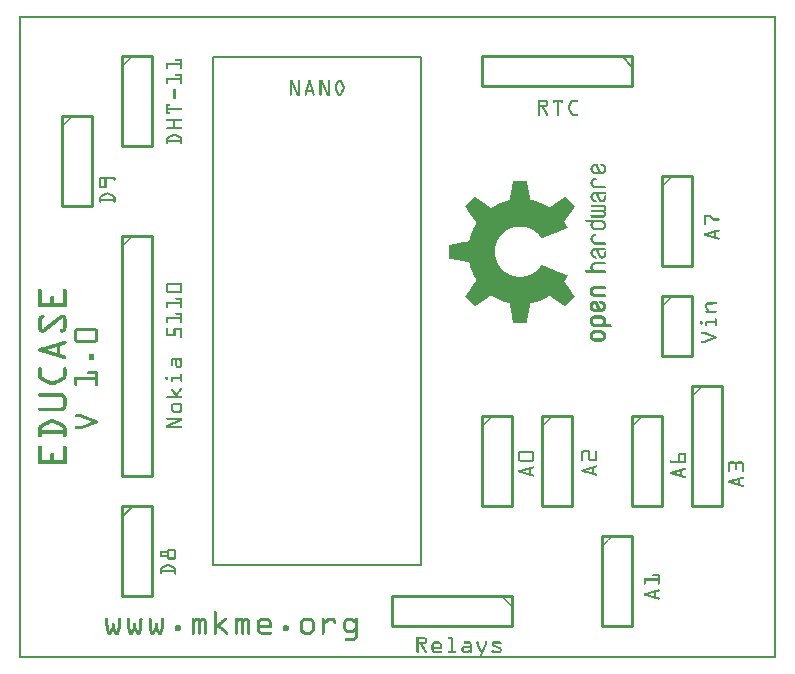
<source format=gto>
G04 MADE WITH FRITZING*
G04 WWW.FRITZING.ORG*
G04 DOUBLE SIDED*
G04 HOLES PLATED*
G04 CONTOUR ON CENTER OF CONTOUR VECTOR*
%ASAXBY*%
%FSLAX23Y23*%
%MOIN*%
%OFA0B0*%
%SFA1.0B1.0*%
%ADD10C,0.010000*%
%ADD11C,0.005000*%
%ADD12C,0.008000*%
%ADD13R,0.001000X0.001000*%
%LNSILK1*%
G90*
G70*
G54D10*
X2144Y1607D02*
X2144Y1307D01*
D02*
X2144Y1307D02*
X2244Y1307D01*
D02*
X2244Y1307D02*
X2244Y1607D01*
D02*
X2244Y1607D02*
X2144Y1607D01*
D02*
X2044Y807D02*
X2044Y507D01*
D02*
X2044Y507D02*
X2144Y507D01*
D02*
X2144Y507D02*
X2144Y807D01*
D02*
X2144Y807D02*
X2044Y807D01*
D02*
X1744Y807D02*
X1744Y507D01*
D02*
X1744Y507D02*
X1844Y507D01*
D02*
X1844Y507D02*
X1844Y807D01*
D02*
X1844Y807D02*
X1744Y807D01*
D02*
X1944Y407D02*
X1944Y107D01*
D02*
X1944Y107D02*
X2044Y107D01*
D02*
X2044Y107D02*
X2044Y407D01*
D02*
X2044Y407D02*
X1944Y407D01*
D02*
X1544Y807D02*
X1544Y507D01*
D02*
X1544Y507D02*
X1644Y507D01*
D02*
X1644Y507D02*
X1644Y807D01*
D02*
X1644Y807D02*
X1544Y807D01*
D02*
X2044Y2007D02*
X1544Y2007D01*
D02*
X1544Y2007D02*
X1544Y1907D01*
D02*
X1544Y1907D02*
X2044Y1907D01*
D02*
X2044Y1907D02*
X2044Y2007D01*
G54D11*
D02*
X2009Y2007D02*
X2044Y1972D01*
G54D10*
D02*
X344Y1407D02*
X344Y607D01*
D02*
X344Y607D02*
X444Y607D01*
D02*
X444Y607D02*
X444Y1407D01*
D02*
X444Y1407D02*
X344Y1407D01*
D02*
X2244Y907D02*
X2244Y507D01*
D02*
X2244Y507D02*
X2344Y507D01*
D02*
X2344Y507D02*
X2344Y907D01*
D02*
X2344Y907D02*
X2244Y907D01*
D02*
X2144Y1207D02*
X2144Y1007D01*
D02*
X2144Y1007D02*
X2244Y1007D01*
D02*
X2244Y1007D02*
X2244Y1207D01*
D02*
X2244Y1207D02*
X2144Y1207D01*
D02*
X344Y507D02*
X344Y207D01*
D02*
X344Y207D02*
X444Y207D01*
D02*
X444Y207D02*
X444Y507D01*
D02*
X444Y507D02*
X344Y507D01*
G54D11*
D02*
X344Y472D02*
X379Y507D01*
G54D10*
D02*
X144Y1807D02*
X144Y1507D01*
D02*
X144Y1507D02*
X244Y1507D01*
D02*
X244Y1507D02*
X244Y1807D01*
D02*
X244Y1807D02*
X144Y1807D01*
D02*
X1644Y207D02*
X1244Y207D01*
D02*
X1244Y207D02*
X1244Y107D01*
D02*
X1244Y107D02*
X1644Y107D01*
D02*
X1644Y107D02*
X1644Y207D01*
D02*
X344Y2007D02*
X344Y1707D01*
D02*
X344Y1707D02*
X444Y1707D01*
D02*
X444Y1707D02*
X444Y2007D01*
D02*
X444Y2007D02*
X344Y2007D01*
G54D12*
X647Y312D02*
X1339Y312D01*
X1339Y2004D01*
X647Y2004D01*
X647Y312D01*
D02*
G54D13*
X0Y2142D02*
X2524Y2142D01*
X0Y2141D02*
X2524Y2141D01*
X0Y2140D02*
X2524Y2140D01*
X0Y2139D02*
X2524Y2139D01*
X0Y2138D02*
X2524Y2138D01*
X0Y2137D02*
X2524Y2137D01*
X0Y2136D02*
X2524Y2136D01*
X0Y2135D02*
X2524Y2135D01*
X0Y2134D02*
X7Y2134D01*
X2517Y2134D02*
X2524Y2134D01*
X0Y2133D02*
X7Y2133D01*
X2517Y2133D02*
X2524Y2133D01*
X0Y2132D02*
X7Y2132D01*
X2517Y2132D02*
X2524Y2132D01*
X0Y2131D02*
X7Y2131D01*
X2517Y2131D02*
X2524Y2131D01*
X0Y2130D02*
X7Y2130D01*
X2517Y2130D02*
X2524Y2130D01*
X0Y2129D02*
X7Y2129D01*
X2517Y2129D02*
X2524Y2129D01*
X0Y2128D02*
X7Y2128D01*
X2517Y2128D02*
X2524Y2128D01*
X0Y2127D02*
X7Y2127D01*
X2517Y2127D02*
X2524Y2127D01*
X0Y2126D02*
X7Y2126D01*
X2517Y2126D02*
X2524Y2126D01*
X0Y2125D02*
X7Y2125D01*
X2517Y2125D02*
X2524Y2125D01*
X0Y2124D02*
X7Y2124D01*
X2517Y2124D02*
X2524Y2124D01*
X0Y2123D02*
X7Y2123D01*
X2517Y2123D02*
X2524Y2123D01*
X0Y2122D02*
X7Y2122D01*
X2517Y2122D02*
X2524Y2122D01*
X0Y2121D02*
X7Y2121D01*
X2517Y2121D02*
X2524Y2121D01*
X0Y2120D02*
X7Y2120D01*
X2517Y2120D02*
X2524Y2120D01*
X0Y2119D02*
X7Y2119D01*
X2517Y2119D02*
X2524Y2119D01*
X0Y2118D02*
X7Y2118D01*
X2517Y2118D02*
X2524Y2118D01*
X0Y2117D02*
X7Y2117D01*
X2517Y2117D02*
X2524Y2117D01*
X0Y2116D02*
X7Y2116D01*
X2517Y2116D02*
X2524Y2116D01*
X0Y2115D02*
X7Y2115D01*
X2517Y2115D02*
X2524Y2115D01*
X0Y2114D02*
X7Y2114D01*
X2517Y2114D02*
X2524Y2114D01*
X0Y2113D02*
X7Y2113D01*
X2517Y2113D02*
X2524Y2113D01*
X0Y2112D02*
X7Y2112D01*
X2517Y2112D02*
X2524Y2112D01*
X0Y2111D02*
X7Y2111D01*
X2517Y2111D02*
X2524Y2111D01*
X0Y2110D02*
X7Y2110D01*
X2517Y2110D02*
X2524Y2110D01*
X0Y2109D02*
X7Y2109D01*
X2517Y2109D02*
X2524Y2109D01*
X0Y2108D02*
X7Y2108D01*
X2517Y2108D02*
X2524Y2108D01*
X0Y2107D02*
X7Y2107D01*
X2517Y2107D02*
X2524Y2107D01*
X0Y2106D02*
X7Y2106D01*
X2517Y2106D02*
X2524Y2106D01*
X0Y2105D02*
X7Y2105D01*
X2517Y2105D02*
X2524Y2105D01*
X0Y2104D02*
X7Y2104D01*
X2517Y2104D02*
X2524Y2104D01*
X0Y2103D02*
X7Y2103D01*
X2517Y2103D02*
X2524Y2103D01*
X0Y2102D02*
X7Y2102D01*
X2517Y2102D02*
X2524Y2102D01*
X0Y2101D02*
X7Y2101D01*
X2517Y2101D02*
X2524Y2101D01*
X0Y2100D02*
X7Y2100D01*
X2517Y2100D02*
X2524Y2100D01*
X0Y2099D02*
X7Y2099D01*
X2517Y2099D02*
X2524Y2099D01*
X0Y2098D02*
X7Y2098D01*
X2517Y2098D02*
X2524Y2098D01*
X0Y2097D02*
X7Y2097D01*
X2517Y2097D02*
X2524Y2097D01*
X0Y2096D02*
X7Y2096D01*
X2517Y2096D02*
X2524Y2096D01*
X0Y2095D02*
X7Y2095D01*
X2517Y2095D02*
X2524Y2095D01*
X0Y2094D02*
X7Y2094D01*
X2517Y2094D02*
X2524Y2094D01*
X0Y2093D02*
X7Y2093D01*
X2517Y2093D02*
X2524Y2093D01*
X0Y2092D02*
X7Y2092D01*
X2517Y2092D02*
X2524Y2092D01*
X0Y2091D02*
X7Y2091D01*
X2517Y2091D02*
X2524Y2091D01*
X0Y2090D02*
X7Y2090D01*
X2517Y2090D02*
X2524Y2090D01*
X0Y2089D02*
X7Y2089D01*
X2517Y2089D02*
X2524Y2089D01*
X0Y2088D02*
X7Y2088D01*
X2517Y2088D02*
X2524Y2088D01*
X0Y2087D02*
X7Y2087D01*
X2517Y2087D02*
X2524Y2087D01*
X0Y2086D02*
X7Y2086D01*
X2517Y2086D02*
X2524Y2086D01*
X0Y2085D02*
X7Y2085D01*
X2517Y2085D02*
X2524Y2085D01*
X0Y2084D02*
X7Y2084D01*
X2517Y2084D02*
X2524Y2084D01*
X0Y2083D02*
X7Y2083D01*
X2517Y2083D02*
X2524Y2083D01*
X0Y2082D02*
X7Y2082D01*
X2517Y2082D02*
X2524Y2082D01*
X0Y2081D02*
X7Y2081D01*
X2517Y2081D02*
X2524Y2081D01*
X0Y2080D02*
X7Y2080D01*
X2517Y2080D02*
X2524Y2080D01*
X0Y2079D02*
X7Y2079D01*
X2517Y2079D02*
X2524Y2079D01*
X0Y2078D02*
X7Y2078D01*
X2517Y2078D02*
X2524Y2078D01*
X0Y2077D02*
X7Y2077D01*
X2517Y2077D02*
X2524Y2077D01*
X0Y2076D02*
X7Y2076D01*
X2517Y2076D02*
X2524Y2076D01*
X0Y2075D02*
X7Y2075D01*
X2517Y2075D02*
X2524Y2075D01*
X0Y2074D02*
X7Y2074D01*
X2517Y2074D02*
X2524Y2074D01*
X0Y2073D02*
X7Y2073D01*
X2517Y2073D02*
X2524Y2073D01*
X0Y2072D02*
X7Y2072D01*
X2517Y2072D02*
X2524Y2072D01*
X0Y2071D02*
X7Y2071D01*
X2517Y2071D02*
X2524Y2071D01*
X0Y2070D02*
X7Y2070D01*
X2517Y2070D02*
X2524Y2070D01*
X0Y2069D02*
X7Y2069D01*
X2517Y2069D02*
X2524Y2069D01*
X0Y2068D02*
X7Y2068D01*
X2517Y2068D02*
X2524Y2068D01*
X0Y2067D02*
X7Y2067D01*
X2517Y2067D02*
X2524Y2067D01*
X0Y2066D02*
X7Y2066D01*
X2517Y2066D02*
X2524Y2066D01*
X0Y2065D02*
X7Y2065D01*
X2517Y2065D02*
X2524Y2065D01*
X0Y2064D02*
X7Y2064D01*
X2517Y2064D02*
X2524Y2064D01*
X0Y2063D02*
X7Y2063D01*
X2517Y2063D02*
X2524Y2063D01*
X0Y2062D02*
X7Y2062D01*
X2517Y2062D02*
X2524Y2062D01*
X0Y2061D02*
X7Y2061D01*
X2517Y2061D02*
X2524Y2061D01*
X0Y2060D02*
X7Y2060D01*
X2517Y2060D02*
X2524Y2060D01*
X0Y2059D02*
X7Y2059D01*
X2517Y2059D02*
X2524Y2059D01*
X0Y2058D02*
X7Y2058D01*
X2517Y2058D02*
X2524Y2058D01*
X0Y2057D02*
X7Y2057D01*
X2517Y2057D02*
X2524Y2057D01*
X0Y2056D02*
X7Y2056D01*
X2517Y2056D02*
X2524Y2056D01*
X0Y2055D02*
X7Y2055D01*
X2517Y2055D02*
X2524Y2055D01*
X0Y2054D02*
X7Y2054D01*
X2517Y2054D02*
X2524Y2054D01*
X0Y2053D02*
X7Y2053D01*
X2517Y2053D02*
X2524Y2053D01*
X0Y2052D02*
X7Y2052D01*
X2517Y2052D02*
X2524Y2052D01*
X0Y2051D02*
X7Y2051D01*
X2517Y2051D02*
X2524Y2051D01*
X0Y2050D02*
X7Y2050D01*
X2517Y2050D02*
X2524Y2050D01*
X0Y2049D02*
X7Y2049D01*
X2517Y2049D02*
X2524Y2049D01*
X0Y2048D02*
X7Y2048D01*
X2517Y2048D02*
X2524Y2048D01*
X0Y2047D02*
X7Y2047D01*
X2517Y2047D02*
X2524Y2047D01*
X0Y2046D02*
X7Y2046D01*
X2517Y2046D02*
X2524Y2046D01*
X0Y2045D02*
X7Y2045D01*
X2517Y2045D02*
X2524Y2045D01*
X0Y2044D02*
X7Y2044D01*
X2517Y2044D02*
X2524Y2044D01*
X0Y2043D02*
X7Y2043D01*
X2517Y2043D02*
X2524Y2043D01*
X0Y2042D02*
X7Y2042D01*
X2517Y2042D02*
X2524Y2042D01*
X0Y2041D02*
X7Y2041D01*
X2517Y2041D02*
X2524Y2041D01*
X0Y2040D02*
X7Y2040D01*
X2517Y2040D02*
X2524Y2040D01*
X0Y2039D02*
X7Y2039D01*
X2517Y2039D02*
X2524Y2039D01*
X0Y2038D02*
X7Y2038D01*
X2517Y2038D02*
X2524Y2038D01*
X0Y2037D02*
X7Y2037D01*
X2517Y2037D02*
X2524Y2037D01*
X0Y2036D02*
X7Y2036D01*
X2517Y2036D02*
X2524Y2036D01*
X0Y2035D02*
X7Y2035D01*
X2517Y2035D02*
X2524Y2035D01*
X0Y2034D02*
X7Y2034D01*
X2517Y2034D02*
X2524Y2034D01*
X0Y2033D02*
X7Y2033D01*
X2517Y2033D02*
X2524Y2033D01*
X0Y2032D02*
X7Y2032D01*
X2517Y2032D02*
X2524Y2032D01*
X0Y2031D02*
X7Y2031D01*
X2517Y2031D02*
X2524Y2031D01*
X0Y2030D02*
X7Y2030D01*
X2517Y2030D02*
X2524Y2030D01*
X0Y2029D02*
X7Y2029D01*
X2517Y2029D02*
X2524Y2029D01*
X0Y2028D02*
X7Y2028D01*
X2517Y2028D02*
X2524Y2028D01*
X0Y2027D02*
X7Y2027D01*
X2517Y2027D02*
X2524Y2027D01*
X0Y2026D02*
X7Y2026D01*
X2517Y2026D02*
X2524Y2026D01*
X0Y2025D02*
X7Y2025D01*
X2517Y2025D02*
X2524Y2025D01*
X0Y2024D02*
X7Y2024D01*
X2517Y2024D02*
X2524Y2024D01*
X0Y2023D02*
X7Y2023D01*
X2517Y2023D02*
X2524Y2023D01*
X0Y2022D02*
X7Y2022D01*
X2517Y2022D02*
X2524Y2022D01*
X0Y2021D02*
X7Y2021D01*
X2517Y2021D02*
X2524Y2021D01*
X0Y2020D02*
X7Y2020D01*
X2517Y2020D02*
X2524Y2020D01*
X0Y2019D02*
X7Y2019D01*
X2517Y2019D02*
X2524Y2019D01*
X0Y2018D02*
X7Y2018D01*
X2517Y2018D02*
X2524Y2018D01*
X0Y2017D02*
X7Y2017D01*
X2517Y2017D02*
X2524Y2017D01*
X0Y2016D02*
X7Y2016D01*
X2517Y2016D02*
X2524Y2016D01*
X0Y2015D02*
X7Y2015D01*
X2517Y2015D02*
X2524Y2015D01*
X0Y2014D02*
X7Y2014D01*
X2517Y2014D02*
X2524Y2014D01*
X0Y2013D02*
X7Y2013D01*
X2517Y2013D02*
X2524Y2013D01*
X0Y2012D02*
X7Y2012D01*
X2517Y2012D02*
X2524Y2012D01*
X0Y2011D02*
X7Y2011D01*
X2517Y2011D02*
X2524Y2011D01*
X0Y2010D02*
X7Y2010D01*
X2517Y2010D02*
X2524Y2010D01*
X0Y2009D02*
X7Y2009D01*
X376Y2009D02*
X377Y2009D01*
X2517Y2009D02*
X2524Y2009D01*
X0Y2008D02*
X7Y2008D01*
X375Y2008D02*
X378Y2008D01*
X2517Y2008D02*
X2524Y2008D01*
X0Y2007D02*
X7Y2007D01*
X374Y2007D02*
X379Y2007D01*
X2517Y2007D02*
X2524Y2007D01*
X0Y2006D02*
X7Y2006D01*
X373Y2006D02*
X379Y2006D01*
X2517Y2006D02*
X2524Y2006D01*
X0Y2005D02*
X7Y2005D01*
X372Y2005D02*
X378Y2005D01*
X2517Y2005D02*
X2524Y2005D01*
X0Y2004D02*
X7Y2004D01*
X371Y2004D02*
X377Y2004D01*
X2517Y2004D02*
X2524Y2004D01*
X0Y2003D02*
X7Y2003D01*
X370Y2003D02*
X376Y2003D01*
X2517Y2003D02*
X2524Y2003D01*
X0Y2002D02*
X7Y2002D01*
X369Y2002D02*
X375Y2002D01*
X2517Y2002D02*
X2524Y2002D01*
X0Y2001D02*
X7Y2001D01*
X368Y2001D02*
X374Y2001D01*
X2517Y2001D02*
X2524Y2001D01*
X0Y2000D02*
X7Y2000D01*
X367Y2000D02*
X373Y2000D01*
X2517Y2000D02*
X2524Y2000D01*
X0Y1999D02*
X7Y1999D01*
X366Y1999D02*
X372Y1999D01*
X2517Y1999D02*
X2524Y1999D01*
X0Y1998D02*
X7Y1998D01*
X365Y1998D02*
X371Y1998D01*
X522Y1998D02*
X542Y1998D01*
X2517Y1998D02*
X2524Y1998D01*
X0Y1997D02*
X7Y1997D01*
X364Y1997D02*
X370Y1997D01*
X521Y1997D02*
X543Y1997D01*
X2517Y1997D02*
X2524Y1997D01*
X0Y1996D02*
X7Y1996D01*
X363Y1996D02*
X369Y1996D01*
X520Y1996D02*
X543Y1996D01*
X2517Y1996D02*
X2524Y1996D01*
X0Y1995D02*
X7Y1995D01*
X362Y1995D02*
X368Y1995D01*
X520Y1995D02*
X544Y1995D01*
X2517Y1995D02*
X2524Y1995D01*
X0Y1994D02*
X7Y1994D01*
X361Y1994D02*
X367Y1994D01*
X520Y1994D02*
X544Y1994D01*
X2517Y1994D02*
X2524Y1994D01*
X0Y1993D02*
X7Y1993D01*
X360Y1993D02*
X366Y1993D01*
X521Y1993D02*
X544Y1993D01*
X2517Y1993D02*
X2524Y1993D01*
X0Y1992D02*
X7Y1992D01*
X359Y1992D02*
X364Y1992D01*
X522Y1992D02*
X544Y1992D01*
X2517Y1992D02*
X2524Y1992D01*
X0Y1991D02*
X7Y1991D01*
X358Y1991D02*
X363Y1991D01*
X538Y1991D02*
X544Y1991D01*
X2517Y1991D02*
X2524Y1991D01*
X0Y1990D02*
X7Y1990D01*
X357Y1990D02*
X362Y1990D01*
X538Y1990D02*
X544Y1990D01*
X2517Y1990D02*
X2524Y1990D01*
X0Y1989D02*
X7Y1989D01*
X356Y1989D02*
X361Y1989D01*
X538Y1989D02*
X544Y1989D01*
X2517Y1989D02*
X2524Y1989D01*
X0Y1988D02*
X7Y1988D01*
X355Y1988D02*
X360Y1988D01*
X538Y1988D02*
X544Y1988D01*
X2517Y1988D02*
X2524Y1988D01*
X0Y1987D02*
X7Y1987D01*
X354Y1987D02*
X359Y1987D01*
X538Y1987D02*
X544Y1987D01*
X2517Y1987D02*
X2524Y1987D01*
X0Y1986D02*
X7Y1986D01*
X353Y1986D02*
X359Y1986D01*
X538Y1986D02*
X544Y1986D01*
X2517Y1986D02*
X2524Y1986D01*
X0Y1985D02*
X7Y1985D01*
X352Y1985D02*
X358Y1985D01*
X538Y1985D02*
X544Y1985D01*
X2517Y1985D02*
X2524Y1985D01*
X0Y1984D02*
X7Y1984D01*
X351Y1984D02*
X357Y1984D01*
X491Y1984D02*
X544Y1984D01*
X2517Y1984D02*
X2524Y1984D01*
X0Y1983D02*
X7Y1983D01*
X350Y1983D02*
X356Y1983D01*
X491Y1983D02*
X544Y1983D01*
X2517Y1983D02*
X2524Y1983D01*
X0Y1982D02*
X7Y1982D01*
X349Y1982D02*
X355Y1982D01*
X491Y1982D02*
X544Y1982D01*
X2517Y1982D02*
X2524Y1982D01*
X0Y1981D02*
X7Y1981D01*
X348Y1981D02*
X354Y1981D01*
X491Y1981D02*
X544Y1981D01*
X2517Y1981D02*
X2524Y1981D01*
X0Y1980D02*
X7Y1980D01*
X347Y1980D02*
X353Y1980D01*
X491Y1980D02*
X544Y1980D01*
X2517Y1980D02*
X2524Y1980D01*
X0Y1979D02*
X7Y1979D01*
X346Y1979D02*
X352Y1979D01*
X491Y1979D02*
X544Y1979D01*
X2517Y1979D02*
X2524Y1979D01*
X0Y1978D02*
X7Y1978D01*
X345Y1978D02*
X351Y1978D01*
X491Y1978D02*
X544Y1978D01*
X2517Y1978D02*
X2524Y1978D01*
X0Y1977D02*
X7Y1977D01*
X344Y1977D02*
X350Y1977D01*
X491Y1977D02*
X497Y1977D01*
X538Y1977D02*
X544Y1977D01*
X2517Y1977D02*
X2524Y1977D01*
X0Y1976D02*
X7Y1976D01*
X343Y1976D02*
X349Y1976D01*
X491Y1976D02*
X497Y1976D01*
X538Y1976D02*
X544Y1976D01*
X2517Y1976D02*
X2524Y1976D01*
X0Y1975D02*
X7Y1975D01*
X342Y1975D02*
X348Y1975D01*
X491Y1975D02*
X497Y1975D01*
X538Y1975D02*
X544Y1975D01*
X2517Y1975D02*
X2524Y1975D01*
X0Y1974D02*
X7Y1974D01*
X343Y1974D02*
X347Y1974D01*
X491Y1974D02*
X497Y1974D01*
X538Y1974D02*
X544Y1974D01*
X2517Y1974D02*
X2524Y1974D01*
X0Y1973D02*
X7Y1973D01*
X344Y1973D02*
X346Y1973D01*
X491Y1973D02*
X497Y1973D01*
X538Y1973D02*
X544Y1973D01*
X2517Y1973D02*
X2524Y1973D01*
X0Y1972D02*
X7Y1972D01*
X345Y1972D02*
X345Y1972D01*
X491Y1972D02*
X497Y1972D01*
X538Y1972D02*
X544Y1972D01*
X2517Y1972D02*
X2524Y1972D01*
X0Y1971D02*
X7Y1971D01*
X491Y1971D02*
X497Y1971D01*
X538Y1971D02*
X544Y1971D01*
X2517Y1971D02*
X2524Y1971D01*
X0Y1970D02*
X7Y1970D01*
X491Y1970D02*
X497Y1970D01*
X538Y1970D02*
X544Y1970D01*
X2517Y1970D02*
X2524Y1970D01*
X0Y1969D02*
X7Y1969D01*
X491Y1969D02*
X497Y1969D01*
X538Y1969D02*
X544Y1969D01*
X2517Y1969D02*
X2524Y1969D01*
X0Y1968D02*
X7Y1968D01*
X491Y1968D02*
X497Y1968D01*
X538Y1968D02*
X544Y1968D01*
X2517Y1968D02*
X2524Y1968D01*
X0Y1967D02*
X7Y1967D01*
X491Y1967D02*
X496Y1967D01*
X538Y1967D02*
X544Y1967D01*
X2517Y1967D02*
X2524Y1967D01*
X0Y1966D02*
X7Y1966D01*
X491Y1966D02*
X496Y1966D01*
X538Y1966D02*
X543Y1966D01*
X2517Y1966D02*
X2524Y1966D01*
X0Y1965D02*
X7Y1965D01*
X492Y1965D02*
X495Y1965D01*
X539Y1965D02*
X543Y1965D01*
X2517Y1965D02*
X2524Y1965D01*
X0Y1964D02*
X7Y1964D01*
X541Y1964D02*
X541Y1964D01*
X2517Y1964D02*
X2524Y1964D01*
X0Y1963D02*
X7Y1963D01*
X2517Y1963D02*
X2524Y1963D01*
X0Y1962D02*
X7Y1962D01*
X2517Y1962D02*
X2524Y1962D01*
X0Y1961D02*
X7Y1961D01*
X2517Y1961D02*
X2524Y1961D01*
X0Y1960D02*
X7Y1960D01*
X2517Y1960D02*
X2524Y1960D01*
X0Y1959D02*
X7Y1959D01*
X2517Y1959D02*
X2524Y1959D01*
X0Y1958D02*
X7Y1958D01*
X2517Y1958D02*
X2524Y1958D01*
X0Y1957D02*
X7Y1957D01*
X2517Y1957D02*
X2524Y1957D01*
X0Y1956D02*
X7Y1956D01*
X2517Y1956D02*
X2524Y1956D01*
X0Y1955D02*
X7Y1955D01*
X2517Y1955D02*
X2524Y1955D01*
X0Y1954D02*
X7Y1954D01*
X2517Y1954D02*
X2524Y1954D01*
X0Y1953D02*
X7Y1953D01*
X2517Y1953D02*
X2524Y1953D01*
X0Y1952D02*
X7Y1952D01*
X2517Y1952D02*
X2524Y1952D01*
X0Y1951D02*
X7Y1951D01*
X2517Y1951D02*
X2524Y1951D01*
X0Y1950D02*
X7Y1950D01*
X2517Y1950D02*
X2524Y1950D01*
X0Y1949D02*
X7Y1949D01*
X2517Y1949D02*
X2524Y1949D01*
X0Y1948D02*
X7Y1948D01*
X522Y1948D02*
X542Y1948D01*
X2517Y1948D02*
X2524Y1948D01*
X0Y1947D02*
X7Y1947D01*
X521Y1947D02*
X543Y1947D01*
X2517Y1947D02*
X2524Y1947D01*
X0Y1946D02*
X7Y1946D01*
X520Y1946D02*
X543Y1946D01*
X2517Y1946D02*
X2524Y1946D01*
X0Y1945D02*
X7Y1945D01*
X520Y1945D02*
X544Y1945D01*
X2517Y1945D02*
X2524Y1945D01*
X0Y1944D02*
X7Y1944D01*
X520Y1944D02*
X544Y1944D01*
X2517Y1944D02*
X2524Y1944D01*
X0Y1943D02*
X7Y1943D01*
X521Y1943D02*
X544Y1943D01*
X2517Y1943D02*
X2524Y1943D01*
X0Y1942D02*
X7Y1942D01*
X522Y1942D02*
X544Y1942D01*
X2517Y1942D02*
X2524Y1942D01*
X0Y1941D02*
X7Y1941D01*
X538Y1941D02*
X544Y1941D01*
X2517Y1941D02*
X2524Y1941D01*
X0Y1940D02*
X7Y1940D01*
X538Y1940D02*
X544Y1940D01*
X2517Y1940D02*
X2524Y1940D01*
X0Y1939D02*
X7Y1939D01*
X538Y1939D02*
X544Y1939D01*
X2517Y1939D02*
X2524Y1939D01*
X0Y1938D02*
X7Y1938D01*
X538Y1938D02*
X544Y1938D01*
X2517Y1938D02*
X2524Y1938D01*
X0Y1937D02*
X7Y1937D01*
X538Y1937D02*
X544Y1937D01*
X2517Y1937D02*
X2524Y1937D01*
X0Y1936D02*
X7Y1936D01*
X538Y1936D02*
X544Y1936D01*
X2517Y1936D02*
X2524Y1936D01*
X0Y1935D02*
X7Y1935D01*
X538Y1935D02*
X544Y1935D01*
X2517Y1935D02*
X2524Y1935D01*
X0Y1934D02*
X7Y1934D01*
X491Y1934D02*
X544Y1934D01*
X2517Y1934D02*
X2524Y1934D01*
X0Y1933D02*
X7Y1933D01*
X491Y1933D02*
X544Y1933D01*
X2517Y1933D02*
X2524Y1933D01*
X0Y1932D02*
X7Y1932D01*
X491Y1932D02*
X544Y1932D01*
X2517Y1932D02*
X2524Y1932D01*
X0Y1931D02*
X7Y1931D01*
X491Y1931D02*
X544Y1931D01*
X2517Y1931D02*
X2524Y1931D01*
X0Y1930D02*
X7Y1930D01*
X491Y1930D02*
X544Y1930D01*
X2517Y1930D02*
X2524Y1930D01*
X0Y1929D02*
X7Y1929D01*
X491Y1929D02*
X544Y1929D01*
X902Y1929D02*
X910Y1929D01*
X931Y1929D02*
X933Y1929D01*
X967Y1929D02*
X969Y1929D01*
X1002Y1929D02*
X1010Y1929D01*
X1031Y1929D02*
X1033Y1929D01*
X1066Y1929D02*
X1070Y1929D01*
X2517Y1929D02*
X2524Y1929D01*
X0Y1928D02*
X7Y1928D01*
X491Y1928D02*
X544Y1928D01*
X902Y1928D02*
X910Y1928D01*
X930Y1928D02*
X934Y1928D01*
X966Y1928D02*
X971Y1928D01*
X1001Y1928D02*
X1010Y1928D01*
X1030Y1928D02*
X1034Y1928D01*
X1064Y1928D02*
X1073Y1928D01*
X2517Y1928D02*
X2524Y1928D01*
X0Y1927D02*
X7Y1927D01*
X491Y1927D02*
X497Y1927D01*
X538Y1927D02*
X544Y1927D01*
X902Y1927D02*
X911Y1927D01*
X929Y1927D02*
X935Y1927D01*
X965Y1927D02*
X971Y1927D01*
X1001Y1927D02*
X1011Y1927D01*
X1029Y1927D02*
X1035Y1927D01*
X1063Y1927D02*
X1074Y1927D01*
X2517Y1927D02*
X2524Y1927D01*
X0Y1926D02*
X7Y1926D01*
X491Y1926D02*
X497Y1926D01*
X538Y1926D02*
X544Y1926D01*
X902Y1926D02*
X911Y1926D01*
X929Y1926D02*
X935Y1926D01*
X965Y1926D02*
X971Y1926D01*
X1001Y1926D02*
X1011Y1926D01*
X1029Y1926D02*
X1035Y1926D01*
X1062Y1926D02*
X1075Y1926D01*
X2517Y1926D02*
X2524Y1926D01*
X0Y1925D02*
X7Y1925D01*
X491Y1925D02*
X497Y1925D01*
X538Y1925D02*
X544Y1925D01*
X902Y1925D02*
X912Y1925D01*
X929Y1925D02*
X935Y1925D01*
X965Y1925D02*
X972Y1925D01*
X1001Y1925D02*
X1012Y1925D01*
X1029Y1925D02*
X1035Y1925D01*
X1061Y1925D02*
X1075Y1925D01*
X2517Y1925D02*
X2524Y1925D01*
X0Y1924D02*
X7Y1924D01*
X491Y1924D02*
X497Y1924D01*
X538Y1924D02*
X544Y1924D01*
X902Y1924D02*
X912Y1924D01*
X929Y1924D02*
X935Y1924D01*
X965Y1924D02*
X972Y1924D01*
X1001Y1924D02*
X1012Y1924D01*
X1029Y1924D02*
X1035Y1924D01*
X1060Y1924D02*
X1076Y1924D01*
X2517Y1924D02*
X2524Y1924D01*
X0Y1923D02*
X7Y1923D01*
X491Y1923D02*
X497Y1923D01*
X538Y1923D02*
X544Y1923D01*
X902Y1923D02*
X913Y1923D01*
X929Y1923D02*
X935Y1923D01*
X964Y1923D02*
X972Y1923D01*
X1001Y1923D02*
X1013Y1923D01*
X1029Y1923D02*
X1035Y1923D01*
X1060Y1923D02*
X1077Y1923D01*
X2517Y1923D02*
X2524Y1923D01*
X0Y1922D02*
X7Y1922D01*
X491Y1922D02*
X497Y1922D01*
X538Y1922D02*
X544Y1922D01*
X902Y1922D02*
X913Y1922D01*
X929Y1922D02*
X935Y1922D01*
X964Y1922D02*
X973Y1922D01*
X1001Y1922D02*
X1013Y1922D01*
X1029Y1922D02*
X1035Y1922D01*
X1059Y1922D02*
X1067Y1922D01*
X1070Y1922D02*
X1077Y1922D01*
X2517Y1922D02*
X2524Y1922D01*
X0Y1921D02*
X7Y1921D01*
X491Y1921D02*
X497Y1921D01*
X538Y1921D02*
X544Y1921D01*
X902Y1921D02*
X913Y1921D01*
X929Y1921D02*
X935Y1921D01*
X964Y1921D02*
X973Y1921D01*
X1001Y1921D02*
X1013Y1921D01*
X1029Y1921D02*
X1035Y1921D01*
X1059Y1921D02*
X1066Y1921D01*
X1071Y1921D02*
X1078Y1921D01*
X2517Y1921D02*
X2524Y1921D01*
X0Y1920D02*
X7Y1920D01*
X491Y1920D02*
X497Y1920D01*
X538Y1920D02*
X544Y1920D01*
X902Y1920D02*
X914Y1920D01*
X929Y1920D02*
X935Y1920D01*
X963Y1920D02*
X973Y1920D01*
X1001Y1920D02*
X1014Y1920D01*
X1029Y1920D02*
X1035Y1920D01*
X1058Y1920D02*
X1065Y1920D01*
X1071Y1920D02*
X1078Y1920D01*
X2517Y1920D02*
X2524Y1920D01*
X0Y1919D02*
X7Y1919D01*
X491Y1919D02*
X497Y1919D01*
X538Y1919D02*
X544Y1919D01*
X902Y1919D02*
X914Y1919D01*
X929Y1919D02*
X935Y1919D01*
X963Y1919D02*
X973Y1919D01*
X1001Y1919D02*
X1014Y1919D01*
X1029Y1919D02*
X1035Y1919D01*
X1058Y1919D02*
X1065Y1919D01*
X1072Y1919D02*
X1079Y1919D01*
X2517Y1919D02*
X2524Y1919D01*
X0Y1918D02*
X7Y1918D01*
X491Y1918D02*
X497Y1918D01*
X538Y1918D02*
X544Y1918D01*
X902Y1918D02*
X915Y1918D01*
X929Y1918D02*
X935Y1918D01*
X963Y1918D02*
X974Y1918D01*
X1001Y1918D02*
X1015Y1918D01*
X1029Y1918D02*
X1035Y1918D01*
X1057Y1918D02*
X1064Y1918D01*
X1072Y1918D02*
X1079Y1918D01*
X2517Y1918D02*
X2524Y1918D01*
X0Y1917D02*
X7Y1917D01*
X491Y1917D02*
X496Y1917D01*
X538Y1917D02*
X544Y1917D01*
X902Y1917D02*
X915Y1917D01*
X929Y1917D02*
X935Y1917D01*
X962Y1917D02*
X974Y1917D01*
X1001Y1917D02*
X1015Y1917D01*
X1029Y1917D02*
X1035Y1917D01*
X1057Y1917D02*
X1064Y1917D01*
X1073Y1917D02*
X1080Y1917D01*
X2517Y1917D02*
X2524Y1917D01*
X0Y1916D02*
X7Y1916D01*
X491Y1916D02*
X496Y1916D01*
X538Y1916D02*
X543Y1916D01*
X902Y1916D02*
X916Y1916D01*
X929Y1916D02*
X935Y1916D01*
X962Y1916D02*
X974Y1916D01*
X1001Y1916D02*
X1016Y1916D01*
X1029Y1916D02*
X1035Y1916D01*
X1056Y1916D02*
X1063Y1916D01*
X1073Y1916D02*
X1080Y1916D01*
X2517Y1916D02*
X2524Y1916D01*
X0Y1915D02*
X7Y1915D01*
X492Y1915D02*
X495Y1915D01*
X539Y1915D02*
X543Y1915D01*
X902Y1915D02*
X916Y1915D01*
X929Y1915D02*
X935Y1915D01*
X962Y1915D02*
X975Y1915D01*
X1001Y1915D02*
X1016Y1915D01*
X1029Y1915D02*
X1035Y1915D01*
X1056Y1915D02*
X1063Y1915D01*
X1074Y1915D02*
X1081Y1915D01*
X2517Y1915D02*
X2524Y1915D01*
X0Y1914D02*
X7Y1914D01*
X902Y1914D02*
X908Y1914D01*
X910Y1914D02*
X917Y1914D01*
X929Y1914D02*
X935Y1914D01*
X962Y1914D02*
X975Y1914D01*
X1001Y1914D02*
X1008Y1914D01*
X1010Y1914D02*
X1016Y1914D01*
X1029Y1914D02*
X1035Y1914D01*
X1055Y1914D02*
X1062Y1914D01*
X1074Y1914D02*
X1081Y1914D01*
X2517Y1914D02*
X2524Y1914D01*
X0Y1913D02*
X7Y1913D01*
X902Y1913D02*
X908Y1913D01*
X910Y1913D02*
X917Y1913D01*
X929Y1913D02*
X935Y1913D01*
X961Y1913D02*
X975Y1913D01*
X1001Y1913D02*
X1008Y1913D01*
X1010Y1913D02*
X1017Y1913D01*
X1029Y1913D02*
X1035Y1913D01*
X1055Y1913D02*
X1062Y1913D01*
X1075Y1913D02*
X1082Y1913D01*
X2517Y1913D02*
X2524Y1913D01*
X0Y1912D02*
X7Y1912D01*
X902Y1912D02*
X908Y1912D01*
X911Y1912D02*
X917Y1912D01*
X929Y1912D02*
X935Y1912D01*
X961Y1912D02*
X967Y1912D01*
X969Y1912D02*
X975Y1912D01*
X1001Y1912D02*
X1008Y1912D01*
X1011Y1912D02*
X1017Y1912D01*
X1029Y1912D02*
X1035Y1912D01*
X1054Y1912D02*
X1061Y1912D01*
X1075Y1912D02*
X1082Y1912D01*
X2517Y1912D02*
X2524Y1912D01*
X0Y1911D02*
X7Y1911D01*
X902Y1911D02*
X908Y1911D01*
X911Y1911D02*
X918Y1911D01*
X929Y1911D02*
X935Y1911D01*
X961Y1911D02*
X967Y1911D01*
X969Y1911D02*
X976Y1911D01*
X1001Y1911D02*
X1008Y1911D01*
X1011Y1911D02*
X1018Y1911D01*
X1029Y1911D02*
X1035Y1911D01*
X1054Y1911D02*
X1061Y1911D01*
X1076Y1911D02*
X1083Y1911D01*
X2517Y1911D02*
X2524Y1911D01*
X0Y1910D02*
X7Y1910D01*
X902Y1910D02*
X908Y1910D01*
X912Y1910D02*
X918Y1910D01*
X929Y1910D02*
X935Y1910D01*
X960Y1910D02*
X967Y1910D01*
X970Y1910D02*
X976Y1910D01*
X1001Y1910D02*
X1008Y1910D01*
X1012Y1910D02*
X1018Y1910D01*
X1029Y1910D02*
X1035Y1910D01*
X1053Y1910D02*
X1060Y1910D01*
X1076Y1910D02*
X1083Y1910D01*
X2517Y1910D02*
X2524Y1910D01*
X0Y1909D02*
X7Y1909D01*
X902Y1909D02*
X908Y1909D01*
X912Y1909D02*
X919Y1909D01*
X929Y1909D02*
X935Y1909D01*
X960Y1909D02*
X966Y1909D01*
X970Y1909D02*
X976Y1909D01*
X1001Y1909D02*
X1008Y1909D01*
X1012Y1909D02*
X1019Y1909D01*
X1029Y1909D02*
X1035Y1909D01*
X1053Y1909D02*
X1060Y1909D01*
X1077Y1909D02*
X1083Y1909D01*
X2517Y1909D02*
X2524Y1909D01*
X0Y1908D02*
X7Y1908D01*
X902Y1908D02*
X908Y1908D01*
X912Y1908D02*
X919Y1908D01*
X929Y1908D02*
X935Y1908D01*
X960Y1908D02*
X966Y1908D01*
X970Y1908D02*
X977Y1908D01*
X1001Y1908D02*
X1008Y1908D01*
X1012Y1908D02*
X1019Y1908D01*
X1029Y1908D02*
X1035Y1908D01*
X1053Y1908D02*
X1059Y1908D01*
X1077Y1908D02*
X1084Y1908D01*
X2517Y1908D02*
X2524Y1908D01*
X0Y1907D02*
X7Y1907D01*
X902Y1907D02*
X908Y1907D01*
X913Y1907D02*
X920Y1907D01*
X929Y1907D02*
X935Y1907D01*
X960Y1907D02*
X966Y1907D01*
X971Y1907D02*
X977Y1907D01*
X1001Y1907D02*
X1008Y1907D01*
X1013Y1907D02*
X1020Y1907D01*
X1029Y1907D02*
X1035Y1907D01*
X1052Y1907D02*
X1059Y1907D01*
X1078Y1907D02*
X1084Y1907D01*
X2517Y1907D02*
X2524Y1907D01*
X0Y1906D02*
X7Y1906D01*
X902Y1906D02*
X908Y1906D01*
X913Y1906D02*
X920Y1906D01*
X929Y1906D02*
X935Y1906D01*
X959Y1906D02*
X966Y1906D01*
X971Y1906D02*
X977Y1906D01*
X1001Y1906D02*
X1008Y1906D01*
X1013Y1906D02*
X1020Y1906D01*
X1029Y1906D02*
X1035Y1906D01*
X1052Y1906D02*
X1058Y1906D01*
X1078Y1906D02*
X1085Y1906D01*
X2517Y1906D02*
X2524Y1906D01*
X0Y1905D02*
X7Y1905D01*
X902Y1905D02*
X908Y1905D01*
X914Y1905D02*
X920Y1905D01*
X929Y1905D02*
X935Y1905D01*
X959Y1905D02*
X965Y1905D01*
X971Y1905D02*
X978Y1905D01*
X1001Y1905D02*
X1008Y1905D01*
X1014Y1905D02*
X1020Y1905D01*
X1029Y1905D02*
X1035Y1905D01*
X1052Y1905D02*
X1058Y1905D01*
X1079Y1905D02*
X1085Y1905D01*
X2517Y1905D02*
X2524Y1905D01*
X0Y1904D02*
X7Y1904D01*
X902Y1904D02*
X908Y1904D01*
X914Y1904D02*
X921Y1904D01*
X929Y1904D02*
X935Y1904D01*
X959Y1904D02*
X965Y1904D01*
X971Y1904D02*
X978Y1904D01*
X1001Y1904D02*
X1008Y1904D01*
X1014Y1904D02*
X1021Y1904D01*
X1029Y1904D02*
X1035Y1904D01*
X1052Y1904D02*
X1058Y1904D01*
X1079Y1904D02*
X1085Y1904D01*
X2517Y1904D02*
X2524Y1904D01*
X0Y1903D02*
X7Y1903D01*
X902Y1903D02*
X908Y1903D01*
X915Y1903D02*
X921Y1903D01*
X929Y1903D02*
X935Y1903D01*
X958Y1903D02*
X965Y1903D01*
X972Y1903D02*
X978Y1903D01*
X1001Y1903D02*
X1008Y1903D01*
X1015Y1903D02*
X1021Y1903D01*
X1029Y1903D02*
X1035Y1903D01*
X1052Y1903D02*
X1058Y1903D01*
X1079Y1903D02*
X1085Y1903D01*
X2517Y1903D02*
X2524Y1903D01*
X0Y1902D02*
X7Y1902D01*
X902Y1902D02*
X908Y1902D01*
X915Y1902D02*
X922Y1902D01*
X929Y1902D02*
X935Y1902D01*
X958Y1902D02*
X964Y1902D01*
X972Y1902D02*
X978Y1902D01*
X1001Y1902D02*
X1008Y1902D01*
X1015Y1902D02*
X1022Y1902D01*
X1029Y1902D02*
X1035Y1902D01*
X1051Y1902D02*
X1058Y1902D01*
X1079Y1902D02*
X1085Y1902D01*
X2517Y1902D02*
X2524Y1902D01*
X0Y1901D02*
X7Y1901D01*
X902Y1901D02*
X908Y1901D01*
X916Y1901D02*
X922Y1901D01*
X929Y1901D02*
X935Y1901D01*
X958Y1901D02*
X964Y1901D01*
X972Y1901D02*
X979Y1901D01*
X1001Y1901D02*
X1008Y1901D01*
X1015Y1901D02*
X1022Y1901D01*
X1029Y1901D02*
X1035Y1901D01*
X1052Y1901D02*
X1058Y1901D01*
X1079Y1901D02*
X1085Y1901D01*
X2517Y1901D02*
X2524Y1901D01*
X0Y1900D02*
X7Y1900D01*
X902Y1900D02*
X908Y1900D01*
X916Y1900D02*
X923Y1900D01*
X929Y1900D02*
X935Y1900D01*
X957Y1900D02*
X964Y1900D01*
X973Y1900D02*
X979Y1900D01*
X1001Y1900D02*
X1008Y1900D01*
X1016Y1900D02*
X1023Y1900D01*
X1029Y1900D02*
X1035Y1900D01*
X1052Y1900D02*
X1058Y1900D01*
X1079Y1900D02*
X1085Y1900D01*
X2517Y1900D02*
X2524Y1900D01*
X0Y1899D02*
X7Y1899D01*
X902Y1899D02*
X908Y1899D01*
X916Y1899D02*
X923Y1899D01*
X929Y1899D02*
X935Y1899D01*
X957Y1899D02*
X964Y1899D01*
X973Y1899D02*
X979Y1899D01*
X1001Y1899D02*
X1008Y1899D01*
X1016Y1899D02*
X1023Y1899D01*
X1029Y1899D02*
X1035Y1899D01*
X1052Y1899D02*
X1058Y1899D01*
X1078Y1899D02*
X1085Y1899D01*
X2517Y1899D02*
X2524Y1899D01*
X0Y1898D02*
X7Y1898D01*
X516Y1898D02*
X521Y1898D01*
X902Y1898D02*
X908Y1898D01*
X917Y1898D02*
X924Y1898D01*
X929Y1898D02*
X935Y1898D01*
X957Y1898D02*
X963Y1898D01*
X973Y1898D02*
X980Y1898D01*
X1001Y1898D02*
X1008Y1898D01*
X1017Y1898D02*
X1024Y1898D01*
X1029Y1898D02*
X1035Y1898D01*
X1052Y1898D02*
X1059Y1898D01*
X1078Y1898D02*
X1084Y1898D01*
X2517Y1898D02*
X2524Y1898D01*
X0Y1897D02*
X7Y1897D01*
X515Y1897D02*
X522Y1897D01*
X902Y1897D02*
X908Y1897D01*
X917Y1897D02*
X924Y1897D01*
X929Y1897D02*
X935Y1897D01*
X957Y1897D02*
X963Y1897D01*
X974Y1897D02*
X980Y1897D01*
X1001Y1897D02*
X1008Y1897D01*
X1017Y1897D02*
X1024Y1897D01*
X1029Y1897D02*
X1035Y1897D01*
X1052Y1897D02*
X1059Y1897D01*
X1077Y1897D02*
X1084Y1897D01*
X2517Y1897D02*
X2524Y1897D01*
X0Y1896D02*
X7Y1896D01*
X514Y1896D02*
X523Y1896D01*
X902Y1896D02*
X908Y1896D01*
X918Y1896D02*
X924Y1896D01*
X929Y1896D02*
X935Y1896D01*
X956Y1896D02*
X963Y1896D01*
X974Y1896D02*
X980Y1896D01*
X1001Y1896D02*
X1008Y1896D01*
X1018Y1896D02*
X1024Y1896D01*
X1029Y1896D02*
X1035Y1896D01*
X1053Y1896D02*
X1060Y1896D01*
X1077Y1896D02*
X1084Y1896D01*
X2517Y1896D02*
X2524Y1896D01*
X0Y1895D02*
X7Y1895D01*
X514Y1895D02*
X523Y1895D01*
X902Y1895D02*
X908Y1895D01*
X918Y1895D02*
X925Y1895D01*
X929Y1895D02*
X935Y1895D01*
X956Y1895D02*
X962Y1895D01*
X974Y1895D02*
X980Y1895D01*
X1001Y1895D02*
X1008Y1895D01*
X1018Y1895D02*
X1025Y1895D01*
X1029Y1895D02*
X1035Y1895D01*
X1053Y1895D02*
X1060Y1895D01*
X1076Y1895D02*
X1083Y1895D01*
X2517Y1895D02*
X2524Y1895D01*
X0Y1894D02*
X7Y1894D01*
X514Y1894D02*
X523Y1894D01*
X902Y1894D02*
X908Y1894D01*
X919Y1894D02*
X925Y1894D01*
X929Y1894D02*
X935Y1894D01*
X956Y1894D02*
X981Y1894D01*
X1001Y1894D02*
X1008Y1894D01*
X1019Y1894D02*
X1025Y1894D01*
X1029Y1894D02*
X1035Y1894D01*
X1054Y1894D02*
X1061Y1894D01*
X1076Y1894D02*
X1083Y1894D01*
X2517Y1894D02*
X2524Y1894D01*
X0Y1893D02*
X7Y1893D01*
X514Y1893D02*
X523Y1893D01*
X902Y1893D02*
X908Y1893D01*
X919Y1893D02*
X926Y1893D01*
X929Y1893D02*
X935Y1893D01*
X955Y1893D02*
X981Y1893D01*
X1001Y1893D02*
X1008Y1893D01*
X1019Y1893D02*
X1026Y1893D01*
X1029Y1893D02*
X1035Y1893D01*
X1054Y1893D02*
X1061Y1893D01*
X1075Y1893D02*
X1082Y1893D01*
X2517Y1893D02*
X2524Y1893D01*
X0Y1892D02*
X7Y1892D01*
X514Y1892D02*
X523Y1892D01*
X902Y1892D02*
X908Y1892D01*
X919Y1892D02*
X926Y1892D01*
X929Y1892D02*
X935Y1892D01*
X955Y1892D02*
X981Y1892D01*
X1001Y1892D02*
X1008Y1892D01*
X1019Y1892D02*
X1026Y1892D01*
X1029Y1892D02*
X1035Y1892D01*
X1055Y1892D02*
X1062Y1892D01*
X1075Y1892D02*
X1082Y1892D01*
X2517Y1892D02*
X2524Y1892D01*
X0Y1891D02*
X7Y1891D01*
X514Y1891D02*
X523Y1891D01*
X902Y1891D02*
X908Y1891D01*
X920Y1891D02*
X927Y1891D01*
X929Y1891D02*
X935Y1891D01*
X955Y1891D02*
X982Y1891D01*
X1001Y1891D02*
X1008Y1891D01*
X1020Y1891D02*
X1027Y1891D01*
X1029Y1891D02*
X1035Y1891D01*
X1055Y1891D02*
X1062Y1891D01*
X1074Y1891D02*
X1081Y1891D01*
X2517Y1891D02*
X2524Y1891D01*
X0Y1890D02*
X7Y1890D01*
X514Y1890D02*
X523Y1890D01*
X902Y1890D02*
X908Y1890D01*
X920Y1890D02*
X927Y1890D01*
X929Y1890D02*
X935Y1890D01*
X955Y1890D02*
X982Y1890D01*
X1001Y1890D02*
X1008Y1890D01*
X1020Y1890D02*
X1027Y1890D01*
X1029Y1890D02*
X1035Y1890D01*
X1056Y1890D02*
X1063Y1890D01*
X1074Y1890D02*
X1081Y1890D01*
X2517Y1890D02*
X2524Y1890D01*
X0Y1889D02*
X7Y1889D01*
X514Y1889D02*
X523Y1889D01*
X902Y1889D02*
X908Y1889D01*
X921Y1889D02*
X935Y1889D01*
X954Y1889D02*
X982Y1889D01*
X1001Y1889D02*
X1008Y1889D01*
X1021Y1889D02*
X1027Y1889D01*
X1029Y1889D02*
X1035Y1889D01*
X1056Y1889D02*
X1063Y1889D01*
X1073Y1889D02*
X1080Y1889D01*
X2517Y1889D02*
X2524Y1889D01*
X0Y1888D02*
X7Y1888D01*
X514Y1888D02*
X523Y1888D01*
X902Y1888D02*
X908Y1888D01*
X921Y1888D02*
X935Y1888D01*
X954Y1888D02*
X982Y1888D01*
X1001Y1888D02*
X1008Y1888D01*
X1021Y1888D02*
X1035Y1888D01*
X1057Y1888D02*
X1064Y1888D01*
X1073Y1888D02*
X1080Y1888D01*
X2517Y1888D02*
X2524Y1888D01*
X0Y1887D02*
X7Y1887D01*
X514Y1887D02*
X523Y1887D01*
X902Y1887D02*
X908Y1887D01*
X922Y1887D02*
X935Y1887D01*
X954Y1887D02*
X960Y1887D01*
X976Y1887D02*
X983Y1887D01*
X1001Y1887D02*
X1008Y1887D01*
X1022Y1887D02*
X1035Y1887D01*
X1057Y1887D02*
X1064Y1887D01*
X1072Y1887D02*
X1079Y1887D01*
X2517Y1887D02*
X2524Y1887D01*
X0Y1886D02*
X7Y1886D01*
X514Y1886D02*
X523Y1886D01*
X902Y1886D02*
X908Y1886D01*
X922Y1886D02*
X935Y1886D01*
X953Y1886D02*
X960Y1886D01*
X977Y1886D02*
X983Y1886D01*
X1001Y1886D02*
X1008Y1886D01*
X1022Y1886D02*
X1035Y1886D01*
X1058Y1886D02*
X1065Y1886D01*
X1072Y1886D02*
X1079Y1886D01*
X2517Y1886D02*
X2524Y1886D01*
X0Y1885D02*
X7Y1885D01*
X514Y1885D02*
X523Y1885D01*
X902Y1885D02*
X908Y1885D01*
X923Y1885D02*
X935Y1885D01*
X953Y1885D02*
X959Y1885D01*
X977Y1885D02*
X983Y1885D01*
X1001Y1885D02*
X1008Y1885D01*
X1022Y1885D02*
X1035Y1885D01*
X1058Y1885D02*
X1065Y1885D01*
X1071Y1885D02*
X1078Y1885D01*
X2517Y1885D02*
X2524Y1885D01*
X0Y1884D02*
X7Y1884D01*
X514Y1884D02*
X523Y1884D01*
X902Y1884D02*
X908Y1884D01*
X923Y1884D02*
X935Y1884D01*
X953Y1884D02*
X959Y1884D01*
X977Y1884D02*
X984Y1884D01*
X1001Y1884D02*
X1008Y1884D01*
X1023Y1884D02*
X1035Y1884D01*
X1059Y1884D02*
X1066Y1884D01*
X1071Y1884D02*
X1078Y1884D01*
X2517Y1884D02*
X2524Y1884D01*
X0Y1883D02*
X7Y1883D01*
X514Y1883D02*
X523Y1883D01*
X902Y1883D02*
X908Y1883D01*
X923Y1883D02*
X935Y1883D01*
X953Y1883D02*
X959Y1883D01*
X978Y1883D02*
X984Y1883D01*
X1001Y1883D02*
X1008Y1883D01*
X1023Y1883D02*
X1035Y1883D01*
X1059Y1883D02*
X1066Y1883D01*
X1070Y1883D02*
X1077Y1883D01*
X2517Y1883D02*
X2524Y1883D01*
X0Y1882D02*
X7Y1882D01*
X514Y1882D02*
X523Y1882D01*
X902Y1882D02*
X908Y1882D01*
X924Y1882D02*
X935Y1882D01*
X952Y1882D02*
X959Y1882D01*
X978Y1882D02*
X984Y1882D01*
X1001Y1882D02*
X1008Y1882D01*
X1024Y1882D02*
X1035Y1882D01*
X1060Y1882D02*
X1077Y1882D01*
X2517Y1882D02*
X2524Y1882D01*
X0Y1881D02*
X7Y1881D01*
X514Y1881D02*
X523Y1881D01*
X902Y1881D02*
X908Y1881D01*
X924Y1881D02*
X935Y1881D01*
X952Y1881D02*
X958Y1881D01*
X978Y1881D02*
X985Y1881D01*
X1001Y1881D02*
X1008Y1881D01*
X1024Y1881D02*
X1035Y1881D01*
X1060Y1881D02*
X1076Y1881D01*
X2517Y1881D02*
X2524Y1881D01*
X0Y1880D02*
X7Y1880D01*
X514Y1880D02*
X523Y1880D01*
X902Y1880D02*
X908Y1880D01*
X925Y1880D02*
X935Y1880D01*
X952Y1880D02*
X958Y1880D01*
X979Y1880D02*
X985Y1880D01*
X1001Y1880D02*
X1008Y1880D01*
X1025Y1880D02*
X1035Y1880D01*
X1061Y1880D02*
X1076Y1880D01*
X2517Y1880D02*
X2524Y1880D01*
X0Y1879D02*
X7Y1879D01*
X514Y1879D02*
X523Y1879D01*
X902Y1879D02*
X908Y1879D01*
X925Y1879D02*
X935Y1879D01*
X951Y1879D02*
X958Y1879D01*
X979Y1879D02*
X985Y1879D01*
X1001Y1879D02*
X1007Y1879D01*
X1025Y1879D02*
X1035Y1879D01*
X1061Y1879D02*
X1075Y1879D01*
X2517Y1879D02*
X2524Y1879D01*
X0Y1878D02*
X7Y1878D01*
X514Y1878D02*
X523Y1878D01*
X902Y1878D02*
X907Y1878D01*
X926Y1878D02*
X935Y1878D01*
X951Y1878D02*
X957Y1878D01*
X979Y1878D02*
X985Y1878D01*
X1002Y1878D02*
X1007Y1878D01*
X1026Y1878D02*
X1035Y1878D01*
X1062Y1878D02*
X1074Y1878D01*
X2517Y1878D02*
X2524Y1878D01*
X0Y1877D02*
X7Y1877D01*
X514Y1877D02*
X523Y1877D01*
X902Y1877D02*
X907Y1877D01*
X926Y1877D02*
X935Y1877D01*
X952Y1877D02*
X957Y1877D01*
X980Y1877D02*
X985Y1877D01*
X1002Y1877D02*
X1007Y1877D01*
X1026Y1877D02*
X1035Y1877D01*
X1064Y1877D02*
X1073Y1877D01*
X2517Y1877D02*
X2524Y1877D01*
X0Y1876D02*
X7Y1876D01*
X514Y1876D02*
X523Y1876D01*
X903Y1876D02*
X906Y1876D01*
X926Y1876D02*
X935Y1876D01*
X953Y1876D02*
X956Y1876D01*
X981Y1876D02*
X984Y1876D01*
X1003Y1876D02*
X1006Y1876D01*
X1026Y1876D02*
X1035Y1876D01*
X1065Y1876D02*
X1071Y1876D01*
X2517Y1876D02*
X2524Y1876D01*
X0Y1875D02*
X7Y1875D01*
X514Y1875D02*
X523Y1875D01*
X2517Y1875D02*
X2524Y1875D01*
X0Y1874D02*
X7Y1874D01*
X514Y1874D02*
X523Y1874D01*
X2517Y1874D02*
X2524Y1874D01*
X0Y1873D02*
X7Y1873D01*
X514Y1873D02*
X523Y1873D01*
X2517Y1873D02*
X2524Y1873D01*
X0Y1872D02*
X7Y1872D01*
X514Y1872D02*
X523Y1872D01*
X2517Y1872D02*
X2524Y1872D01*
X0Y1871D02*
X7Y1871D01*
X514Y1871D02*
X523Y1871D01*
X2517Y1871D02*
X2524Y1871D01*
X0Y1870D02*
X7Y1870D01*
X514Y1870D02*
X523Y1870D01*
X2517Y1870D02*
X2524Y1870D01*
X0Y1869D02*
X7Y1869D01*
X514Y1869D02*
X523Y1869D01*
X2517Y1869D02*
X2524Y1869D01*
X0Y1868D02*
X7Y1868D01*
X514Y1868D02*
X523Y1868D01*
X2517Y1868D02*
X2524Y1868D01*
X0Y1867D02*
X7Y1867D01*
X514Y1867D02*
X523Y1867D01*
X2517Y1867D02*
X2524Y1867D01*
X0Y1866D02*
X7Y1866D01*
X514Y1866D02*
X523Y1866D01*
X2517Y1866D02*
X2524Y1866D01*
X0Y1865D02*
X7Y1865D01*
X515Y1865D02*
X522Y1865D01*
X2517Y1865D02*
X2524Y1865D01*
X0Y1864D02*
X7Y1864D01*
X517Y1864D02*
X520Y1864D01*
X2517Y1864D02*
X2524Y1864D01*
X0Y1863D02*
X7Y1863D01*
X2517Y1863D02*
X2524Y1863D01*
X0Y1862D02*
X7Y1862D01*
X1730Y1862D02*
X1757Y1862D01*
X1780Y1862D02*
X1813Y1862D01*
X1844Y1862D02*
X1862Y1862D01*
X2517Y1862D02*
X2524Y1862D01*
X0Y1861D02*
X7Y1861D01*
X1730Y1861D02*
X1759Y1861D01*
X1780Y1861D02*
X1813Y1861D01*
X1842Y1861D02*
X1863Y1861D01*
X2517Y1861D02*
X2524Y1861D01*
X0Y1860D02*
X7Y1860D01*
X1730Y1860D02*
X1760Y1860D01*
X1780Y1860D02*
X1813Y1860D01*
X1841Y1860D02*
X1863Y1860D01*
X2517Y1860D02*
X2524Y1860D01*
X0Y1859D02*
X7Y1859D01*
X1730Y1859D02*
X1761Y1859D01*
X1780Y1859D02*
X1813Y1859D01*
X1840Y1859D02*
X1863Y1859D01*
X2517Y1859D02*
X2524Y1859D01*
X0Y1858D02*
X7Y1858D01*
X1730Y1858D02*
X1762Y1858D01*
X1780Y1858D02*
X1813Y1858D01*
X1839Y1858D02*
X1863Y1858D01*
X2517Y1858D02*
X2524Y1858D01*
X0Y1857D02*
X7Y1857D01*
X1730Y1857D02*
X1762Y1857D01*
X1780Y1857D02*
X1813Y1857D01*
X1838Y1857D02*
X1862Y1857D01*
X2517Y1857D02*
X2524Y1857D01*
X0Y1856D02*
X7Y1856D01*
X1730Y1856D02*
X1763Y1856D01*
X1780Y1856D02*
X1813Y1856D01*
X1838Y1856D02*
X1861Y1856D01*
X2517Y1856D02*
X2524Y1856D01*
X0Y1855D02*
X7Y1855D01*
X1730Y1855D02*
X1736Y1855D01*
X1756Y1855D02*
X1763Y1855D01*
X1780Y1855D02*
X1786Y1855D01*
X1793Y1855D02*
X1800Y1855D01*
X1807Y1855D02*
X1813Y1855D01*
X1837Y1855D02*
X1845Y1855D01*
X2517Y1855D02*
X2524Y1855D01*
X0Y1854D02*
X7Y1854D01*
X1730Y1854D02*
X1736Y1854D01*
X1757Y1854D02*
X1763Y1854D01*
X1780Y1854D02*
X1786Y1854D01*
X1793Y1854D02*
X1800Y1854D01*
X1807Y1854D02*
X1813Y1854D01*
X1837Y1854D02*
X1844Y1854D01*
X2517Y1854D02*
X2524Y1854D01*
X0Y1853D02*
X7Y1853D01*
X1730Y1853D02*
X1736Y1853D01*
X1757Y1853D02*
X1763Y1853D01*
X1780Y1853D02*
X1786Y1853D01*
X1793Y1853D02*
X1800Y1853D01*
X1807Y1853D02*
X1813Y1853D01*
X1836Y1853D02*
X1843Y1853D01*
X2517Y1853D02*
X2524Y1853D01*
X0Y1852D02*
X7Y1852D01*
X1730Y1852D02*
X1736Y1852D01*
X1757Y1852D02*
X1763Y1852D01*
X1780Y1852D02*
X1785Y1852D01*
X1793Y1852D02*
X1800Y1852D01*
X1808Y1852D02*
X1813Y1852D01*
X1836Y1852D02*
X1843Y1852D01*
X2517Y1852D02*
X2524Y1852D01*
X0Y1851D02*
X7Y1851D01*
X1730Y1851D02*
X1736Y1851D01*
X1757Y1851D02*
X1763Y1851D01*
X1781Y1851D02*
X1785Y1851D01*
X1793Y1851D02*
X1800Y1851D01*
X1808Y1851D02*
X1812Y1851D01*
X1835Y1851D02*
X1842Y1851D01*
X2517Y1851D02*
X2524Y1851D01*
X0Y1850D02*
X7Y1850D01*
X1730Y1850D02*
X1736Y1850D01*
X1757Y1850D02*
X1763Y1850D01*
X1783Y1850D02*
X1783Y1850D01*
X1793Y1850D02*
X1800Y1850D01*
X1810Y1850D02*
X1810Y1850D01*
X1835Y1850D02*
X1842Y1850D01*
X2517Y1850D02*
X2524Y1850D01*
X0Y1849D02*
X7Y1849D01*
X1730Y1849D02*
X1736Y1849D01*
X1757Y1849D02*
X1763Y1849D01*
X1793Y1849D02*
X1800Y1849D01*
X1834Y1849D02*
X1841Y1849D01*
X2517Y1849D02*
X2524Y1849D01*
X0Y1848D02*
X7Y1848D01*
X491Y1848D02*
X501Y1848D01*
X1730Y1848D02*
X1736Y1848D01*
X1757Y1848D02*
X1763Y1848D01*
X1793Y1848D02*
X1800Y1848D01*
X1834Y1848D02*
X1841Y1848D01*
X2517Y1848D02*
X2524Y1848D01*
X0Y1847D02*
X7Y1847D01*
X491Y1847D02*
X502Y1847D01*
X1730Y1847D02*
X1736Y1847D01*
X1757Y1847D02*
X1763Y1847D01*
X1793Y1847D02*
X1800Y1847D01*
X1833Y1847D02*
X1840Y1847D01*
X2517Y1847D02*
X2524Y1847D01*
X0Y1846D02*
X7Y1846D01*
X491Y1846D02*
X502Y1846D01*
X1730Y1846D02*
X1736Y1846D01*
X1756Y1846D02*
X1763Y1846D01*
X1793Y1846D02*
X1800Y1846D01*
X1833Y1846D02*
X1840Y1846D01*
X2517Y1846D02*
X2524Y1846D01*
X0Y1845D02*
X7Y1845D01*
X491Y1845D02*
X502Y1845D01*
X1730Y1845D02*
X1763Y1845D01*
X1793Y1845D02*
X1800Y1845D01*
X1832Y1845D02*
X1839Y1845D01*
X2517Y1845D02*
X2524Y1845D01*
X0Y1844D02*
X7Y1844D01*
X491Y1844D02*
X502Y1844D01*
X1730Y1844D02*
X1762Y1844D01*
X1793Y1844D02*
X1800Y1844D01*
X1832Y1844D02*
X1839Y1844D01*
X2517Y1844D02*
X2524Y1844D01*
X0Y1843D02*
X7Y1843D01*
X491Y1843D02*
X502Y1843D01*
X1730Y1843D02*
X1762Y1843D01*
X1793Y1843D02*
X1800Y1843D01*
X1831Y1843D02*
X1838Y1843D01*
X2517Y1843D02*
X2524Y1843D01*
X0Y1842D02*
X7Y1842D01*
X491Y1842D02*
X501Y1842D01*
X1730Y1842D02*
X1761Y1842D01*
X1793Y1842D02*
X1800Y1842D01*
X1831Y1842D02*
X1838Y1842D01*
X2517Y1842D02*
X2524Y1842D01*
X0Y1841D02*
X7Y1841D01*
X491Y1841D02*
X497Y1841D01*
X1730Y1841D02*
X1760Y1841D01*
X1793Y1841D02*
X1800Y1841D01*
X1831Y1841D02*
X1837Y1841D01*
X2517Y1841D02*
X2524Y1841D01*
X0Y1840D02*
X7Y1840D01*
X491Y1840D02*
X497Y1840D01*
X1730Y1840D02*
X1759Y1840D01*
X1793Y1840D02*
X1800Y1840D01*
X1830Y1840D02*
X1837Y1840D01*
X2517Y1840D02*
X2524Y1840D01*
X0Y1839D02*
X7Y1839D01*
X491Y1839D02*
X497Y1839D01*
X1730Y1839D02*
X1757Y1839D01*
X1793Y1839D02*
X1800Y1839D01*
X1830Y1839D02*
X1836Y1839D01*
X2517Y1839D02*
X2524Y1839D01*
X0Y1838D02*
X7Y1838D01*
X491Y1838D02*
X497Y1838D01*
X1730Y1838D02*
X1736Y1838D01*
X1741Y1838D02*
X1749Y1838D01*
X1793Y1838D02*
X1800Y1838D01*
X1830Y1838D02*
X1836Y1838D01*
X2517Y1838D02*
X2524Y1838D01*
X0Y1837D02*
X7Y1837D01*
X491Y1837D02*
X497Y1837D01*
X1730Y1837D02*
X1736Y1837D01*
X1742Y1837D02*
X1749Y1837D01*
X1793Y1837D02*
X1800Y1837D01*
X1830Y1837D02*
X1836Y1837D01*
X2517Y1837D02*
X2524Y1837D01*
X0Y1836D02*
X7Y1836D01*
X491Y1836D02*
X497Y1836D01*
X1730Y1836D02*
X1736Y1836D01*
X1743Y1836D02*
X1750Y1836D01*
X1793Y1836D02*
X1800Y1836D01*
X1830Y1836D02*
X1836Y1836D01*
X2517Y1836D02*
X2524Y1836D01*
X0Y1835D02*
X7Y1835D01*
X491Y1835D02*
X497Y1835D01*
X1730Y1835D02*
X1736Y1835D01*
X1743Y1835D02*
X1751Y1835D01*
X1793Y1835D02*
X1800Y1835D01*
X1830Y1835D02*
X1836Y1835D01*
X2517Y1835D02*
X2524Y1835D01*
X0Y1834D02*
X7Y1834D01*
X491Y1834D02*
X542Y1834D01*
X1730Y1834D02*
X1736Y1834D01*
X1744Y1834D02*
X1751Y1834D01*
X1793Y1834D02*
X1800Y1834D01*
X1830Y1834D02*
X1836Y1834D01*
X2517Y1834D02*
X2524Y1834D01*
X0Y1833D02*
X7Y1833D01*
X491Y1833D02*
X543Y1833D01*
X1730Y1833D02*
X1736Y1833D01*
X1745Y1833D02*
X1752Y1833D01*
X1793Y1833D02*
X1800Y1833D01*
X1830Y1833D02*
X1836Y1833D01*
X2517Y1833D02*
X2524Y1833D01*
X0Y1832D02*
X7Y1832D01*
X491Y1832D02*
X544Y1832D01*
X1730Y1832D02*
X1736Y1832D01*
X1745Y1832D02*
X1752Y1832D01*
X1793Y1832D02*
X1800Y1832D01*
X1830Y1832D02*
X1837Y1832D01*
X2517Y1832D02*
X2524Y1832D01*
X0Y1831D02*
X7Y1831D01*
X491Y1831D02*
X544Y1831D01*
X1730Y1831D02*
X1736Y1831D01*
X1746Y1831D02*
X1753Y1831D01*
X1793Y1831D02*
X1800Y1831D01*
X1831Y1831D02*
X1837Y1831D01*
X2517Y1831D02*
X2524Y1831D01*
X0Y1830D02*
X7Y1830D01*
X491Y1830D02*
X543Y1830D01*
X1730Y1830D02*
X1736Y1830D01*
X1746Y1830D02*
X1753Y1830D01*
X1793Y1830D02*
X1800Y1830D01*
X1831Y1830D02*
X1837Y1830D01*
X2517Y1830D02*
X2524Y1830D01*
X0Y1829D02*
X7Y1829D01*
X491Y1829D02*
X543Y1829D01*
X1730Y1829D02*
X1736Y1829D01*
X1747Y1829D02*
X1754Y1829D01*
X1793Y1829D02*
X1800Y1829D01*
X1831Y1829D02*
X1838Y1829D01*
X2517Y1829D02*
X2524Y1829D01*
X0Y1828D02*
X7Y1828D01*
X491Y1828D02*
X541Y1828D01*
X1730Y1828D02*
X1736Y1828D01*
X1747Y1828D02*
X1755Y1828D01*
X1793Y1828D02*
X1800Y1828D01*
X1832Y1828D02*
X1839Y1828D01*
X2517Y1828D02*
X2524Y1828D01*
X0Y1827D02*
X7Y1827D01*
X491Y1827D02*
X497Y1827D01*
X1730Y1827D02*
X1736Y1827D01*
X1748Y1827D02*
X1755Y1827D01*
X1793Y1827D02*
X1800Y1827D01*
X1832Y1827D02*
X1839Y1827D01*
X2517Y1827D02*
X2524Y1827D01*
X0Y1826D02*
X7Y1826D01*
X491Y1826D02*
X497Y1826D01*
X1730Y1826D02*
X1736Y1826D01*
X1749Y1826D02*
X1756Y1826D01*
X1793Y1826D02*
X1800Y1826D01*
X1833Y1826D02*
X1840Y1826D01*
X2517Y1826D02*
X2524Y1826D01*
X0Y1825D02*
X7Y1825D01*
X491Y1825D02*
X497Y1825D01*
X1730Y1825D02*
X1736Y1825D01*
X1749Y1825D02*
X1756Y1825D01*
X1793Y1825D02*
X1800Y1825D01*
X1833Y1825D02*
X1840Y1825D01*
X2517Y1825D02*
X2524Y1825D01*
X0Y1824D02*
X7Y1824D01*
X491Y1824D02*
X497Y1824D01*
X1730Y1824D02*
X1736Y1824D01*
X1750Y1824D02*
X1757Y1824D01*
X1793Y1824D02*
X1800Y1824D01*
X1834Y1824D02*
X1841Y1824D01*
X2517Y1824D02*
X2524Y1824D01*
X0Y1823D02*
X7Y1823D01*
X491Y1823D02*
X497Y1823D01*
X1730Y1823D02*
X1736Y1823D01*
X1750Y1823D02*
X1758Y1823D01*
X1793Y1823D02*
X1800Y1823D01*
X1834Y1823D02*
X1841Y1823D01*
X2517Y1823D02*
X2524Y1823D01*
X0Y1822D02*
X7Y1822D01*
X491Y1822D02*
X497Y1822D01*
X1730Y1822D02*
X1736Y1822D01*
X1751Y1822D02*
X1758Y1822D01*
X1793Y1822D02*
X1800Y1822D01*
X1835Y1822D02*
X1842Y1822D01*
X2517Y1822D02*
X2524Y1822D01*
X0Y1821D02*
X7Y1821D01*
X491Y1821D02*
X497Y1821D01*
X1730Y1821D02*
X1736Y1821D01*
X1752Y1821D02*
X1759Y1821D01*
X1793Y1821D02*
X1800Y1821D01*
X1835Y1821D02*
X1842Y1821D01*
X2517Y1821D02*
X2524Y1821D01*
X0Y1820D02*
X7Y1820D01*
X491Y1820D02*
X501Y1820D01*
X1730Y1820D02*
X1736Y1820D01*
X1752Y1820D02*
X1759Y1820D01*
X1793Y1820D02*
X1800Y1820D01*
X1836Y1820D02*
X1843Y1820D01*
X2517Y1820D02*
X2524Y1820D01*
X0Y1819D02*
X7Y1819D01*
X491Y1819D02*
X502Y1819D01*
X1730Y1819D02*
X1736Y1819D01*
X1753Y1819D02*
X1760Y1819D01*
X1793Y1819D02*
X1800Y1819D01*
X1836Y1819D02*
X1843Y1819D01*
X2517Y1819D02*
X2524Y1819D01*
X0Y1818D02*
X7Y1818D01*
X491Y1818D02*
X502Y1818D01*
X1730Y1818D02*
X1736Y1818D01*
X1753Y1818D02*
X1760Y1818D01*
X1793Y1818D02*
X1800Y1818D01*
X1837Y1818D02*
X1844Y1818D01*
X2517Y1818D02*
X2524Y1818D01*
X0Y1817D02*
X7Y1817D01*
X491Y1817D02*
X502Y1817D01*
X1730Y1817D02*
X1736Y1817D01*
X1754Y1817D02*
X1761Y1817D01*
X1793Y1817D02*
X1800Y1817D01*
X1837Y1817D02*
X1844Y1817D01*
X2517Y1817D02*
X2524Y1817D01*
X0Y1816D02*
X7Y1816D01*
X491Y1816D02*
X502Y1816D01*
X1730Y1816D02*
X1736Y1816D01*
X1754Y1816D02*
X1762Y1816D01*
X1793Y1816D02*
X1800Y1816D01*
X1838Y1816D02*
X1845Y1816D01*
X2517Y1816D02*
X2524Y1816D01*
X0Y1815D02*
X7Y1815D01*
X491Y1815D02*
X501Y1815D01*
X1730Y1815D02*
X1736Y1815D01*
X1755Y1815D02*
X1762Y1815D01*
X1793Y1815D02*
X1800Y1815D01*
X1838Y1815D02*
X1862Y1815D01*
X2517Y1815D02*
X2524Y1815D01*
X0Y1814D02*
X7Y1814D01*
X491Y1814D02*
X499Y1814D01*
X1730Y1814D02*
X1736Y1814D01*
X1756Y1814D02*
X1763Y1814D01*
X1793Y1814D02*
X1800Y1814D01*
X1839Y1814D02*
X1863Y1814D01*
X2517Y1814D02*
X2524Y1814D01*
X0Y1813D02*
X7Y1813D01*
X1730Y1813D02*
X1736Y1813D01*
X1756Y1813D02*
X1763Y1813D01*
X1793Y1813D02*
X1800Y1813D01*
X1839Y1813D02*
X1863Y1813D01*
X2517Y1813D02*
X2524Y1813D01*
X0Y1812D02*
X7Y1812D01*
X1730Y1812D02*
X1736Y1812D01*
X1757Y1812D02*
X1763Y1812D01*
X1794Y1812D02*
X1799Y1812D01*
X1840Y1812D02*
X1863Y1812D01*
X2517Y1812D02*
X2524Y1812D01*
X0Y1811D02*
X7Y1811D01*
X1730Y1811D02*
X1736Y1811D01*
X1757Y1811D02*
X1763Y1811D01*
X1794Y1811D02*
X1799Y1811D01*
X1841Y1811D02*
X1863Y1811D01*
X2517Y1811D02*
X2524Y1811D01*
X0Y1810D02*
X7Y1810D01*
X1731Y1810D02*
X1735Y1810D01*
X1758Y1810D02*
X1762Y1810D01*
X1794Y1810D02*
X1799Y1810D01*
X1843Y1810D02*
X1862Y1810D01*
X2517Y1810D02*
X2524Y1810D01*
X0Y1809D02*
X7Y1809D01*
X176Y1809D02*
X177Y1809D01*
X1732Y1809D02*
X1734Y1809D01*
X1759Y1809D02*
X1761Y1809D01*
X1796Y1809D02*
X1797Y1809D01*
X1845Y1809D02*
X1861Y1809D01*
X2517Y1809D02*
X2524Y1809D01*
X0Y1808D02*
X7Y1808D01*
X175Y1808D02*
X178Y1808D01*
X2517Y1808D02*
X2524Y1808D01*
X0Y1807D02*
X7Y1807D01*
X174Y1807D02*
X179Y1807D01*
X2517Y1807D02*
X2524Y1807D01*
X0Y1806D02*
X7Y1806D01*
X173Y1806D02*
X179Y1806D01*
X2517Y1806D02*
X2524Y1806D01*
X0Y1805D02*
X7Y1805D01*
X172Y1805D02*
X178Y1805D01*
X2517Y1805D02*
X2524Y1805D01*
X0Y1804D02*
X7Y1804D01*
X171Y1804D02*
X177Y1804D01*
X2517Y1804D02*
X2524Y1804D01*
X0Y1803D02*
X7Y1803D01*
X170Y1803D02*
X176Y1803D01*
X2517Y1803D02*
X2524Y1803D01*
X0Y1802D02*
X7Y1802D01*
X169Y1802D02*
X175Y1802D01*
X2517Y1802D02*
X2524Y1802D01*
X0Y1801D02*
X7Y1801D01*
X168Y1801D02*
X174Y1801D01*
X2517Y1801D02*
X2524Y1801D01*
X0Y1800D02*
X7Y1800D01*
X167Y1800D02*
X173Y1800D01*
X2517Y1800D02*
X2524Y1800D01*
X0Y1799D02*
X7Y1799D01*
X166Y1799D02*
X172Y1799D01*
X2517Y1799D02*
X2524Y1799D01*
X0Y1798D02*
X7Y1798D01*
X165Y1798D02*
X171Y1798D01*
X492Y1798D02*
X542Y1798D01*
X2517Y1798D02*
X2524Y1798D01*
X0Y1797D02*
X7Y1797D01*
X164Y1797D02*
X170Y1797D01*
X491Y1797D02*
X543Y1797D01*
X2517Y1797D02*
X2524Y1797D01*
X0Y1796D02*
X7Y1796D01*
X163Y1796D02*
X169Y1796D01*
X491Y1796D02*
X543Y1796D01*
X2517Y1796D02*
X2524Y1796D01*
X0Y1795D02*
X7Y1795D01*
X162Y1795D02*
X168Y1795D01*
X491Y1795D02*
X544Y1795D01*
X2517Y1795D02*
X2524Y1795D01*
X0Y1794D02*
X7Y1794D01*
X161Y1794D02*
X167Y1794D01*
X491Y1794D02*
X543Y1794D01*
X2517Y1794D02*
X2524Y1794D01*
X0Y1793D02*
X7Y1793D01*
X160Y1793D02*
X166Y1793D01*
X491Y1793D02*
X543Y1793D01*
X2517Y1793D02*
X2524Y1793D01*
X0Y1792D02*
X7Y1792D01*
X159Y1792D02*
X164Y1792D01*
X492Y1792D02*
X542Y1792D01*
X2517Y1792D02*
X2524Y1792D01*
X0Y1791D02*
X7Y1791D01*
X158Y1791D02*
X163Y1791D01*
X514Y1791D02*
X520Y1791D01*
X2517Y1791D02*
X2524Y1791D01*
X0Y1790D02*
X7Y1790D01*
X157Y1790D02*
X162Y1790D01*
X514Y1790D02*
X520Y1790D01*
X2517Y1790D02*
X2524Y1790D01*
X0Y1789D02*
X7Y1789D01*
X156Y1789D02*
X161Y1789D01*
X514Y1789D02*
X520Y1789D01*
X2517Y1789D02*
X2524Y1789D01*
X0Y1788D02*
X7Y1788D01*
X155Y1788D02*
X160Y1788D01*
X514Y1788D02*
X520Y1788D01*
X2517Y1788D02*
X2524Y1788D01*
X0Y1787D02*
X7Y1787D01*
X154Y1787D02*
X159Y1787D01*
X514Y1787D02*
X520Y1787D01*
X2517Y1787D02*
X2524Y1787D01*
X0Y1786D02*
X7Y1786D01*
X153Y1786D02*
X159Y1786D01*
X514Y1786D02*
X520Y1786D01*
X2517Y1786D02*
X2524Y1786D01*
X0Y1785D02*
X7Y1785D01*
X152Y1785D02*
X158Y1785D01*
X514Y1785D02*
X520Y1785D01*
X2517Y1785D02*
X2524Y1785D01*
X0Y1784D02*
X7Y1784D01*
X151Y1784D02*
X157Y1784D01*
X514Y1784D02*
X520Y1784D01*
X2517Y1784D02*
X2524Y1784D01*
X0Y1783D02*
X7Y1783D01*
X150Y1783D02*
X156Y1783D01*
X514Y1783D02*
X520Y1783D01*
X2517Y1783D02*
X2524Y1783D01*
X0Y1782D02*
X7Y1782D01*
X149Y1782D02*
X155Y1782D01*
X514Y1782D02*
X520Y1782D01*
X2517Y1782D02*
X2524Y1782D01*
X0Y1781D02*
X7Y1781D01*
X148Y1781D02*
X154Y1781D01*
X514Y1781D02*
X520Y1781D01*
X2517Y1781D02*
X2524Y1781D01*
X0Y1780D02*
X7Y1780D01*
X147Y1780D02*
X153Y1780D01*
X514Y1780D02*
X520Y1780D01*
X2517Y1780D02*
X2524Y1780D01*
X0Y1779D02*
X7Y1779D01*
X146Y1779D02*
X152Y1779D01*
X514Y1779D02*
X520Y1779D01*
X2517Y1779D02*
X2524Y1779D01*
X0Y1778D02*
X7Y1778D01*
X145Y1778D02*
X151Y1778D01*
X514Y1778D02*
X520Y1778D01*
X2517Y1778D02*
X2524Y1778D01*
X0Y1777D02*
X7Y1777D01*
X144Y1777D02*
X150Y1777D01*
X514Y1777D02*
X520Y1777D01*
X2517Y1777D02*
X2524Y1777D01*
X0Y1776D02*
X7Y1776D01*
X143Y1776D02*
X149Y1776D01*
X514Y1776D02*
X520Y1776D01*
X2517Y1776D02*
X2524Y1776D01*
X0Y1775D02*
X7Y1775D01*
X142Y1775D02*
X148Y1775D01*
X514Y1775D02*
X520Y1775D01*
X2517Y1775D02*
X2524Y1775D01*
X0Y1774D02*
X7Y1774D01*
X143Y1774D02*
X147Y1774D01*
X514Y1774D02*
X520Y1774D01*
X2517Y1774D02*
X2524Y1774D01*
X0Y1773D02*
X7Y1773D01*
X144Y1773D02*
X146Y1773D01*
X514Y1773D02*
X520Y1773D01*
X2517Y1773D02*
X2524Y1773D01*
X0Y1772D02*
X7Y1772D01*
X145Y1772D02*
X145Y1772D01*
X514Y1772D02*
X520Y1772D01*
X2517Y1772D02*
X2524Y1772D01*
X0Y1771D02*
X7Y1771D01*
X494Y1771D02*
X540Y1771D01*
X2517Y1771D02*
X2524Y1771D01*
X0Y1770D02*
X7Y1770D01*
X492Y1770D02*
X542Y1770D01*
X2517Y1770D02*
X2524Y1770D01*
X0Y1769D02*
X7Y1769D01*
X491Y1769D02*
X543Y1769D01*
X2517Y1769D02*
X2524Y1769D01*
X0Y1768D02*
X7Y1768D01*
X491Y1768D02*
X544Y1768D01*
X2517Y1768D02*
X2524Y1768D01*
X0Y1767D02*
X7Y1767D01*
X491Y1767D02*
X544Y1767D01*
X2517Y1767D02*
X2524Y1767D01*
X0Y1766D02*
X7Y1766D01*
X491Y1766D02*
X543Y1766D01*
X2517Y1766D02*
X2524Y1766D01*
X0Y1765D02*
X7Y1765D01*
X492Y1765D02*
X543Y1765D01*
X2517Y1765D02*
X2524Y1765D01*
X0Y1764D02*
X7Y1764D01*
X494Y1764D02*
X540Y1764D01*
X2517Y1764D02*
X2524Y1764D01*
X0Y1763D02*
X7Y1763D01*
X2517Y1763D02*
X2524Y1763D01*
X0Y1762D02*
X7Y1762D01*
X2517Y1762D02*
X2524Y1762D01*
X0Y1761D02*
X7Y1761D01*
X2517Y1761D02*
X2524Y1761D01*
X0Y1760D02*
X7Y1760D01*
X2517Y1760D02*
X2524Y1760D01*
X0Y1759D02*
X7Y1759D01*
X2517Y1759D02*
X2524Y1759D01*
X0Y1758D02*
X7Y1758D01*
X2517Y1758D02*
X2524Y1758D01*
X0Y1757D02*
X7Y1757D01*
X2517Y1757D02*
X2524Y1757D01*
X0Y1756D02*
X7Y1756D01*
X2517Y1756D02*
X2524Y1756D01*
X0Y1755D02*
X7Y1755D01*
X2517Y1755D02*
X2524Y1755D01*
X0Y1754D02*
X7Y1754D01*
X2517Y1754D02*
X2524Y1754D01*
X0Y1753D02*
X7Y1753D01*
X2517Y1753D02*
X2524Y1753D01*
X0Y1752D02*
X7Y1752D01*
X2517Y1752D02*
X2524Y1752D01*
X0Y1751D02*
X7Y1751D01*
X2517Y1751D02*
X2524Y1751D01*
X0Y1750D02*
X7Y1750D01*
X2517Y1750D02*
X2524Y1750D01*
X0Y1749D02*
X7Y1749D01*
X2517Y1749D02*
X2524Y1749D01*
X0Y1748D02*
X7Y1748D01*
X514Y1748D02*
X521Y1748D01*
X2517Y1748D02*
X2524Y1748D01*
X0Y1747D02*
X7Y1747D01*
X511Y1747D02*
X523Y1747D01*
X2517Y1747D02*
X2524Y1747D01*
X0Y1746D02*
X7Y1746D01*
X509Y1746D02*
X525Y1746D01*
X2517Y1746D02*
X2524Y1746D01*
X0Y1745D02*
X7Y1745D01*
X507Y1745D02*
X527Y1745D01*
X2517Y1745D02*
X2524Y1745D01*
X0Y1744D02*
X7Y1744D01*
X505Y1744D02*
X529Y1744D01*
X2517Y1744D02*
X2524Y1744D01*
X0Y1743D02*
X7Y1743D01*
X503Y1743D02*
X532Y1743D01*
X2517Y1743D02*
X2524Y1743D01*
X0Y1742D02*
X7Y1742D01*
X501Y1742D02*
X534Y1742D01*
X2517Y1742D02*
X2524Y1742D01*
X0Y1741D02*
X7Y1741D01*
X499Y1741D02*
X514Y1741D01*
X520Y1741D02*
X536Y1741D01*
X2517Y1741D02*
X2524Y1741D01*
X0Y1740D02*
X7Y1740D01*
X497Y1740D02*
X511Y1740D01*
X523Y1740D02*
X538Y1740D01*
X2517Y1740D02*
X2524Y1740D01*
X0Y1739D02*
X7Y1739D01*
X495Y1739D02*
X509Y1739D01*
X525Y1739D02*
X539Y1739D01*
X2517Y1739D02*
X2524Y1739D01*
X0Y1738D02*
X7Y1738D01*
X494Y1738D02*
X507Y1738D01*
X527Y1738D02*
X540Y1738D01*
X2517Y1738D02*
X2524Y1738D01*
X0Y1737D02*
X7Y1737D01*
X493Y1737D02*
X505Y1737D01*
X529Y1737D02*
X541Y1737D01*
X2517Y1737D02*
X2524Y1737D01*
X0Y1736D02*
X7Y1736D01*
X492Y1736D02*
X504Y1736D01*
X531Y1736D02*
X542Y1736D01*
X2517Y1736D02*
X2524Y1736D01*
X0Y1735D02*
X7Y1735D01*
X492Y1735D02*
X502Y1735D01*
X533Y1735D02*
X543Y1735D01*
X2517Y1735D02*
X2524Y1735D01*
X0Y1734D02*
X7Y1734D01*
X491Y1734D02*
X500Y1734D01*
X535Y1734D02*
X543Y1734D01*
X2517Y1734D02*
X2524Y1734D01*
X0Y1733D02*
X7Y1733D01*
X491Y1733D02*
X498Y1733D01*
X536Y1733D02*
X543Y1733D01*
X2517Y1733D02*
X2524Y1733D01*
X0Y1732D02*
X7Y1732D01*
X491Y1732D02*
X497Y1732D01*
X537Y1732D02*
X543Y1732D01*
X2517Y1732D02*
X2524Y1732D01*
X0Y1731D02*
X7Y1731D01*
X491Y1731D02*
X497Y1731D01*
X538Y1731D02*
X544Y1731D01*
X2517Y1731D02*
X2524Y1731D01*
X0Y1730D02*
X7Y1730D01*
X491Y1730D02*
X497Y1730D01*
X538Y1730D02*
X544Y1730D01*
X2517Y1730D02*
X2524Y1730D01*
X0Y1729D02*
X7Y1729D01*
X491Y1729D02*
X497Y1729D01*
X538Y1729D02*
X544Y1729D01*
X2517Y1729D02*
X2524Y1729D01*
X0Y1728D02*
X7Y1728D01*
X491Y1728D02*
X497Y1728D01*
X537Y1728D02*
X544Y1728D01*
X2517Y1728D02*
X2524Y1728D01*
X0Y1727D02*
X7Y1727D01*
X491Y1727D02*
X544Y1727D01*
X2517Y1727D02*
X2524Y1727D01*
X0Y1726D02*
X7Y1726D01*
X491Y1726D02*
X544Y1726D01*
X2517Y1726D02*
X2524Y1726D01*
X0Y1725D02*
X7Y1725D01*
X491Y1725D02*
X544Y1725D01*
X2517Y1725D02*
X2524Y1725D01*
X0Y1724D02*
X7Y1724D01*
X491Y1724D02*
X544Y1724D01*
X2517Y1724D02*
X2524Y1724D01*
X0Y1723D02*
X7Y1723D01*
X491Y1723D02*
X544Y1723D01*
X2517Y1723D02*
X2524Y1723D01*
X0Y1722D02*
X7Y1722D01*
X491Y1722D02*
X544Y1722D01*
X2517Y1722D02*
X2524Y1722D01*
X0Y1721D02*
X7Y1721D01*
X491Y1721D02*
X544Y1721D01*
X2517Y1721D02*
X2524Y1721D01*
X0Y1720D02*
X7Y1720D01*
X491Y1720D02*
X497Y1720D01*
X538Y1720D02*
X544Y1720D01*
X2517Y1720D02*
X2524Y1720D01*
X0Y1719D02*
X7Y1719D01*
X491Y1719D02*
X497Y1719D01*
X538Y1719D02*
X544Y1719D01*
X2517Y1719D02*
X2524Y1719D01*
X0Y1718D02*
X7Y1718D01*
X491Y1718D02*
X497Y1718D01*
X538Y1718D02*
X544Y1718D01*
X2517Y1718D02*
X2524Y1718D01*
X0Y1717D02*
X7Y1717D01*
X491Y1717D02*
X496Y1717D01*
X538Y1717D02*
X544Y1717D01*
X2517Y1717D02*
X2524Y1717D01*
X0Y1716D02*
X7Y1716D01*
X491Y1716D02*
X496Y1716D01*
X538Y1716D02*
X543Y1716D01*
X2517Y1716D02*
X2524Y1716D01*
X0Y1715D02*
X7Y1715D01*
X492Y1715D02*
X495Y1715D01*
X539Y1715D02*
X543Y1715D01*
X2517Y1715D02*
X2524Y1715D01*
X0Y1714D02*
X7Y1714D01*
X2517Y1714D02*
X2524Y1714D01*
X0Y1713D02*
X7Y1713D01*
X2517Y1713D02*
X2524Y1713D01*
X0Y1712D02*
X7Y1712D01*
X2517Y1712D02*
X2524Y1712D01*
X0Y1711D02*
X7Y1711D01*
X2517Y1711D02*
X2524Y1711D01*
X0Y1710D02*
X7Y1710D01*
X2517Y1710D02*
X2524Y1710D01*
X0Y1709D02*
X7Y1709D01*
X2517Y1709D02*
X2524Y1709D01*
X0Y1708D02*
X7Y1708D01*
X2517Y1708D02*
X2524Y1708D01*
X0Y1707D02*
X7Y1707D01*
X2517Y1707D02*
X2524Y1707D01*
X0Y1706D02*
X7Y1706D01*
X2517Y1706D02*
X2524Y1706D01*
X0Y1705D02*
X7Y1705D01*
X2517Y1705D02*
X2524Y1705D01*
X0Y1704D02*
X7Y1704D01*
X2517Y1704D02*
X2524Y1704D01*
X0Y1703D02*
X7Y1703D01*
X2517Y1703D02*
X2524Y1703D01*
X0Y1702D02*
X7Y1702D01*
X2517Y1702D02*
X2524Y1702D01*
X0Y1701D02*
X7Y1701D01*
X2517Y1701D02*
X2524Y1701D01*
X0Y1700D02*
X7Y1700D01*
X2517Y1700D02*
X2524Y1700D01*
X0Y1699D02*
X7Y1699D01*
X2517Y1699D02*
X2524Y1699D01*
X0Y1698D02*
X7Y1698D01*
X2517Y1698D02*
X2524Y1698D01*
X0Y1697D02*
X7Y1697D01*
X2517Y1697D02*
X2524Y1697D01*
X0Y1696D02*
X7Y1696D01*
X2517Y1696D02*
X2524Y1696D01*
X0Y1695D02*
X7Y1695D01*
X2517Y1695D02*
X2524Y1695D01*
X0Y1694D02*
X7Y1694D01*
X2517Y1694D02*
X2524Y1694D01*
X0Y1693D02*
X7Y1693D01*
X2517Y1693D02*
X2524Y1693D01*
X0Y1692D02*
X7Y1692D01*
X2517Y1692D02*
X2524Y1692D01*
X0Y1691D02*
X7Y1691D01*
X2517Y1691D02*
X2524Y1691D01*
X0Y1690D02*
X7Y1690D01*
X2517Y1690D02*
X2524Y1690D01*
X0Y1689D02*
X7Y1689D01*
X2517Y1689D02*
X2524Y1689D01*
X0Y1688D02*
X7Y1688D01*
X2517Y1688D02*
X2524Y1688D01*
X0Y1687D02*
X7Y1687D01*
X2517Y1687D02*
X2524Y1687D01*
X0Y1686D02*
X7Y1686D01*
X2517Y1686D02*
X2524Y1686D01*
X0Y1685D02*
X7Y1685D01*
X2517Y1685D02*
X2524Y1685D01*
X0Y1684D02*
X7Y1684D01*
X2517Y1684D02*
X2524Y1684D01*
X0Y1683D02*
X7Y1683D01*
X2517Y1683D02*
X2524Y1683D01*
X0Y1682D02*
X7Y1682D01*
X2517Y1682D02*
X2524Y1682D01*
X0Y1681D02*
X7Y1681D01*
X2517Y1681D02*
X2524Y1681D01*
X0Y1680D02*
X7Y1680D01*
X2517Y1680D02*
X2524Y1680D01*
X0Y1679D02*
X7Y1679D01*
X2517Y1679D02*
X2524Y1679D01*
X0Y1678D02*
X7Y1678D01*
X2517Y1678D02*
X2524Y1678D01*
X0Y1677D02*
X7Y1677D01*
X2517Y1677D02*
X2524Y1677D01*
X0Y1676D02*
X7Y1676D01*
X2517Y1676D02*
X2524Y1676D01*
X0Y1675D02*
X7Y1675D01*
X2517Y1675D02*
X2524Y1675D01*
X0Y1674D02*
X7Y1674D01*
X2517Y1674D02*
X2524Y1674D01*
X0Y1673D02*
X7Y1673D01*
X2517Y1673D02*
X2524Y1673D01*
X0Y1672D02*
X7Y1672D01*
X2517Y1672D02*
X2524Y1672D01*
X0Y1671D02*
X7Y1671D01*
X2517Y1671D02*
X2524Y1671D01*
X0Y1670D02*
X7Y1670D01*
X2517Y1670D02*
X2524Y1670D01*
X0Y1669D02*
X7Y1669D01*
X2517Y1669D02*
X2524Y1669D01*
X0Y1668D02*
X7Y1668D01*
X2517Y1668D02*
X2524Y1668D01*
X0Y1667D02*
X7Y1667D01*
X2517Y1667D02*
X2524Y1667D01*
X0Y1666D02*
X7Y1666D01*
X2517Y1666D02*
X2524Y1666D01*
X0Y1665D02*
X7Y1665D01*
X2517Y1665D02*
X2524Y1665D01*
X0Y1664D02*
X7Y1664D01*
X2517Y1664D02*
X2524Y1664D01*
X0Y1663D02*
X7Y1663D01*
X2517Y1663D02*
X2524Y1663D01*
X0Y1662D02*
X7Y1662D01*
X2517Y1662D02*
X2524Y1662D01*
X0Y1661D02*
X7Y1661D01*
X2517Y1661D02*
X2524Y1661D01*
X0Y1660D02*
X7Y1660D01*
X2517Y1660D02*
X2524Y1660D01*
X0Y1659D02*
X7Y1659D01*
X2517Y1659D02*
X2524Y1659D01*
X0Y1658D02*
X7Y1658D01*
X2517Y1658D02*
X2524Y1658D01*
X0Y1657D02*
X7Y1657D01*
X2517Y1657D02*
X2524Y1657D01*
X0Y1656D02*
X7Y1656D01*
X2517Y1656D02*
X2524Y1656D01*
X0Y1655D02*
X7Y1655D01*
X2517Y1655D02*
X2524Y1655D01*
X0Y1654D02*
X7Y1654D01*
X2517Y1654D02*
X2524Y1654D01*
X0Y1653D02*
X7Y1653D01*
X2517Y1653D02*
X2524Y1653D01*
X0Y1652D02*
X7Y1652D01*
X2517Y1652D02*
X2524Y1652D01*
X0Y1651D02*
X7Y1651D01*
X2517Y1651D02*
X2524Y1651D01*
X0Y1650D02*
X7Y1650D01*
X2517Y1650D02*
X2524Y1650D01*
X0Y1649D02*
X7Y1649D01*
X1920Y1649D02*
X1926Y1649D01*
X1936Y1649D02*
X1941Y1649D01*
X2517Y1649D02*
X2524Y1649D01*
X0Y1648D02*
X7Y1648D01*
X1916Y1648D02*
X1927Y1648D01*
X1937Y1648D02*
X1945Y1648D01*
X2517Y1648D02*
X2524Y1648D01*
X0Y1647D02*
X7Y1647D01*
X1914Y1647D02*
X1927Y1647D01*
X1937Y1647D02*
X1947Y1647D01*
X2517Y1647D02*
X2524Y1647D01*
X0Y1646D02*
X7Y1646D01*
X1912Y1646D02*
X1928Y1646D01*
X1937Y1646D02*
X1949Y1646D01*
X2517Y1646D02*
X2524Y1646D01*
X0Y1645D02*
X7Y1645D01*
X1911Y1645D02*
X1928Y1645D01*
X1938Y1645D02*
X1950Y1645D01*
X2517Y1645D02*
X2524Y1645D01*
X0Y1644D02*
X7Y1644D01*
X1910Y1644D02*
X1929Y1644D01*
X1938Y1644D02*
X1951Y1644D01*
X2517Y1644D02*
X2524Y1644D01*
X0Y1643D02*
X7Y1643D01*
X1909Y1643D02*
X1929Y1643D01*
X1939Y1643D02*
X1952Y1643D01*
X2517Y1643D02*
X2524Y1643D01*
X0Y1642D02*
X7Y1642D01*
X1909Y1642D02*
X1929Y1642D01*
X1939Y1642D02*
X1953Y1642D01*
X2517Y1642D02*
X2524Y1642D01*
X0Y1641D02*
X7Y1641D01*
X1908Y1641D02*
X1918Y1641D01*
X1923Y1641D02*
X1930Y1641D01*
X1944Y1641D02*
X1954Y1641D01*
X2517Y1641D02*
X2524Y1641D01*
X0Y1640D02*
X7Y1640D01*
X1907Y1640D02*
X1916Y1640D01*
X1923Y1640D02*
X1930Y1640D01*
X1946Y1640D02*
X1955Y1640D01*
X2517Y1640D02*
X2524Y1640D01*
X0Y1639D02*
X7Y1639D01*
X1907Y1639D02*
X1915Y1639D01*
X1924Y1639D02*
X1931Y1639D01*
X1947Y1639D02*
X1955Y1639D01*
X2517Y1639D02*
X2524Y1639D01*
X0Y1638D02*
X7Y1638D01*
X1906Y1638D02*
X1914Y1638D01*
X1924Y1638D02*
X1931Y1638D01*
X1948Y1638D02*
X1956Y1638D01*
X2517Y1638D02*
X2524Y1638D01*
X0Y1637D02*
X7Y1637D01*
X1906Y1637D02*
X1913Y1637D01*
X1924Y1637D02*
X1932Y1637D01*
X1949Y1637D02*
X1956Y1637D01*
X2517Y1637D02*
X2524Y1637D01*
X0Y1636D02*
X7Y1636D01*
X1906Y1636D02*
X1913Y1636D01*
X1925Y1636D02*
X1932Y1636D01*
X1949Y1636D02*
X1956Y1636D01*
X2517Y1636D02*
X2524Y1636D01*
X0Y1635D02*
X7Y1635D01*
X1905Y1635D02*
X1912Y1635D01*
X1925Y1635D02*
X1933Y1635D01*
X1950Y1635D02*
X1956Y1635D01*
X2517Y1635D02*
X2524Y1635D01*
X0Y1634D02*
X7Y1634D01*
X1905Y1634D02*
X1912Y1634D01*
X1926Y1634D02*
X1933Y1634D01*
X1950Y1634D02*
X1957Y1634D01*
X2517Y1634D02*
X2524Y1634D01*
X0Y1633D02*
X7Y1633D01*
X1905Y1633D02*
X1912Y1633D01*
X1926Y1633D02*
X1933Y1633D01*
X1950Y1633D02*
X1957Y1633D01*
X2517Y1633D02*
X2524Y1633D01*
X0Y1632D02*
X7Y1632D01*
X1905Y1632D02*
X1912Y1632D01*
X1927Y1632D02*
X1934Y1632D01*
X1950Y1632D02*
X1957Y1632D01*
X2517Y1632D02*
X2524Y1632D01*
X0Y1631D02*
X7Y1631D01*
X1905Y1631D02*
X1912Y1631D01*
X1927Y1631D02*
X1934Y1631D01*
X1950Y1631D02*
X1957Y1631D01*
X2517Y1631D02*
X2524Y1631D01*
X0Y1630D02*
X7Y1630D01*
X1905Y1630D02*
X1912Y1630D01*
X1928Y1630D02*
X1935Y1630D01*
X1950Y1630D02*
X1957Y1630D01*
X2517Y1630D02*
X2524Y1630D01*
X0Y1629D02*
X7Y1629D01*
X1905Y1629D02*
X1912Y1629D01*
X1928Y1629D02*
X1935Y1629D01*
X1950Y1629D02*
X1957Y1629D01*
X2517Y1629D02*
X2524Y1629D01*
X0Y1628D02*
X7Y1628D01*
X1905Y1628D02*
X1912Y1628D01*
X1928Y1628D02*
X1936Y1628D01*
X1950Y1628D02*
X1956Y1628D01*
X2517Y1628D02*
X2524Y1628D01*
X0Y1627D02*
X7Y1627D01*
X1906Y1627D02*
X1913Y1627D01*
X1929Y1627D02*
X1936Y1627D01*
X1949Y1627D02*
X1956Y1627D01*
X2517Y1627D02*
X2524Y1627D01*
X0Y1626D02*
X7Y1626D01*
X1906Y1626D02*
X1913Y1626D01*
X1929Y1626D02*
X1937Y1626D01*
X1949Y1626D02*
X1956Y1626D01*
X2517Y1626D02*
X2524Y1626D01*
X0Y1625D02*
X7Y1625D01*
X1906Y1625D02*
X1914Y1625D01*
X1930Y1625D02*
X1937Y1625D01*
X1948Y1625D02*
X1956Y1625D01*
X2517Y1625D02*
X2524Y1625D01*
X0Y1624D02*
X7Y1624D01*
X1907Y1624D02*
X1915Y1624D01*
X1930Y1624D02*
X1937Y1624D01*
X1947Y1624D02*
X1955Y1624D01*
X2517Y1624D02*
X2524Y1624D01*
X0Y1623D02*
X7Y1623D01*
X1907Y1623D02*
X1916Y1623D01*
X1931Y1623D02*
X1938Y1623D01*
X1946Y1623D02*
X1955Y1623D01*
X2517Y1623D02*
X2524Y1623D01*
X0Y1622D02*
X7Y1622D01*
X1908Y1622D02*
X1918Y1622D01*
X1931Y1622D02*
X1938Y1622D01*
X1944Y1622D02*
X1954Y1622D01*
X2517Y1622D02*
X2524Y1622D01*
X0Y1621D02*
X7Y1621D01*
X1909Y1621D02*
X1953Y1621D01*
X2517Y1621D02*
X2524Y1621D01*
X0Y1620D02*
X7Y1620D01*
X1909Y1620D02*
X1952Y1620D01*
X2517Y1620D02*
X2524Y1620D01*
X0Y1619D02*
X7Y1619D01*
X1910Y1619D02*
X1952Y1619D01*
X2517Y1619D02*
X2524Y1619D01*
X0Y1618D02*
X7Y1618D01*
X1911Y1618D02*
X1950Y1618D01*
X2517Y1618D02*
X2524Y1618D01*
X0Y1617D02*
X7Y1617D01*
X1913Y1617D02*
X1949Y1617D01*
X2517Y1617D02*
X2524Y1617D01*
X0Y1616D02*
X7Y1616D01*
X1914Y1616D02*
X1948Y1616D01*
X2517Y1616D02*
X2524Y1616D01*
X0Y1615D02*
X7Y1615D01*
X1916Y1615D02*
X1946Y1615D01*
X2517Y1615D02*
X2524Y1615D01*
X0Y1614D02*
X7Y1614D01*
X1921Y1614D02*
X1941Y1614D01*
X2517Y1614D02*
X2524Y1614D01*
X0Y1613D02*
X7Y1613D01*
X2517Y1613D02*
X2524Y1613D01*
X0Y1612D02*
X7Y1612D01*
X2517Y1612D02*
X2524Y1612D01*
X0Y1611D02*
X7Y1611D01*
X2517Y1611D02*
X2524Y1611D01*
X0Y1610D02*
X7Y1610D01*
X2517Y1610D02*
X2524Y1610D01*
X0Y1609D02*
X7Y1609D01*
X2175Y1609D02*
X2176Y1609D01*
X2517Y1609D02*
X2524Y1609D01*
X0Y1608D02*
X7Y1608D01*
X2174Y1608D02*
X2177Y1608D01*
X2517Y1608D02*
X2524Y1608D01*
X0Y1607D02*
X7Y1607D01*
X2173Y1607D02*
X2178Y1607D01*
X2517Y1607D02*
X2524Y1607D01*
X0Y1606D02*
X7Y1606D01*
X2172Y1606D02*
X2178Y1606D01*
X2517Y1606D02*
X2524Y1606D01*
X0Y1605D02*
X7Y1605D01*
X2171Y1605D02*
X2177Y1605D01*
X2517Y1605D02*
X2524Y1605D01*
X0Y1604D02*
X7Y1604D01*
X2170Y1604D02*
X2176Y1604D01*
X2517Y1604D02*
X2524Y1604D01*
X0Y1603D02*
X7Y1603D01*
X271Y1603D02*
X318Y1603D01*
X2169Y1603D02*
X2175Y1603D01*
X2517Y1603D02*
X2524Y1603D01*
X0Y1602D02*
X7Y1602D01*
X269Y1602D02*
X320Y1602D01*
X1919Y1602D02*
X1922Y1602D01*
X2168Y1602D02*
X2174Y1602D01*
X2517Y1602D02*
X2524Y1602D01*
X0Y1601D02*
X7Y1601D01*
X268Y1601D02*
X321Y1601D01*
X1916Y1601D02*
X1923Y1601D01*
X2167Y1601D02*
X2173Y1601D01*
X2517Y1601D02*
X2524Y1601D01*
X0Y1600D02*
X7Y1600D01*
X268Y1600D02*
X321Y1600D01*
X1914Y1600D02*
X1923Y1600D01*
X2166Y1600D02*
X2172Y1600D01*
X2517Y1600D02*
X2524Y1600D01*
X0Y1599D02*
X7Y1599D01*
X268Y1599D02*
X321Y1599D01*
X1913Y1599D02*
X1923Y1599D01*
X2165Y1599D02*
X2171Y1599D01*
X2517Y1599D02*
X2524Y1599D01*
X0Y1598D02*
X7Y1598D01*
X268Y1598D02*
X321Y1598D01*
X1911Y1598D02*
X1924Y1598D01*
X2164Y1598D02*
X2170Y1598D01*
X2517Y1598D02*
X2524Y1598D01*
X0Y1597D02*
X7Y1597D01*
X268Y1597D02*
X321Y1597D01*
X1910Y1597D02*
X1924Y1597D01*
X2163Y1597D02*
X2169Y1597D01*
X2517Y1597D02*
X2524Y1597D01*
X0Y1596D02*
X7Y1596D01*
X268Y1596D02*
X274Y1596D01*
X285Y1596D02*
X292Y1596D01*
X315Y1596D02*
X321Y1596D01*
X1909Y1596D02*
X1925Y1596D01*
X2162Y1596D02*
X2168Y1596D01*
X2517Y1596D02*
X2524Y1596D01*
X0Y1595D02*
X7Y1595D01*
X268Y1595D02*
X274Y1595D01*
X285Y1595D02*
X291Y1595D01*
X315Y1595D02*
X321Y1595D01*
X1908Y1595D02*
X1925Y1595D01*
X2161Y1595D02*
X2167Y1595D01*
X2517Y1595D02*
X2524Y1595D01*
X0Y1594D02*
X7Y1594D01*
X268Y1594D02*
X274Y1594D01*
X285Y1594D02*
X291Y1594D01*
X316Y1594D02*
X320Y1594D01*
X1908Y1594D02*
X1918Y1594D01*
X2160Y1594D02*
X2166Y1594D01*
X2517Y1594D02*
X2524Y1594D01*
X0Y1593D02*
X7Y1593D01*
X268Y1593D02*
X274Y1593D01*
X285Y1593D02*
X291Y1593D01*
X317Y1593D02*
X319Y1593D01*
X1907Y1593D02*
X1916Y1593D01*
X2159Y1593D02*
X2165Y1593D01*
X2517Y1593D02*
X2524Y1593D01*
X0Y1592D02*
X7Y1592D01*
X268Y1592D02*
X274Y1592D01*
X285Y1592D02*
X291Y1592D01*
X1907Y1592D02*
X1915Y1592D01*
X2158Y1592D02*
X2164Y1592D01*
X2517Y1592D02*
X2524Y1592D01*
X0Y1591D02*
X7Y1591D01*
X268Y1591D02*
X274Y1591D01*
X285Y1591D02*
X291Y1591D01*
X1647Y1591D02*
X1692Y1591D01*
X1906Y1591D02*
X1914Y1591D01*
X2157Y1591D02*
X2162Y1591D01*
X2517Y1591D02*
X2524Y1591D01*
X0Y1590D02*
X7Y1590D01*
X268Y1590D02*
X274Y1590D01*
X285Y1590D02*
X291Y1590D01*
X1647Y1590D02*
X1692Y1590D01*
X1906Y1590D02*
X1913Y1590D01*
X2156Y1590D02*
X2161Y1590D01*
X2517Y1590D02*
X2524Y1590D01*
X0Y1589D02*
X7Y1589D01*
X268Y1589D02*
X274Y1589D01*
X285Y1589D02*
X291Y1589D01*
X1647Y1589D02*
X1692Y1589D01*
X1906Y1589D02*
X1913Y1589D01*
X2155Y1589D02*
X2160Y1589D01*
X2517Y1589D02*
X2524Y1589D01*
X0Y1588D02*
X7Y1588D01*
X268Y1588D02*
X274Y1588D01*
X285Y1588D02*
X291Y1588D01*
X1647Y1588D02*
X1692Y1588D01*
X1905Y1588D02*
X1912Y1588D01*
X2154Y1588D02*
X2159Y1588D01*
X2517Y1588D02*
X2524Y1588D01*
X0Y1587D02*
X7Y1587D01*
X268Y1587D02*
X274Y1587D01*
X285Y1587D02*
X291Y1587D01*
X1646Y1587D02*
X1693Y1587D01*
X1905Y1587D02*
X1912Y1587D01*
X2153Y1587D02*
X2159Y1587D01*
X2517Y1587D02*
X2524Y1587D01*
X0Y1586D02*
X7Y1586D01*
X268Y1586D02*
X274Y1586D01*
X285Y1586D02*
X291Y1586D01*
X1646Y1586D02*
X1693Y1586D01*
X1905Y1586D02*
X1912Y1586D01*
X2152Y1586D02*
X2158Y1586D01*
X2517Y1586D02*
X2524Y1586D01*
X0Y1585D02*
X7Y1585D01*
X268Y1585D02*
X274Y1585D01*
X285Y1585D02*
X291Y1585D01*
X1646Y1585D02*
X1693Y1585D01*
X1905Y1585D02*
X1912Y1585D01*
X2151Y1585D02*
X2157Y1585D01*
X2517Y1585D02*
X2524Y1585D01*
X0Y1584D02*
X7Y1584D01*
X268Y1584D02*
X274Y1584D01*
X285Y1584D02*
X291Y1584D01*
X1646Y1584D02*
X1693Y1584D01*
X1905Y1584D02*
X1912Y1584D01*
X2150Y1584D02*
X2156Y1584D01*
X2517Y1584D02*
X2524Y1584D01*
X0Y1583D02*
X7Y1583D01*
X268Y1583D02*
X274Y1583D01*
X285Y1583D02*
X291Y1583D01*
X1646Y1583D02*
X1693Y1583D01*
X1905Y1583D02*
X1912Y1583D01*
X2149Y1583D02*
X2155Y1583D01*
X2517Y1583D02*
X2524Y1583D01*
X0Y1582D02*
X7Y1582D01*
X268Y1582D02*
X274Y1582D01*
X285Y1582D02*
X291Y1582D01*
X1646Y1582D02*
X1694Y1582D01*
X1905Y1582D02*
X1912Y1582D01*
X2148Y1582D02*
X2154Y1582D01*
X2517Y1582D02*
X2524Y1582D01*
X0Y1581D02*
X7Y1581D01*
X268Y1581D02*
X274Y1581D01*
X285Y1581D02*
X291Y1581D01*
X1645Y1581D02*
X1694Y1581D01*
X1905Y1581D02*
X1912Y1581D01*
X2147Y1581D02*
X2153Y1581D01*
X2517Y1581D02*
X2524Y1581D01*
X0Y1580D02*
X7Y1580D01*
X268Y1580D02*
X274Y1580D01*
X285Y1580D02*
X291Y1580D01*
X1645Y1580D02*
X1694Y1580D01*
X1906Y1580D02*
X1913Y1580D01*
X2146Y1580D02*
X2152Y1580D01*
X2517Y1580D02*
X2524Y1580D01*
X0Y1579D02*
X7Y1579D01*
X268Y1579D02*
X274Y1579D01*
X285Y1579D02*
X291Y1579D01*
X1645Y1579D02*
X1694Y1579D01*
X1906Y1579D02*
X1913Y1579D01*
X2145Y1579D02*
X2151Y1579D01*
X2517Y1579D02*
X2524Y1579D01*
X0Y1578D02*
X7Y1578D01*
X268Y1578D02*
X274Y1578D01*
X285Y1578D02*
X291Y1578D01*
X1645Y1578D02*
X1694Y1578D01*
X1906Y1578D02*
X1914Y1578D01*
X2144Y1578D02*
X2150Y1578D01*
X2517Y1578D02*
X2524Y1578D01*
X0Y1577D02*
X7Y1577D01*
X268Y1577D02*
X274Y1577D01*
X285Y1577D02*
X291Y1577D01*
X1645Y1577D02*
X1695Y1577D01*
X1907Y1577D02*
X1915Y1577D01*
X2143Y1577D02*
X2149Y1577D01*
X2517Y1577D02*
X2524Y1577D01*
X0Y1576D02*
X7Y1576D01*
X268Y1576D02*
X274Y1576D01*
X285Y1576D02*
X291Y1576D01*
X1644Y1576D02*
X1695Y1576D01*
X1907Y1576D02*
X1916Y1576D01*
X2142Y1576D02*
X2148Y1576D01*
X2517Y1576D02*
X2524Y1576D01*
X0Y1575D02*
X7Y1575D01*
X268Y1575D02*
X291Y1575D01*
X1644Y1575D02*
X1695Y1575D01*
X1908Y1575D02*
X1918Y1575D01*
X2141Y1575D02*
X2147Y1575D01*
X2517Y1575D02*
X2524Y1575D01*
X0Y1574D02*
X7Y1574D01*
X268Y1574D02*
X291Y1574D01*
X1644Y1574D02*
X1695Y1574D01*
X1909Y1574D02*
X1954Y1574D01*
X2142Y1574D02*
X2146Y1574D01*
X2517Y1574D02*
X2524Y1574D01*
X0Y1573D02*
X7Y1573D01*
X268Y1573D02*
X291Y1573D01*
X1644Y1573D02*
X1695Y1573D01*
X1909Y1573D02*
X1954Y1573D01*
X2143Y1573D02*
X2145Y1573D01*
X2517Y1573D02*
X2524Y1573D01*
X0Y1572D02*
X7Y1572D01*
X268Y1572D02*
X291Y1572D01*
X1644Y1572D02*
X1695Y1572D01*
X1910Y1572D02*
X1955Y1572D01*
X2144Y1572D02*
X2144Y1572D01*
X2517Y1572D02*
X2524Y1572D01*
X0Y1571D02*
X7Y1571D01*
X268Y1571D02*
X291Y1571D01*
X1643Y1571D02*
X1696Y1571D01*
X1912Y1571D02*
X1955Y1571D01*
X2517Y1571D02*
X2524Y1571D01*
X0Y1570D02*
X7Y1570D01*
X268Y1570D02*
X291Y1570D01*
X1643Y1570D02*
X1696Y1570D01*
X1913Y1570D02*
X1955Y1570D01*
X2517Y1570D02*
X2524Y1570D01*
X0Y1569D02*
X7Y1569D01*
X270Y1569D02*
X290Y1569D01*
X1643Y1569D02*
X1696Y1569D01*
X1914Y1569D02*
X1956Y1569D01*
X2517Y1569D02*
X2524Y1569D01*
X0Y1568D02*
X7Y1568D01*
X1643Y1568D02*
X1696Y1568D01*
X1917Y1568D02*
X1956Y1568D01*
X2517Y1568D02*
X2524Y1568D01*
X0Y1567D02*
X7Y1567D01*
X1643Y1567D02*
X1696Y1567D01*
X1921Y1567D02*
X1956Y1567D01*
X2517Y1567D02*
X2524Y1567D01*
X0Y1566D02*
X7Y1566D01*
X1643Y1566D02*
X1697Y1566D01*
X2517Y1566D02*
X2524Y1566D01*
X0Y1565D02*
X7Y1565D01*
X1642Y1565D02*
X1697Y1565D01*
X2517Y1565D02*
X2524Y1565D01*
X0Y1564D02*
X7Y1564D01*
X1642Y1564D02*
X1697Y1564D01*
X2517Y1564D02*
X2524Y1564D01*
X0Y1563D02*
X7Y1563D01*
X1642Y1563D02*
X1697Y1563D01*
X2517Y1563D02*
X2524Y1563D01*
X0Y1562D02*
X7Y1562D01*
X1642Y1562D02*
X1697Y1562D01*
X2517Y1562D02*
X2524Y1562D01*
X0Y1561D02*
X7Y1561D01*
X1642Y1561D02*
X1698Y1561D01*
X2517Y1561D02*
X2524Y1561D01*
X0Y1560D02*
X7Y1560D01*
X1641Y1560D02*
X1698Y1560D01*
X2517Y1560D02*
X2524Y1560D01*
X0Y1559D02*
X7Y1559D01*
X1641Y1559D02*
X1698Y1559D01*
X2517Y1559D02*
X2524Y1559D01*
X0Y1558D02*
X7Y1558D01*
X1641Y1558D02*
X1698Y1558D01*
X2517Y1558D02*
X2524Y1558D01*
X0Y1557D02*
X7Y1557D01*
X1641Y1557D02*
X1698Y1557D01*
X2517Y1557D02*
X2524Y1557D01*
X0Y1556D02*
X7Y1556D01*
X1641Y1556D02*
X1698Y1556D01*
X2517Y1556D02*
X2524Y1556D01*
X0Y1555D02*
X7Y1555D01*
X1640Y1555D02*
X1699Y1555D01*
X1918Y1555D02*
X1954Y1555D01*
X2517Y1555D02*
X2524Y1555D01*
X0Y1554D02*
X7Y1554D01*
X1640Y1554D02*
X1699Y1554D01*
X1916Y1554D02*
X1954Y1554D01*
X2517Y1554D02*
X2524Y1554D01*
X0Y1553D02*
X7Y1553D01*
X293Y1553D02*
X296Y1553D01*
X1640Y1553D02*
X1699Y1553D01*
X1914Y1553D02*
X1955Y1553D01*
X2517Y1553D02*
X2524Y1553D01*
X0Y1552D02*
X7Y1552D01*
X289Y1552D02*
X299Y1552D01*
X1640Y1552D02*
X1699Y1552D01*
X1912Y1552D02*
X1955Y1552D01*
X2517Y1552D02*
X2524Y1552D01*
X0Y1551D02*
X7Y1551D01*
X287Y1551D02*
X302Y1551D01*
X1640Y1551D02*
X1699Y1551D01*
X1911Y1551D02*
X1956Y1551D01*
X2517Y1551D02*
X2524Y1551D01*
X0Y1550D02*
X7Y1550D01*
X285Y1550D02*
X304Y1550D01*
X1640Y1550D02*
X1700Y1550D01*
X1910Y1550D02*
X1956Y1550D01*
X2517Y1550D02*
X2524Y1550D01*
X0Y1549D02*
X7Y1549D01*
X283Y1549D02*
X306Y1549D01*
X1639Y1549D02*
X1700Y1549D01*
X1909Y1549D02*
X1956Y1549D01*
X2517Y1549D02*
X2524Y1549D01*
X0Y1548D02*
X7Y1548D01*
X281Y1548D02*
X308Y1548D01*
X1639Y1548D02*
X1700Y1548D01*
X1908Y1548D02*
X1956Y1548D01*
X2517Y1548D02*
X2524Y1548D01*
X0Y1547D02*
X7Y1547D01*
X279Y1547D02*
X310Y1547D01*
X1639Y1547D02*
X1700Y1547D01*
X1908Y1547D02*
X1918Y1547D01*
X1924Y1547D02*
X1931Y1547D01*
X2517Y1547D02*
X2524Y1547D01*
X0Y1546D02*
X7Y1546D01*
X277Y1546D02*
X293Y1546D01*
X296Y1546D02*
X312Y1546D01*
X1639Y1546D02*
X1700Y1546D01*
X1907Y1546D02*
X1916Y1546D01*
X1924Y1546D02*
X1931Y1546D01*
X2517Y1546D02*
X2524Y1546D01*
X0Y1545D02*
X7Y1545D01*
X275Y1545D02*
X290Y1545D01*
X299Y1545D02*
X314Y1545D01*
X1639Y1545D02*
X1700Y1545D01*
X1907Y1545D02*
X1915Y1545D01*
X1924Y1545D02*
X1932Y1545D01*
X2517Y1545D02*
X2524Y1545D01*
X0Y1544D02*
X7Y1544D01*
X273Y1544D02*
X288Y1544D01*
X301Y1544D02*
X316Y1544D01*
X1638Y1544D02*
X1701Y1544D01*
X1906Y1544D02*
X1914Y1544D01*
X1925Y1544D02*
X1932Y1544D01*
X1955Y1544D02*
X1955Y1544D01*
X2517Y1544D02*
X2524Y1544D01*
X0Y1543D02*
X7Y1543D01*
X272Y1543D02*
X286Y1543D01*
X303Y1543D02*
X317Y1543D01*
X1638Y1543D02*
X1701Y1543D01*
X1906Y1543D02*
X1913Y1543D01*
X1925Y1543D02*
X1932Y1543D01*
X1953Y1543D02*
X1955Y1543D01*
X2517Y1543D02*
X2524Y1543D01*
X0Y1542D02*
X7Y1542D01*
X271Y1542D02*
X284Y1542D01*
X305Y1542D02*
X318Y1542D01*
X1638Y1542D02*
X1701Y1542D01*
X1906Y1542D02*
X1913Y1542D01*
X1926Y1542D02*
X1933Y1542D01*
X1950Y1542D02*
X1956Y1542D01*
X2517Y1542D02*
X2524Y1542D01*
X0Y1541D02*
X7Y1541D01*
X270Y1541D02*
X282Y1541D01*
X307Y1541D02*
X319Y1541D01*
X1638Y1541D02*
X1701Y1541D01*
X1905Y1541D02*
X1912Y1541D01*
X1926Y1541D02*
X1933Y1541D01*
X1949Y1541D02*
X1956Y1541D01*
X2517Y1541D02*
X2524Y1541D01*
X0Y1540D02*
X7Y1540D01*
X269Y1540D02*
X280Y1540D01*
X309Y1540D02*
X320Y1540D01*
X1638Y1540D02*
X1701Y1540D01*
X1905Y1540D02*
X1912Y1540D01*
X1926Y1540D02*
X1934Y1540D01*
X1949Y1540D02*
X1956Y1540D01*
X2517Y1540D02*
X2524Y1540D01*
X0Y1539D02*
X7Y1539D01*
X269Y1539D02*
X278Y1539D01*
X311Y1539D02*
X320Y1539D01*
X1638Y1539D02*
X1702Y1539D01*
X1905Y1539D02*
X1912Y1539D01*
X1927Y1539D02*
X1934Y1539D01*
X1950Y1539D02*
X1957Y1539D01*
X2517Y1539D02*
X2524Y1539D01*
X0Y1538D02*
X7Y1538D01*
X268Y1538D02*
X276Y1538D01*
X313Y1538D02*
X320Y1538D01*
X1519Y1538D02*
X1519Y1538D01*
X1637Y1538D02*
X1702Y1538D01*
X1820Y1538D02*
X1820Y1538D01*
X1905Y1538D02*
X1912Y1538D01*
X1927Y1538D02*
X1934Y1538D01*
X1950Y1538D02*
X1957Y1538D01*
X2517Y1538D02*
X2524Y1538D01*
X0Y1537D02*
X7Y1537D01*
X268Y1537D02*
X274Y1537D01*
X314Y1537D02*
X321Y1537D01*
X1518Y1537D02*
X1521Y1537D01*
X1637Y1537D02*
X1702Y1537D01*
X1818Y1537D02*
X1821Y1537D01*
X1905Y1537D02*
X1912Y1537D01*
X1928Y1537D02*
X1935Y1537D01*
X1950Y1537D02*
X1957Y1537D01*
X2517Y1537D02*
X2524Y1537D01*
X0Y1536D02*
X7Y1536D01*
X268Y1536D02*
X274Y1536D01*
X315Y1536D02*
X321Y1536D01*
X1517Y1536D02*
X1522Y1536D01*
X1637Y1536D02*
X1702Y1536D01*
X1817Y1536D02*
X1822Y1536D01*
X1905Y1536D02*
X1912Y1536D01*
X1928Y1536D02*
X1935Y1536D01*
X1950Y1536D02*
X1957Y1536D01*
X2517Y1536D02*
X2524Y1536D01*
X0Y1535D02*
X7Y1535D01*
X268Y1535D02*
X274Y1535D01*
X315Y1535D02*
X321Y1535D01*
X1516Y1535D02*
X1524Y1535D01*
X1637Y1535D02*
X1702Y1535D01*
X1815Y1535D02*
X1823Y1535D01*
X1905Y1535D02*
X1912Y1535D01*
X1929Y1535D02*
X1936Y1535D01*
X1950Y1535D02*
X1957Y1535D01*
X2517Y1535D02*
X2524Y1535D01*
X0Y1534D02*
X7Y1534D01*
X268Y1534D02*
X274Y1534D01*
X315Y1534D02*
X321Y1534D01*
X1515Y1534D02*
X1525Y1534D01*
X1637Y1534D02*
X1703Y1534D01*
X1814Y1534D02*
X1824Y1534D01*
X1906Y1534D02*
X1912Y1534D01*
X1929Y1534D02*
X1936Y1534D01*
X1950Y1534D02*
X1957Y1534D01*
X2517Y1534D02*
X2524Y1534D01*
X0Y1533D02*
X7Y1533D01*
X268Y1533D02*
X274Y1533D01*
X315Y1533D02*
X321Y1533D01*
X1514Y1533D02*
X1527Y1533D01*
X1636Y1533D02*
X1703Y1533D01*
X1813Y1533D02*
X1825Y1533D01*
X1906Y1533D02*
X1913Y1533D01*
X1929Y1533D02*
X1937Y1533D01*
X1950Y1533D02*
X1957Y1533D01*
X2517Y1533D02*
X2524Y1533D01*
X0Y1532D02*
X7Y1532D01*
X268Y1532D02*
X321Y1532D01*
X1513Y1532D02*
X1528Y1532D01*
X1636Y1532D02*
X1703Y1532D01*
X1811Y1532D02*
X1826Y1532D01*
X1906Y1532D02*
X1914Y1532D01*
X1930Y1532D02*
X1937Y1532D01*
X1949Y1532D02*
X1956Y1532D01*
X2517Y1532D02*
X2524Y1532D01*
X0Y1531D02*
X7Y1531D01*
X268Y1531D02*
X321Y1531D01*
X1512Y1531D02*
X1529Y1531D01*
X1636Y1531D02*
X1703Y1531D01*
X1810Y1531D02*
X1827Y1531D01*
X1906Y1531D02*
X1914Y1531D01*
X1930Y1531D02*
X1938Y1531D01*
X1949Y1531D02*
X1956Y1531D01*
X2517Y1531D02*
X2524Y1531D01*
X0Y1530D02*
X7Y1530D01*
X268Y1530D02*
X321Y1530D01*
X1511Y1530D02*
X1531Y1530D01*
X1636Y1530D02*
X1703Y1530D01*
X1808Y1530D02*
X1828Y1530D01*
X1907Y1530D02*
X1915Y1530D01*
X1931Y1530D02*
X1938Y1530D01*
X1948Y1530D02*
X1956Y1530D01*
X2517Y1530D02*
X2524Y1530D01*
X0Y1529D02*
X7Y1529D01*
X268Y1529D02*
X321Y1529D01*
X1510Y1529D02*
X1532Y1529D01*
X1636Y1529D02*
X1703Y1529D01*
X1807Y1529D02*
X1829Y1529D01*
X1908Y1529D02*
X1917Y1529D01*
X1931Y1529D02*
X1939Y1529D01*
X1947Y1529D02*
X1955Y1529D01*
X2517Y1529D02*
X2524Y1529D01*
X0Y1528D02*
X7Y1528D01*
X268Y1528D02*
X321Y1528D01*
X1509Y1528D02*
X1534Y1528D01*
X1635Y1528D02*
X1706Y1528D01*
X1805Y1528D02*
X1830Y1528D01*
X1908Y1528D02*
X1919Y1528D01*
X1932Y1528D02*
X1941Y1528D01*
X1946Y1528D02*
X1955Y1528D01*
X2517Y1528D02*
X2524Y1528D01*
X0Y1527D02*
X7Y1527D01*
X268Y1527D02*
X321Y1527D01*
X1508Y1527D02*
X1535Y1527D01*
X1635Y1527D02*
X1710Y1527D01*
X1804Y1527D02*
X1831Y1527D01*
X1909Y1527D02*
X1923Y1527D01*
X1932Y1527D02*
X1954Y1527D01*
X2517Y1527D02*
X2524Y1527D01*
X0Y1526D02*
X7Y1526D01*
X268Y1526D02*
X321Y1526D01*
X1507Y1526D02*
X1537Y1526D01*
X1630Y1526D02*
X1715Y1526D01*
X1802Y1526D02*
X1832Y1526D01*
X1910Y1526D02*
X1923Y1526D01*
X1933Y1526D02*
X1954Y1526D01*
X2517Y1526D02*
X2524Y1526D01*
X0Y1525D02*
X7Y1525D01*
X268Y1525D02*
X274Y1525D01*
X315Y1525D02*
X321Y1525D01*
X1506Y1525D02*
X1538Y1525D01*
X1626Y1525D02*
X1718Y1525D01*
X1801Y1525D02*
X1833Y1525D01*
X1911Y1525D02*
X1924Y1525D01*
X1933Y1525D02*
X1953Y1525D01*
X2517Y1525D02*
X2524Y1525D01*
X0Y1524D02*
X7Y1524D01*
X268Y1524D02*
X274Y1524D01*
X315Y1524D02*
X321Y1524D01*
X1505Y1524D02*
X1540Y1524D01*
X1623Y1524D02*
X1722Y1524D01*
X1799Y1524D02*
X1834Y1524D01*
X1912Y1524D02*
X1924Y1524D01*
X1934Y1524D02*
X1952Y1524D01*
X2517Y1524D02*
X2524Y1524D01*
X0Y1523D02*
X7Y1523D01*
X268Y1523D02*
X274Y1523D01*
X315Y1523D02*
X321Y1523D01*
X1504Y1523D02*
X1541Y1523D01*
X1620Y1523D02*
X1725Y1523D01*
X1798Y1523D02*
X1835Y1523D01*
X1914Y1523D02*
X1925Y1523D01*
X1935Y1523D02*
X1951Y1523D01*
X2517Y1523D02*
X2524Y1523D01*
X0Y1522D02*
X7Y1522D01*
X268Y1522D02*
X274Y1522D01*
X315Y1522D02*
X321Y1522D01*
X1503Y1522D02*
X1543Y1522D01*
X1617Y1522D02*
X1728Y1522D01*
X1797Y1522D02*
X1836Y1522D01*
X1915Y1522D02*
X1925Y1522D01*
X1936Y1522D02*
X1950Y1522D01*
X2517Y1522D02*
X2524Y1522D01*
X0Y1521D02*
X7Y1521D01*
X268Y1521D02*
X274Y1521D01*
X315Y1521D02*
X321Y1521D01*
X1502Y1521D02*
X1544Y1521D01*
X1614Y1521D02*
X1731Y1521D01*
X1795Y1521D02*
X1837Y1521D01*
X1918Y1521D02*
X1926Y1521D01*
X1938Y1521D02*
X1948Y1521D01*
X2517Y1521D02*
X2524Y1521D01*
X0Y1520D02*
X7Y1520D01*
X269Y1520D02*
X273Y1520D01*
X316Y1520D02*
X320Y1520D01*
X1501Y1520D02*
X1545Y1520D01*
X1611Y1520D02*
X1734Y1520D01*
X1794Y1520D02*
X1838Y1520D01*
X1942Y1520D02*
X1944Y1520D01*
X2517Y1520D02*
X2524Y1520D01*
X0Y1519D02*
X7Y1519D01*
X270Y1519D02*
X272Y1519D01*
X317Y1519D02*
X319Y1519D01*
X1500Y1519D02*
X1547Y1519D01*
X1609Y1519D02*
X1736Y1519D01*
X1792Y1519D02*
X1839Y1519D01*
X2517Y1519D02*
X2524Y1519D01*
X0Y1518D02*
X7Y1518D01*
X1499Y1518D02*
X1548Y1518D01*
X1606Y1518D02*
X1739Y1518D01*
X1791Y1518D02*
X1840Y1518D01*
X2517Y1518D02*
X2524Y1518D01*
X0Y1517D02*
X7Y1517D01*
X1498Y1517D02*
X1550Y1517D01*
X1604Y1517D02*
X1741Y1517D01*
X1789Y1517D02*
X1841Y1517D01*
X2517Y1517D02*
X2524Y1517D01*
X0Y1516D02*
X7Y1516D01*
X1497Y1516D02*
X1551Y1516D01*
X1601Y1516D02*
X1743Y1516D01*
X1788Y1516D02*
X1842Y1516D01*
X2517Y1516D02*
X2524Y1516D01*
X0Y1515D02*
X7Y1515D01*
X1496Y1515D02*
X1553Y1515D01*
X1599Y1515D02*
X1746Y1515D01*
X1786Y1515D02*
X1843Y1515D01*
X2517Y1515D02*
X2524Y1515D01*
X0Y1514D02*
X7Y1514D01*
X1495Y1514D02*
X1554Y1514D01*
X1597Y1514D02*
X1748Y1514D01*
X1785Y1514D02*
X1844Y1514D01*
X2517Y1514D02*
X2524Y1514D01*
X0Y1513D02*
X7Y1513D01*
X1494Y1513D02*
X1556Y1513D01*
X1595Y1513D02*
X1750Y1513D01*
X1783Y1513D02*
X1845Y1513D01*
X2517Y1513D02*
X2524Y1513D01*
X0Y1512D02*
X7Y1512D01*
X1493Y1512D02*
X1557Y1512D01*
X1593Y1512D02*
X1752Y1512D01*
X1782Y1512D02*
X1846Y1512D01*
X1905Y1512D02*
X1948Y1512D01*
X2517Y1512D02*
X2524Y1512D01*
X0Y1511D02*
X7Y1511D01*
X1492Y1511D02*
X1559Y1511D01*
X1591Y1511D02*
X1754Y1511D01*
X1780Y1511D02*
X1847Y1511D01*
X1906Y1511D02*
X1950Y1511D01*
X2517Y1511D02*
X2524Y1511D01*
X0Y1510D02*
X7Y1510D01*
X1491Y1510D02*
X1560Y1510D01*
X1589Y1510D02*
X1756Y1510D01*
X1779Y1510D02*
X1848Y1510D01*
X1906Y1510D02*
X1952Y1510D01*
X2517Y1510D02*
X2524Y1510D01*
X0Y1509D02*
X7Y1509D01*
X1490Y1509D02*
X1561Y1509D01*
X1587Y1509D02*
X1757Y1509D01*
X1778Y1509D02*
X1849Y1509D01*
X1907Y1509D02*
X1953Y1509D01*
X2517Y1509D02*
X2524Y1509D01*
X0Y1508D02*
X7Y1508D01*
X1489Y1508D02*
X1563Y1508D01*
X1586Y1508D02*
X1759Y1508D01*
X1776Y1508D02*
X1850Y1508D01*
X1907Y1508D02*
X1954Y1508D01*
X2517Y1508D02*
X2524Y1508D01*
X0Y1507D02*
X7Y1507D01*
X1488Y1507D02*
X1564Y1507D01*
X1584Y1507D02*
X1761Y1507D01*
X1775Y1507D02*
X1851Y1507D01*
X1908Y1507D02*
X1955Y1507D01*
X2517Y1507D02*
X2524Y1507D01*
X0Y1506D02*
X7Y1506D01*
X1488Y1506D02*
X1566Y1506D01*
X1582Y1506D02*
X1763Y1506D01*
X1773Y1506D02*
X1852Y1506D01*
X1908Y1506D02*
X1955Y1506D01*
X2517Y1506D02*
X2524Y1506D01*
X0Y1505D02*
X7Y1505D01*
X1488Y1505D02*
X1567Y1505D01*
X1581Y1505D02*
X1764Y1505D01*
X1772Y1505D02*
X1851Y1505D01*
X1946Y1505D02*
X1956Y1505D01*
X2517Y1505D02*
X2524Y1505D01*
X0Y1504D02*
X7Y1504D01*
X1489Y1504D02*
X1569Y1504D01*
X1579Y1504D02*
X1766Y1504D01*
X1770Y1504D02*
X1850Y1504D01*
X1948Y1504D02*
X1956Y1504D01*
X2517Y1504D02*
X2524Y1504D01*
X0Y1503D02*
X7Y1503D01*
X1490Y1503D02*
X1570Y1503D01*
X1577Y1503D02*
X1850Y1503D01*
X1949Y1503D02*
X1956Y1503D01*
X2517Y1503D02*
X2524Y1503D01*
X0Y1502D02*
X7Y1502D01*
X1490Y1502D02*
X1572Y1502D01*
X1576Y1502D02*
X1849Y1502D01*
X1950Y1502D02*
X1957Y1502D01*
X2517Y1502D02*
X2524Y1502D01*
X0Y1501D02*
X7Y1501D01*
X1491Y1501D02*
X1848Y1501D01*
X1950Y1501D02*
X1957Y1501D01*
X2517Y1501D02*
X2524Y1501D01*
X0Y1500D02*
X7Y1500D01*
X1492Y1500D02*
X1848Y1500D01*
X1950Y1500D02*
X1957Y1500D01*
X2517Y1500D02*
X2524Y1500D01*
X0Y1499D02*
X7Y1499D01*
X1492Y1499D02*
X1847Y1499D01*
X1950Y1499D02*
X1957Y1499D01*
X2517Y1499D02*
X2524Y1499D01*
X0Y1498D02*
X7Y1498D01*
X1493Y1498D02*
X1846Y1498D01*
X1950Y1498D02*
X1957Y1498D01*
X2517Y1498D02*
X2524Y1498D01*
X0Y1497D02*
X7Y1497D01*
X1494Y1497D02*
X1845Y1497D01*
X1949Y1497D02*
X1957Y1497D01*
X2517Y1497D02*
X2524Y1497D01*
X0Y1496D02*
X7Y1496D01*
X1494Y1496D02*
X1845Y1496D01*
X1949Y1496D02*
X1956Y1496D01*
X2517Y1496D02*
X2524Y1496D01*
X0Y1495D02*
X7Y1495D01*
X1495Y1495D02*
X1844Y1495D01*
X1947Y1495D02*
X1956Y1495D01*
X2517Y1495D02*
X2524Y1495D01*
X0Y1494D02*
X7Y1494D01*
X1496Y1494D02*
X1843Y1494D01*
X1905Y1494D02*
X1955Y1494D01*
X2517Y1494D02*
X2524Y1494D01*
X0Y1493D02*
X7Y1493D01*
X1496Y1493D02*
X1843Y1493D01*
X1906Y1493D02*
X1955Y1493D01*
X2517Y1493D02*
X2524Y1493D01*
X0Y1492D02*
X7Y1492D01*
X1497Y1492D02*
X1842Y1492D01*
X1906Y1492D02*
X1954Y1492D01*
X2517Y1492D02*
X2524Y1492D01*
X0Y1491D02*
X7Y1491D01*
X1498Y1491D02*
X1841Y1491D01*
X1907Y1491D02*
X1953Y1491D01*
X2517Y1491D02*
X2524Y1491D01*
X0Y1490D02*
X7Y1490D01*
X1498Y1490D02*
X1841Y1490D01*
X1907Y1490D02*
X1954Y1490D01*
X2517Y1490D02*
X2524Y1490D01*
X0Y1489D02*
X7Y1489D01*
X1499Y1489D02*
X1840Y1489D01*
X1908Y1489D02*
X1955Y1489D01*
X2517Y1489D02*
X2524Y1489D01*
X0Y1488D02*
X7Y1488D01*
X1500Y1488D02*
X1839Y1488D01*
X1908Y1488D02*
X1955Y1488D01*
X2517Y1488D02*
X2524Y1488D01*
X0Y1487D02*
X7Y1487D01*
X1500Y1487D02*
X1839Y1487D01*
X1945Y1487D02*
X1956Y1487D01*
X2517Y1487D02*
X2524Y1487D01*
X0Y1486D02*
X7Y1486D01*
X1501Y1486D02*
X1838Y1486D01*
X1948Y1486D02*
X1956Y1486D01*
X2517Y1486D02*
X2524Y1486D01*
X0Y1485D02*
X7Y1485D01*
X1502Y1485D02*
X1837Y1485D01*
X1949Y1485D02*
X1956Y1485D01*
X2517Y1485D02*
X2524Y1485D01*
X0Y1484D02*
X7Y1484D01*
X1503Y1484D02*
X1837Y1484D01*
X1950Y1484D02*
X1957Y1484D01*
X2517Y1484D02*
X2524Y1484D01*
X0Y1483D02*
X7Y1483D01*
X1503Y1483D02*
X1836Y1483D01*
X1950Y1483D02*
X1957Y1483D01*
X2517Y1483D02*
X2524Y1483D01*
X0Y1482D02*
X7Y1482D01*
X1504Y1482D02*
X1835Y1482D01*
X1950Y1482D02*
X1957Y1482D01*
X2517Y1482D02*
X2524Y1482D01*
X0Y1481D02*
X7Y1481D01*
X1505Y1481D02*
X1835Y1481D01*
X1950Y1481D02*
X1957Y1481D01*
X2517Y1481D02*
X2524Y1481D01*
X0Y1480D02*
X7Y1480D01*
X1505Y1480D02*
X1834Y1480D01*
X1950Y1480D02*
X1957Y1480D01*
X2517Y1480D02*
X2524Y1480D01*
X0Y1479D02*
X7Y1479D01*
X1506Y1479D02*
X1833Y1479D01*
X1949Y1479D02*
X1957Y1479D01*
X2282Y1479D02*
X2304Y1479D01*
X2517Y1479D02*
X2524Y1479D01*
X0Y1478D02*
X7Y1478D01*
X1507Y1478D02*
X1832Y1478D01*
X1949Y1478D02*
X1956Y1478D01*
X2282Y1478D02*
X2305Y1478D01*
X2517Y1478D02*
X2524Y1478D01*
X0Y1477D02*
X7Y1477D01*
X1507Y1477D02*
X1832Y1477D01*
X1947Y1477D02*
X1956Y1477D01*
X2282Y1477D02*
X2306Y1477D01*
X2517Y1477D02*
X2524Y1477D01*
X0Y1476D02*
X7Y1476D01*
X1508Y1476D02*
X1831Y1476D01*
X1905Y1476D02*
X1956Y1476D01*
X2282Y1476D02*
X2307Y1476D01*
X2517Y1476D02*
X2524Y1476D01*
X0Y1475D02*
X7Y1475D01*
X1509Y1475D02*
X1830Y1475D01*
X1906Y1475D02*
X1955Y1475D01*
X2282Y1475D02*
X2308Y1475D01*
X2517Y1475D02*
X2524Y1475D01*
X0Y1474D02*
X7Y1474D01*
X1509Y1474D02*
X1830Y1474D01*
X1906Y1474D02*
X1954Y1474D01*
X2282Y1474D02*
X2309Y1474D01*
X2517Y1474D02*
X2524Y1474D01*
X0Y1473D02*
X7Y1473D01*
X1510Y1473D02*
X1829Y1473D01*
X1907Y1473D02*
X1954Y1473D01*
X2282Y1473D02*
X2310Y1473D01*
X2517Y1473D02*
X2524Y1473D01*
X0Y1472D02*
X7Y1472D01*
X1511Y1472D02*
X1828Y1472D01*
X1907Y1472D02*
X1952Y1472D01*
X2282Y1472D02*
X2288Y1472D01*
X2302Y1472D02*
X2310Y1472D01*
X2517Y1472D02*
X2524Y1472D01*
X0Y1471D02*
X7Y1471D01*
X1511Y1471D02*
X1828Y1471D01*
X1908Y1471D02*
X1951Y1471D01*
X2282Y1471D02*
X2288Y1471D01*
X2303Y1471D02*
X2311Y1471D01*
X2517Y1471D02*
X2524Y1471D01*
X0Y1470D02*
X7Y1470D01*
X1512Y1470D02*
X1827Y1470D01*
X1908Y1470D02*
X1949Y1470D01*
X2282Y1470D02*
X2288Y1470D01*
X2304Y1470D02*
X2312Y1470D01*
X2517Y1470D02*
X2524Y1470D01*
X0Y1469D02*
X7Y1469D01*
X1513Y1469D02*
X1826Y1469D01*
X1909Y1469D02*
X1944Y1469D01*
X2282Y1469D02*
X2288Y1469D01*
X2305Y1469D02*
X2313Y1469D01*
X2517Y1469D02*
X2524Y1469D01*
X0Y1468D02*
X7Y1468D01*
X1514Y1468D02*
X1826Y1468D01*
X2282Y1468D02*
X2288Y1468D01*
X2306Y1468D02*
X2314Y1468D01*
X2517Y1468D02*
X2524Y1468D01*
X0Y1467D02*
X7Y1467D01*
X1514Y1467D02*
X1825Y1467D01*
X2282Y1467D02*
X2288Y1467D01*
X2306Y1467D02*
X2315Y1467D01*
X2517Y1467D02*
X2524Y1467D01*
X0Y1466D02*
X7Y1466D01*
X1515Y1466D02*
X1824Y1466D01*
X2282Y1466D02*
X2288Y1466D01*
X2307Y1466D02*
X2332Y1466D01*
X2517Y1466D02*
X2524Y1466D01*
X0Y1465D02*
X7Y1465D01*
X1516Y1465D02*
X1824Y1465D01*
X2282Y1465D02*
X2288Y1465D01*
X2308Y1465D02*
X2334Y1465D01*
X2517Y1465D02*
X2524Y1465D01*
X0Y1464D02*
X7Y1464D01*
X1516Y1464D02*
X1823Y1464D01*
X2282Y1464D02*
X2288Y1464D01*
X2309Y1464D02*
X2335Y1464D01*
X2517Y1464D02*
X2524Y1464D01*
X0Y1463D02*
X7Y1463D01*
X1517Y1463D02*
X1822Y1463D01*
X2282Y1463D02*
X2288Y1463D01*
X2310Y1463D02*
X2335Y1463D01*
X2517Y1463D02*
X2524Y1463D01*
X0Y1462D02*
X7Y1462D01*
X1518Y1462D02*
X1821Y1462D01*
X2282Y1462D02*
X2288Y1462D01*
X2311Y1462D02*
X2335Y1462D01*
X2517Y1462D02*
X2524Y1462D01*
X0Y1461D02*
X7Y1461D01*
X1518Y1461D02*
X1821Y1461D01*
X1887Y1461D02*
X1944Y1461D01*
X2282Y1461D02*
X2288Y1461D01*
X2311Y1461D02*
X2334Y1461D01*
X2517Y1461D02*
X2524Y1461D01*
X0Y1460D02*
X7Y1460D01*
X1519Y1460D02*
X1820Y1460D01*
X1887Y1460D02*
X1947Y1460D01*
X2282Y1460D02*
X2288Y1460D01*
X2313Y1460D02*
X2334Y1460D01*
X2517Y1460D02*
X2524Y1460D01*
X0Y1459D02*
X7Y1459D01*
X1520Y1459D02*
X1819Y1459D01*
X1888Y1459D02*
X1948Y1459D01*
X2282Y1459D02*
X2288Y1459D01*
X2517Y1459D02*
X2524Y1459D01*
X0Y1458D02*
X7Y1458D01*
X1520Y1458D02*
X1819Y1458D01*
X1888Y1458D02*
X1950Y1458D01*
X2282Y1458D02*
X2288Y1458D01*
X2517Y1458D02*
X2524Y1458D01*
X0Y1457D02*
X7Y1457D01*
X1521Y1457D02*
X1818Y1457D01*
X1889Y1457D02*
X1951Y1457D01*
X2282Y1457D02*
X2288Y1457D01*
X2517Y1457D02*
X2524Y1457D01*
X0Y1456D02*
X7Y1456D01*
X1522Y1456D02*
X1817Y1456D01*
X1889Y1456D02*
X1952Y1456D01*
X2282Y1456D02*
X2288Y1456D01*
X2517Y1456D02*
X2524Y1456D01*
X0Y1455D02*
X7Y1455D01*
X1522Y1455D02*
X1817Y1455D01*
X1890Y1455D02*
X1953Y1455D01*
X2282Y1455D02*
X2288Y1455D01*
X2517Y1455D02*
X2524Y1455D01*
X0Y1454D02*
X7Y1454D01*
X1523Y1454D02*
X1817Y1454D01*
X1908Y1454D02*
X1920Y1454D01*
X1942Y1454D02*
X1954Y1454D01*
X2282Y1454D02*
X2288Y1454D01*
X2517Y1454D02*
X2524Y1454D01*
X0Y1453D02*
X7Y1453D01*
X1524Y1453D02*
X1818Y1453D01*
X1908Y1453D02*
X1917Y1453D01*
X1945Y1453D02*
X1954Y1453D01*
X2282Y1453D02*
X2288Y1453D01*
X2517Y1453D02*
X2524Y1453D01*
X0Y1452D02*
X7Y1452D01*
X1524Y1452D02*
X1819Y1452D01*
X1907Y1452D02*
X1916Y1452D01*
X1946Y1452D02*
X1955Y1452D01*
X2282Y1452D02*
X2289Y1452D01*
X2517Y1452D02*
X2524Y1452D01*
X0Y1451D02*
X7Y1451D01*
X1525Y1451D02*
X1819Y1451D01*
X1907Y1451D02*
X1915Y1451D01*
X1947Y1451D02*
X1955Y1451D01*
X2282Y1451D02*
X2290Y1451D01*
X2517Y1451D02*
X2524Y1451D01*
X0Y1450D02*
X7Y1450D01*
X1525Y1450D02*
X1820Y1450D01*
X1906Y1450D02*
X1914Y1450D01*
X1948Y1450D02*
X1956Y1450D01*
X2282Y1450D02*
X2290Y1450D01*
X2517Y1450D02*
X2524Y1450D01*
X0Y1449D02*
X7Y1449D01*
X1524Y1449D02*
X1820Y1449D01*
X1906Y1449D02*
X1913Y1449D01*
X1949Y1449D02*
X1956Y1449D01*
X2282Y1449D02*
X2291Y1449D01*
X2517Y1449D02*
X2524Y1449D01*
X0Y1448D02*
X7Y1448D01*
X1524Y1448D02*
X1821Y1448D01*
X1906Y1448D02*
X1913Y1448D01*
X1949Y1448D02*
X1956Y1448D01*
X2282Y1448D02*
X2291Y1448D01*
X2517Y1448D02*
X2524Y1448D01*
X0Y1447D02*
X7Y1447D01*
X1523Y1447D02*
X1822Y1447D01*
X1905Y1447D02*
X1912Y1447D01*
X1950Y1447D02*
X1957Y1447D01*
X2282Y1447D02*
X2290Y1447D01*
X2517Y1447D02*
X2524Y1447D01*
X0Y1446D02*
X7Y1446D01*
X1522Y1446D02*
X1822Y1446D01*
X1905Y1446D02*
X1912Y1446D01*
X1950Y1446D02*
X1957Y1446D01*
X2283Y1446D02*
X2289Y1446D01*
X2517Y1446D02*
X2524Y1446D01*
X0Y1445D02*
X7Y1445D01*
X1522Y1445D02*
X1823Y1445D01*
X1905Y1445D02*
X1912Y1445D01*
X1950Y1445D02*
X1957Y1445D01*
X2517Y1445D02*
X2524Y1445D01*
X0Y1444D02*
X7Y1444D01*
X1521Y1444D02*
X1823Y1444D01*
X1905Y1444D02*
X1912Y1444D01*
X1950Y1444D02*
X1957Y1444D01*
X2517Y1444D02*
X2524Y1444D01*
X0Y1443D02*
X7Y1443D01*
X1521Y1443D02*
X1824Y1443D01*
X1905Y1443D02*
X1912Y1443D01*
X1950Y1443D02*
X1957Y1443D01*
X2517Y1443D02*
X2524Y1443D01*
X0Y1442D02*
X7Y1442D01*
X1520Y1442D02*
X1825Y1442D01*
X1905Y1442D02*
X1912Y1442D01*
X1950Y1442D02*
X1957Y1442D01*
X2517Y1442D02*
X2524Y1442D01*
X0Y1441D02*
X7Y1441D01*
X1519Y1441D02*
X1825Y1441D01*
X1905Y1441D02*
X1912Y1441D01*
X1950Y1441D02*
X1957Y1441D01*
X2517Y1441D02*
X2524Y1441D01*
X0Y1440D02*
X7Y1440D01*
X1519Y1440D02*
X1826Y1440D01*
X1906Y1440D02*
X1912Y1440D01*
X1949Y1440D02*
X1956Y1440D01*
X2517Y1440D02*
X2524Y1440D01*
X0Y1439D02*
X7Y1439D01*
X1518Y1439D02*
X1659Y1439D01*
X1681Y1439D02*
X1826Y1439D01*
X1906Y1439D02*
X1913Y1439D01*
X1949Y1439D02*
X1956Y1439D01*
X2517Y1439D02*
X2524Y1439D01*
X0Y1438D02*
X7Y1438D01*
X1518Y1438D02*
X1653Y1438D01*
X1687Y1438D02*
X1827Y1438D01*
X1906Y1438D02*
X1914Y1438D01*
X1948Y1438D02*
X1956Y1438D01*
X2517Y1438D02*
X2524Y1438D01*
X0Y1437D02*
X7Y1437D01*
X1517Y1437D02*
X1649Y1437D01*
X1691Y1437D02*
X1827Y1437D01*
X1906Y1437D02*
X1914Y1437D01*
X1947Y1437D02*
X1955Y1437D01*
X2517Y1437D02*
X2524Y1437D01*
X0Y1436D02*
X7Y1436D01*
X1517Y1436D02*
X1645Y1436D01*
X1695Y1436D02*
X1828Y1436D01*
X1907Y1436D02*
X1916Y1436D01*
X1946Y1436D02*
X1955Y1436D01*
X2517Y1436D02*
X2524Y1436D01*
X0Y1435D02*
X7Y1435D01*
X1516Y1435D02*
X1642Y1435D01*
X1698Y1435D02*
X1827Y1435D01*
X1908Y1435D02*
X1917Y1435D01*
X1945Y1435D02*
X1954Y1435D01*
X2517Y1435D02*
X2524Y1435D01*
X0Y1434D02*
X7Y1434D01*
X1516Y1434D02*
X1639Y1434D01*
X1701Y1434D02*
X1825Y1434D01*
X1908Y1434D02*
X1920Y1434D01*
X1942Y1434D02*
X1954Y1434D01*
X2517Y1434D02*
X2524Y1434D01*
X0Y1433D02*
X7Y1433D01*
X1515Y1433D02*
X1637Y1433D01*
X1703Y1433D02*
X1822Y1433D01*
X1909Y1433D02*
X1953Y1433D01*
X2517Y1433D02*
X2524Y1433D01*
X0Y1432D02*
X7Y1432D01*
X1515Y1432D02*
X1635Y1432D01*
X1705Y1432D02*
X1820Y1432D01*
X1910Y1432D02*
X1952Y1432D01*
X2517Y1432D02*
X2524Y1432D01*
X0Y1431D02*
X7Y1431D01*
X1514Y1431D02*
X1632Y1431D01*
X1708Y1431D02*
X1817Y1431D01*
X1911Y1431D02*
X1951Y1431D01*
X2517Y1431D02*
X2524Y1431D01*
X0Y1430D02*
X7Y1430D01*
X1514Y1430D02*
X1630Y1430D01*
X1709Y1430D02*
X1815Y1430D01*
X1912Y1430D02*
X1950Y1430D01*
X2517Y1430D02*
X2524Y1430D01*
X0Y1429D02*
X7Y1429D01*
X1513Y1429D02*
X1629Y1429D01*
X1711Y1429D02*
X1813Y1429D01*
X1913Y1429D02*
X1949Y1429D01*
X2329Y1429D02*
X2334Y1429D01*
X2517Y1429D02*
X2524Y1429D01*
X0Y1428D02*
X7Y1428D01*
X1513Y1428D02*
X1627Y1428D01*
X1713Y1428D02*
X1810Y1428D01*
X1915Y1428D02*
X1947Y1428D01*
X2325Y1428D02*
X2335Y1428D01*
X2517Y1428D02*
X2524Y1428D01*
X0Y1427D02*
X7Y1427D01*
X1512Y1427D02*
X1625Y1427D01*
X1715Y1427D02*
X1808Y1427D01*
X1918Y1427D02*
X1944Y1427D01*
X2322Y1427D02*
X2335Y1427D01*
X2517Y1427D02*
X2524Y1427D01*
X0Y1426D02*
X7Y1426D01*
X1512Y1426D02*
X1624Y1426D01*
X1716Y1426D02*
X1805Y1426D01*
X2318Y1426D02*
X2335Y1426D01*
X2517Y1426D02*
X2524Y1426D01*
X0Y1425D02*
X7Y1425D01*
X1512Y1425D02*
X1622Y1425D01*
X1718Y1425D02*
X1803Y1425D01*
X2315Y1425D02*
X2335Y1425D01*
X2517Y1425D02*
X2524Y1425D01*
X0Y1424D02*
X7Y1424D01*
X1511Y1424D02*
X1621Y1424D01*
X1719Y1424D02*
X1800Y1424D01*
X2312Y1424D02*
X2334Y1424D01*
X2517Y1424D02*
X2524Y1424D01*
X0Y1423D02*
X7Y1423D01*
X1511Y1423D02*
X1619Y1423D01*
X1721Y1423D02*
X1798Y1423D01*
X2308Y1423D02*
X2332Y1423D01*
X2517Y1423D02*
X2524Y1423D01*
X0Y1422D02*
X7Y1422D01*
X1510Y1422D02*
X1618Y1422D01*
X1722Y1422D02*
X1796Y1422D01*
X2305Y1422D02*
X2329Y1422D01*
X2517Y1422D02*
X2524Y1422D01*
X0Y1421D02*
X7Y1421D01*
X1510Y1421D02*
X1617Y1421D01*
X1723Y1421D02*
X1793Y1421D01*
X2301Y1421D02*
X2325Y1421D01*
X2517Y1421D02*
X2524Y1421D01*
X0Y1420D02*
X7Y1420D01*
X1510Y1420D02*
X1615Y1420D01*
X1724Y1420D02*
X1791Y1420D01*
X2298Y1420D02*
X2323Y1420D01*
X2517Y1420D02*
X2524Y1420D01*
X0Y1419D02*
X7Y1419D01*
X1509Y1419D02*
X1614Y1419D01*
X1726Y1419D02*
X1788Y1419D01*
X2294Y1419D02*
X2323Y1419D01*
X2517Y1419D02*
X2524Y1419D01*
X0Y1418D02*
X7Y1418D01*
X1509Y1418D02*
X1613Y1418D01*
X1727Y1418D02*
X1786Y1418D01*
X2291Y1418D02*
X2315Y1418D01*
X2317Y1418D02*
X2323Y1418D01*
X2517Y1418D02*
X2524Y1418D01*
X0Y1417D02*
X7Y1417D01*
X1508Y1417D02*
X1612Y1417D01*
X1728Y1417D02*
X1784Y1417D01*
X2288Y1417D02*
X2312Y1417D01*
X2317Y1417D02*
X2323Y1417D01*
X2517Y1417D02*
X2524Y1417D01*
X0Y1416D02*
X7Y1416D01*
X1508Y1416D02*
X1611Y1416D01*
X1729Y1416D02*
X1781Y1416D01*
X2284Y1416D02*
X2308Y1416D01*
X2317Y1416D02*
X2323Y1416D01*
X2517Y1416D02*
X2524Y1416D01*
X0Y1415D02*
X7Y1415D01*
X1508Y1415D02*
X1610Y1415D01*
X1730Y1415D02*
X1779Y1415D01*
X2283Y1415D02*
X2305Y1415D01*
X2317Y1415D02*
X2323Y1415D01*
X2517Y1415D02*
X2524Y1415D01*
X0Y1414D02*
X7Y1414D01*
X1507Y1414D02*
X1609Y1414D01*
X1731Y1414D02*
X1776Y1414D01*
X1918Y1414D02*
X1922Y1414D01*
X2282Y1414D02*
X2302Y1414D01*
X2317Y1414D02*
X2323Y1414D01*
X2517Y1414D02*
X2524Y1414D01*
X0Y1413D02*
X7Y1413D01*
X1507Y1413D02*
X1608Y1413D01*
X1732Y1413D02*
X1774Y1413D01*
X1915Y1413D02*
X1923Y1413D01*
X2282Y1413D02*
X2298Y1413D01*
X2317Y1413D02*
X2323Y1413D01*
X2517Y1413D02*
X2524Y1413D01*
X0Y1412D02*
X7Y1412D01*
X1507Y1412D02*
X1607Y1412D01*
X1733Y1412D02*
X1772Y1412D01*
X1913Y1412D02*
X1923Y1412D01*
X2282Y1412D02*
X2299Y1412D01*
X2317Y1412D02*
X2323Y1412D01*
X2517Y1412D02*
X2524Y1412D01*
X0Y1411D02*
X7Y1411D01*
X1506Y1411D02*
X1606Y1411D01*
X1734Y1411D02*
X1769Y1411D01*
X1912Y1411D02*
X1924Y1411D01*
X2282Y1411D02*
X2302Y1411D01*
X2317Y1411D02*
X2323Y1411D01*
X2517Y1411D02*
X2524Y1411D01*
X0Y1410D02*
X7Y1410D01*
X1506Y1410D02*
X1605Y1410D01*
X1734Y1410D02*
X1767Y1410D01*
X1911Y1410D02*
X1924Y1410D01*
X2283Y1410D02*
X2306Y1410D01*
X2317Y1410D02*
X2323Y1410D01*
X2517Y1410D02*
X2524Y1410D01*
X0Y1409D02*
X7Y1409D01*
X376Y1409D02*
X377Y1409D01*
X1506Y1409D02*
X1605Y1409D01*
X1735Y1409D02*
X1764Y1409D01*
X1910Y1409D02*
X1925Y1409D01*
X2285Y1409D02*
X2309Y1409D01*
X2317Y1409D02*
X2323Y1409D01*
X2517Y1409D02*
X2524Y1409D01*
X0Y1408D02*
X7Y1408D01*
X375Y1408D02*
X378Y1408D01*
X1505Y1408D02*
X1604Y1408D01*
X1736Y1408D02*
X1762Y1408D01*
X1909Y1408D02*
X1925Y1408D01*
X2289Y1408D02*
X2313Y1408D01*
X2317Y1408D02*
X2323Y1408D01*
X2517Y1408D02*
X2524Y1408D01*
X0Y1407D02*
X7Y1407D01*
X374Y1407D02*
X379Y1407D01*
X1505Y1407D02*
X1603Y1407D01*
X1737Y1407D02*
X1759Y1407D01*
X1908Y1407D02*
X1920Y1407D01*
X2292Y1407D02*
X2323Y1407D01*
X2517Y1407D02*
X2524Y1407D01*
X0Y1406D02*
X7Y1406D01*
X373Y1406D02*
X379Y1406D01*
X1505Y1406D02*
X1602Y1406D01*
X1738Y1406D02*
X1757Y1406D01*
X1908Y1406D02*
X1917Y1406D01*
X2295Y1406D02*
X2323Y1406D01*
X2517Y1406D02*
X2524Y1406D01*
X0Y1405D02*
X7Y1405D01*
X372Y1405D02*
X378Y1405D01*
X1504Y1405D02*
X1602Y1405D01*
X1738Y1405D02*
X1755Y1405D01*
X1907Y1405D02*
X1916Y1405D01*
X2299Y1405D02*
X2323Y1405D01*
X2517Y1405D02*
X2524Y1405D01*
X0Y1404D02*
X7Y1404D01*
X371Y1404D02*
X377Y1404D01*
X1504Y1404D02*
X1601Y1404D01*
X1739Y1404D02*
X1752Y1404D01*
X1906Y1404D02*
X1914Y1404D01*
X2302Y1404D02*
X2326Y1404D01*
X2517Y1404D02*
X2524Y1404D01*
X0Y1403D02*
X7Y1403D01*
X370Y1403D02*
X376Y1403D01*
X1504Y1403D02*
X1600Y1403D01*
X1740Y1403D02*
X1750Y1403D01*
X1906Y1403D02*
X1914Y1403D01*
X2306Y1403D02*
X2330Y1403D01*
X2517Y1403D02*
X2524Y1403D01*
X0Y1402D02*
X7Y1402D01*
X369Y1402D02*
X375Y1402D01*
X1504Y1402D02*
X1599Y1402D01*
X1740Y1402D02*
X1747Y1402D01*
X1906Y1402D02*
X1913Y1402D01*
X2309Y1402D02*
X2333Y1402D01*
X2517Y1402D02*
X2524Y1402D01*
X0Y1401D02*
X7Y1401D01*
X368Y1401D02*
X374Y1401D01*
X1503Y1401D02*
X1599Y1401D01*
X1741Y1401D02*
X1745Y1401D01*
X1906Y1401D02*
X1913Y1401D01*
X2313Y1401D02*
X2334Y1401D01*
X2517Y1401D02*
X2524Y1401D01*
X0Y1400D02*
X7Y1400D01*
X367Y1400D02*
X373Y1400D01*
X1503Y1400D02*
X1598Y1400D01*
X1742Y1400D02*
X1743Y1400D01*
X1905Y1400D02*
X1912Y1400D01*
X2316Y1400D02*
X2335Y1400D01*
X2517Y1400D02*
X2524Y1400D01*
X0Y1399D02*
X7Y1399D01*
X366Y1399D02*
X372Y1399D01*
X1503Y1399D02*
X1598Y1399D01*
X1905Y1399D02*
X1912Y1399D01*
X2319Y1399D02*
X2335Y1399D01*
X2517Y1399D02*
X2524Y1399D01*
X0Y1398D02*
X7Y1398D01*
X365Y1398D02*
X371Y1398D01*
X1502Y1398D02*
X1597Y1398D01*
X1905Y1398D02*
X1912Y1398D01*
X2323Y1398D02*
X2335Y1398D01*
X2517Y1398D02*
X2524Y1398D01*
X0Y1397D02*
X7Y1397D01*
X364Y1397D02*
X370Y1397D01*
X1502Y1397D02*
X1596Y1397D01*
X1905Y1397D02*
X1912Y1397D01*
X2326Y1397D02*
X2334Y1397D01*
X2517Y1397D02*
X2524Y1397D01*
X0Y1396D02*
X7Y1396D01*
X363Y1396D02*
X369Y1396D01*
X1502Y1396D02*
X1596Y1396D01*
X1905Y1396D02*
X1912Y1396D01*
X2330Y1396D02*
X2333Y1396D01*
X2517Y1396D02*
X2524Y1396D01*
X0Y1395D02*
X7Y1395D01*
X362Y1395D02*
X368Y1395D01*
X1502Y1395D02*
X1595Y1395D01*
X1905Y1395D02*
X1912Y1395D01*
X2517Y1395D02*
X2524Y1395D01*
X0Y1394D02*
X7Y1394D01*
X361Y1394D02*
X367Y1394D01*
X1502Y1394D02*
X1595Y1394D01*
X1905Y1394D02*
X1912Y1394D01*
X2517Y1394D02*
X2524Y1394D01*
X0Y1393D02*
X7Y1393D01*
X360Y1393D02*
X365Y1393D01*
X1501Y1393D02*
X1594Y1393D01*
X1906Y1393D02*
X1913Y1393D01*
X2517Y1393D02*
X2524Y1393D01*
X0Y1392D02*
X7Y1392D01*
X359Y1392D02*
X364Y1392D01*
X1501Y1392D02*
X1594Y1392D01*
X1906Y1392D02*
X1913Y1392D01*
X2517Y1392D02*
X2524Y1392D01*
X0Y1391D02*
X7Y1391D01*
X358Y1391D02*
X363Y1391D01*
X1501Y1391D02*
X1593Y1391D01*
X1906Y1391D02*
X1914Y1391D01*
X2517Y1391D02*
X2524Y1391D01*
X0Y1390D02*
X7Y1390D01*
X357Y1390D02*
X362Y1390D01*
X1496Y1390D02*
X1593Y1390D01*
X1907Y1390D02*
X1915Y1390D01*
X2517Y1390D02*
X2524Y1390D01*
X0Y1389D02*
X7Y1389D01*
X356Y1389D02*
X361Y1389D01*
X1491Y1389D02*
X1592Y1389D01*
X1907Y1389D02*
X1916Y1389D01*
X2517Y1389D02*
X2524Y1389D01*
X0Y1388D02*
X7Y1388D01*
X355Y1388D02*
X360Y1388D01*
X1486Y1388D02*
X1592Y1388D01*
X1908Y1388D02*
X1917Y1388D01*
X2517Y1388D02*
X2524Y1388D01*
X0Y1387D02*
X7Y1387D01*
X354Y1387D02*
X359Y1387D01*
X1480Y1387D02*
X1592Y1387D01*
X1908Y1387D02*
X1920Y1387D01*
X2517Y1387D02*
X2524Y1387D01*
X0Y1386D02*
X7Y1386D01*
X353Y1386D02*
X358Y1386D01*
X1475Y1386D02*
X1591Y1386D01*
X1909Y1386D02*
X1954Y1386D01*
X2517Y1386D02*
X2524Y1386D01*
X0Y1385D02*
X7Y1385D01*
X352Y1385D02*
X358Y1385D01*
X1470Y1385D02*
X1591Y1385D01*
X1910Y1385D02*
X1954Y1385D01*
X2517Y1385D02*
X2524Y1385D01*
X0Y1384D02*
X7Y1384D01*
X351Y1384D02*
X357Y1384D01*
X1464Y1384D02*
X1590Y1384D01*
X1911Y1384D02*
X1955Y1384D01*
X2517Y1384D02*
X2524Y1384D01*
X0Y1383D02*
X7Y1383D01*
X350Y1383D02*
X356Y1383D01*
X1459Y1383D02*
X1590Y1383D01*
X1912Y1383D02*
X1955Y1383D01*
X2517Y1383D02*
X2524Y1383D01*
X0Y1382D02*
X7Y1382D01*
X349Y1382D02*
X355Y1382D01*
X1453Y1382D02*
X1590Y1382D01*
X1913Y1382D02*
X1956Y1382D01*
X2517Y1382D02*
X2524Y1382D01*
X0Y1381D02*
X7Y1381D01*
X348Y1381D02*
X354Y1381D01*
X1448Y1381D02*
X1589Y1381D01*
X1915Y1381D02*
X1956Y1381D01*
X2517Y1381D02*
X2524Y1381D01*
X0Y1380D02*
X7Y1380D01*
X347Y1380D02*
X353Y1380D01*
X1443Y1380D02*
X1589Y1380D01*
X1918Y1380D02*
X1956Y1380D01*
X2517Y1380D02*
X2524Y1380D01*
X0Y1379D02*
X7Y1379D01*
X346Y1379D02*
X352Y1379D01*
X1437Y1379D02*
X1589Y1379D01*
X2517Y1379D02*
X2524Y1379D01*
X0Y1378D02*
X7Y1378D01*
X345Y1378D02*
X351Y1378D01*
X1434Y1378D02*
X1589Y1378D01*
X2517Y1378D02*
X2524Y1378D01*
X0Y1377D02*
X7Y1377D01*
X344Y1377D02*
X350Y1377D01*
X1434Y1377D02*
X1588Y1377D01*
X2517Y1377D02*
X2524Y1377D01*
X0Y1376D02*
X7Y1376D01*
X343Y1376D02*
X349Y1376D01*
X1434Y1376D02*
X1588Y1376D01*
X2517Y1376D02*
X2524Y1376D01*
X0Y1375D02*
X7Y1375D01*
X342Y1375D02*
X348Y1375D01*
X1434Y1375D02*
X1588Y1375D01*
X2517Y1375D02*
X2524Y1375D01*
X0Y1374D02*
X7Y1374D01*
X343Y1374D02*
X347Y1374D01*
X1434Y1374D02*
X1588Y1374D01*
X2517Y1374D02*
X2524Y1374D01*
X0Y1373D02*
X7Y1373D01*
X344Y1373D02*
X346Y1373D01*
X1434Y1373D02*
X1587Y1373D01*
X2517Y1373D02*
X2524Y1373D01*
X0Y1372D02*
X7Y1372D01*
X345Y1372D02*
X345Y1372D01*
X1434Y1372D02*
X1587Y1372D01*
X2517Y1372D02*
X2524Y1372D01*
X0Y1371D02*
X7Y1371D01*
X1434Y1371D02*
X1587Y1371D01*
X2517Y1371D02*
X2524Y1371D01*
X0Y1370D02*
X7Y1370D01*
X1434Y1370D02*
X1587Y1370D01*
X2517Y1370D02*
X2524Y1370D01*
X0Y1369D02*
X7Y1369D01*
X1434Y1369D02*
X1587Y1369D01*
X2517Y1369D02*
X2524Y1369D01*
X0Y1368D02*
X7Y1368D01*
X1434Y1368D02*
X1586Y1368D01*
X2517Y1368D02*
X2524Y1368D01*
X0Y1367D02*
X7Y1367D01*
X1434Y1367D02*
X1586Y1367D01*
X1917Y1367D02*
X1954Y1367D01*
X2517Y1367D02*
X2524Y1367D01*
X0Y1366D02*
X7Y1366D01*
X1434Y1366D02*
X1586Y1366D01*
X1915Y1366D02*
X1954Y1366D01*
X2517Y1366D02*
X2524Y1366D01*
X0Y1365D02*
X7Y1365D01*
X1434Y1365D02*
X1586Y1365D01*
X1913Y1365D02*
X1955Y1365D01*
X2517Y1365D02*
X2524Y1365D01*
X0Y1364D02*
X7Y1364D01*
X1434Y1364D02*
X1586Y1364D01*
X1912Y1364D02*
X1955Y1364D01*
X2517Y1364D02*
X2524Y1364D01*
X0Y1363D02*
X7Y1363D01*
X1434Y1363D02*
X1586Y1363D01*
X1911Y1363D02*
X1956Y1363D01*
X2517Y1363D02*
X2524Y1363D01*
X0Y1362D02*
X7Y1362D01*
X1434Y1362D02*
X1586Y1362D01*
X1910Y1362D02*
X1956Y1362D01*
X2517Y1362D02*
X2524Y1362D01*
X0Y1361D02*
X7Y1361D01*
X1434Y1361D02*
X1586Y1361D01*
X1909Y1361D02*
X1957Y1361D01*
X2517Y1361D02*
X2524Y1361D01*
X0Y1360D02*
X7Y1360D01*
X1434Y1360D02*
X1586Y1360D01*
X1908Y1360D02*
X1919Y1360D01*
X1923Y1360D02*
X1931Y1360D01*
X2517Y1360D02*
X2524Y1360D01*
X0Y1359D02*
X7Y1359D01*
X1434Y1359D02*
X1586Y1359D01*
X1907Y1359D02*
X1917Y1359D01*
X1924Y1359D02*
X1931Y1359D01*
X2517Y1359D02*
X2524Y1359D01*
X0Y1358D02*
X7Y1358D01*
X1434Y1358D02*
X1586Y1358D01*
X1907Y1358D02*
X1915Y1358D01*
X1924Y1358D02*
X1931Y1358D01*
X2517Y1358D02*
X2524Y1358D01*
X0Y1357D02*
X7Y1357D01*
X1434Y1357D02*
X1586Y1357D01*
X1906Y1357D02*
X1914Y1357D01*
X1925Y1357D02*
X1932Y1357D01*
X2517Y1357D02*
X2524Y1357D01*
X0Y1356D02*
X7Y1356D01*
X1434Y1356D02*
X1585Y1356D01*
X1906Y1356D02*
X1914Y1356D01*
X1925Y1356D02*
X1932Y1356D01*
X1954Y1356D02*
X1955Y1356D01*
X2517Y1356D02*
X2524Y1356D01*
X0Y1355D02*
X7Y1355D01*
X1434Y1355D02*
X1585Y1355D01*
X1906Y1355D02*
X1913Y1355D01*
X1925Y1355D02*
X1933Y1355D01*
X1952Y1355D02*
X1956Y1355D01*
X2517Y1355D02*
X2524Y1355D01*
X0Y1354D02*
X7Y1354D01*
X1434Y1354D02*
X1586Y1354D01*
X1905Y1354D02*
X1912Y1354D01*
X1926Y1354D02*
X1933Y1354D01*
X1949Y1354D02*
X1956Y1354D01*
X2517Y1354D02*
X2524Y1354D01*
X0Y1353D02*
X7Y1353D01*
X1434Y1353D02*
X1586Y1353D01*
X1905Y1353D02*
X1912Y1353D01*
X1926Y1353D02*
X1933Y1353D01*
X1949Y1353D02*
X1956Y1353D01*
X2517Y1353D02*
X2524Y1353D01*
X0Y1352D02*
X7Y1352D01*
X1434Y1352D02*
X1586Y1352D01*
X1905Y1352D02*
X1912Y1352D01*
X1927Y1352D02*
X1934Y1352D01*
X1950Y1352D02*
X1956Y1352D01*
X2517Y1352D02*
X2524Y1352D01*
X0Y1351D02*
X7Y1351D01*
X1434Y1351D02*
X1586Y1351D01*
X1905Y1351D02*
X1912Y1351D01*
X1927Y1351D02*
X1934Y1351D01*
X1950Y1351D02*
X1957Y1351D01*
X2517Y1351D02*
X2524Y1351D01*
X0Y1350D02*
X7Y1350D01*
X1434Y1350D02*
X1586Y1350D01*
X1905Y1350D02*
X1912Y1350D01*
X1928Y1350D02*
X1935Y1350D01*
X1950Y1350D02*
X1957Y1350D01*
X2517Y1350D02*
X2524Y1350D01*
X0Y1349D02*
X7Y1349D01*
X1434Y1349D02*
X1586Y1349D01*
X1905Y1349D02*
X1912Y1349D01*
X1928Y1349D02*
X1935Y1349D01*
X1950Y1349D02*
X1957Y1349D01*
X2517Y1349D02*
X2524Y1349D01*
X0Y1348D02*
X7Y1348D01*
X1434Y1348D02*
X1586Y1348D01*
X1905Y1348D02*
X1912Y1348D01*
X1928Y1348D02*
X1935Y1348D01*
X1950Y1348D02*
X1957Y1348D01*
X2517Y1348D02*
X2524Y1348D01*
X0Y1347D02*
X7Y1347D01*
X1434Y1347D02*
X1586Y1347D01*
X1905Y1347D02*
X1912Y1347D01*
X1929Y1347D02*
X1936Y1347D01*
X1950Y1347D02*
X1957Y1347D01*
X2517Y1347D02*
X2524Y1347D01*
X0Y1346D02*
X7Y1346D01*
X1434Y1346D02*
X1586Y1346D01*
X1906Y1346D02*
X1913Y1346D01*
X1929Y1346D02*
X1936Y1346D01*
X1950Y1346D02*
X1957Y1346D01*
X2517Y1346D02*
X2524Y1346D01*
X0Y1345D02*
X7Y1345D01*
X1434Y1345D02*
X1586Y1345D01*
X1906Y1345D02*
X1913Y1345D01*
X1930Y1345D02*
X1937Y1345D01*
X1950Y1345D02*
X1956Y1345D01*
X2517Y1345D02*
X2524Y1345D01*
X0Y1344D02*
X7Y1344D01*
X1434Y1344D02*
X1586Y1344D01*
X1906Y1344D02*
X1914Y1344D01*
X1930Y1344D02*
X1937Y1344D01*
X1949Y1344D02*
X1956Y1344D01*
X2517Y1344D02*
X2524Y1344D01*
X0Y1343D02*
X7Y1343D01*
X1434Y1343D02*
X1587Y1343D01*
X1907Y1343D02*
X1915Y1343D01*
X1930Y1343D02*
X1938Y1343D01*
X1949Y1343D02*
X1956Y1343D01*
X2517Y1343D02*
X2524Y1343D01*
X0Y1342D02*
X7Y1342D01*
X1434Y1342D02*
X1587Y1342D01*
X1907Y1342D02*
X1916Y1342D01*
X1931Y1342D02*
X1939Y1342D01*
X1948Y1342D02*
X1956Y1342D01*
X2517Y1342D02*
X2524Y1342D01*
X0Y1341D02*
X7Y1341D01*
X1434Y1341D02*
X1587Y1341D01*
X1908Y1341D02*
X1918Y1341D01*
X1931Y1341D02*
X1940Y1341D01*
X1947Y1341D02*
X1955Y1341D01*
X2517Y1341D02*
X2524Y1341D01*
X0Y1340D02*
X7Y1340D01*
X1434Y1340D02*
X1587Y1340D01*
X1909Y1340D02*
X1922Y1340D01*
X1932Y1340D02*
X1955Y1340D01*
X2517Y1340D02*
X2524Y1340D01*
X0Y1339D02*
X7Y1339D01*
X1434Y1339D02*
X1587Y1339D01*
X1909Y1339D02*
X1923Y1339D01*
X1932Y1339D02*
X1954Y1339D01*
X2517Y1339D02*
X2524Y1339D01*
X0Y1338D02*
X7Y1338D01*
X1434Y1338D02*
X1587Y1338D01*
X1910Y1338D02*
X1923Y1338D01*
X1933Y1338D02*
X1953Y1338D01*
X2517Y1338D02*
X2524Y1338D01*
X0Y1337D02*
X7Y1337D01*
X1434Y1337D02*
X1588Y1337D01*
X1912Y1337D02*
X1924Y1337D01*
X1934Y1337D02*
X1952Y1337D01*
X2517Y1337D02*
X2524Y1337D01*
X0Y1336D02*
X7Y1336D01*
X1434Y1336D02*
X1588Y1336D01*
X1913Y1336D02*
X1924Y1336D01*
X1934Y1336D02*
X1952Y1336D01*
X2517Y1336D02*
X2524Y1336D01*
X0Y1335D02*
X7Y1335D01*
X1434Y1335D02*
X1588Y1335D01*
X1914Y1335D02*
X1925Y1335D01*
X1936Y1335D02*
X1950Y1335D01*
X2517Y1335D02*
X2524Y1335D01*
X0Y1334D02*
X7Y1334D01*
X1434Y1334D02*
X1588Y1334D01*
X1916Y1334D02*
X1925Y1334D01*
X1937Y1334D02*
X1949Y1334D01*
X2517Y1334D02*
X2524Y1334D01*
X0Y1333D02*
X7Y1333D01*
X1435Y1333D02*
X1589Y1333D01*
X1919Y1333D02*
X1926Y1333D01*
X1939Y1333D02*
X1947Y1333D01*
X2517Y1333D02*
X2524Y1333D01*
X0Y1332D02*
X7Y1332D01*
X1439Y1332D02*
X1589Y1332D01*
X2517Y1332D02*
X2524Y1332D01*
X0Y1331D02*
X7Y1331D01*
X1444Y1331D02*
X1589Y1331D01*
X2517Y1331D02*
X2524Y1331D01*
X0Y1330D02*
X7Y1330D01*
X1450Y1330D02*
X1589Y1330D01*
X2517Y1330D02*
X2524Y1330D01*
X0Y1329D02*
X7Y1329D01*
X1455Y1329D02*
X1590Y1329D01*
X2517Y1329D02*
X2524Y1329D01*
X0Y1328D02*
X7Y1328D01*
X1461Y1328D02*
X1590Y1328D01*
X2517Y1328D02*
X2524Y1328D01*
X0Y1327D02*
X7Y1327D01*
X1466Y1327D02*
X1591Y1327D01*
X2517Y1327D02*
X2524Y1327D01*
X0Y1326D02*
X7Y1326D01*
X1471Y1326D02*
X1591Y1326D01*
X2517Y1326D02*
X2524Y1326D01*
X0Y1325D02*
X7Y1325D01*
X1477Y1325D02*
X1591Y1325D01*
X2517Y1325D02*
X2524Y1325D01*
X0Y1324D02*
X7Y1324D01*
X1482Y1324D02*
X1592Y1324D01*
X2517Y1324D02*
X2524Y1324D01*
X0Y1323D02*
X7Y1323D01*
X1487Y1323D02*
X1592Y1323D01*
X2517Y1323D02*
X2524Y1323D01*
X0Y1322D02*
X7Y1322D01*
X1493Y1322D02*
X1593Y1322D01*
X2517Y1322D02*
X2524Y1322D01*
X0Y1321D02*
X7Y1321D01*
X1498Y1321D02*
X1593Y1321D01*
X1923Y1321D02*
X1953Y1321D01*
X2517Y1321D02*
X2524Y1321D01*
X0Y1320D02*
X7Y1320D01*
X1501Y1320D02*
X1594Y1320D01*
X1917Y1320D02*
X1954Y1320D01*
X2517Y1320D02*
X2524Y1320D01*
X0Y1319D02*
X7Y1319D01*
X1501Y1319D02*
X1594Y1319D01*
X1915Y1319D02*
X1954Y1319D01*
X2517Y1319D02*
X2524Y1319D01*
X0Y1318D02*
X7Y1318D01*
X1501Y1318D02*
X1594Y1318D01*
X1913Y1318D02*
X1955Y1318D01*
X2517Y1318D02*
X2524Y1318D01*
X0Y1317D02*
X7Y1317D01*
X1502Y1317D02*
X1595Y1317D01*
X1912Y1317D02*
X1955Y1317D01*
X2517Y1317D02*
X2524Y1317D01*
X0Y1316D02*
X7Y1316D01*
X1502Y1316D02*
X1595Y1316D01*
X1911Y1316D02*
X1956Y1316D01*
X2517Y1316D02*
X2524Y1316D01*
X0Y1315D02*
X7Y1315D01*
X1502Y1315D02*
X1596Y1315D01*
X1910Y1315D02*
X1956Y1315D01*
X2517Y1315D02*
X2524Y1315D01*
X0Y1314D02*
X7Y1314D01*
X1502Y1314D02*
X1597Y1314D01*
X1909Y1314D02*
X1957Y1314D01*
X2517Y1314D02*
X2524Y1314D01*
X0Y1313D02*
X7Y1313D01*
X1503Y1313D02*
X1597Y1313D01*
X1908Y1313D02*
X1919Y1313D01*
X2517Y1313D02*
X2524Y1313D01*
X0Y1312D02*
X7Y1312D01*
X1503Y1312D02*
X1598Y1312D01*
X1907Y1312D02*
X1917Y1312D01*
X2517Y1312D02*
X2524Y1312D01*
X0Y1311D02*
X7Y1311D01*
X1503Y1311D02*
X1598Y1311D01*
X1742Y1311D02*
X1743Y1311D01*
X1907Y1311D02*
X1915Y1311D01*
X2517Y1311D02*
X2524Y1311D01*
X0Y1310D02*
X7Y1310D01*
X1503Y1310D02*
X1599Y1310D01*
X1741Y1310D02*
X1746Y1310D01*
X1906Y1310D02*
X1914Y1310D01*
X2517Y1310D02*
X2524Y1310D01*
X0Y1309D02*
X7Y1309D01*
X1504Y1309D02*
X1600Y1309D01*
X1740Y1309D02*
X1748Y1309D01*
X1906Y1309D02*
X1914Y1309D01*
X2517Y1309D02*
X2524Y1309D01*
X0Y1308D02*
X7Y1308D01*
X1504Y1308D02*
X1600Y1308D01*
X1740Y1308D02*
X1751Y1308D01*
X1906Y1308D02*
X1913Y1308D01*
X2517Y1308D02*
X2524Y1308D01*
X0Y1307D02*
X7Y1307D01*
X1504Y1307D02*
X1601Y1307D01*
X1739Y1307D02*
X1753Y1307D01*
X1906Y1307D02*
X1912Y1307D01*
X2517Y1307D02*
X2524Y1307D01*
X0Y1306D02*
X7Y1306D01*
X1504Y1306D02*
X1602Y1306D01*
X1738Y1306D02*
X1755Y1306D01*
X1905Y1306D02*
X1912Y1306D01*
X2517Y1306D02*
X2524Y1306D01*
X0Y1305D02*
X7Y1305D01*
X1505Y1305D02*
X1603Y1305D01*
X1737Y1305D02*
X1758Y1305D01*
X1905Y1305D02*
X1912Y1305D01*
X2517Y1305D02*
X2524Y1305D01*
X0Y1304D02*
X7Y1304D01*
X1505Y1304D02*
X1603Y1304D01*
X1737Y1304D02*
X1760Y1304D01*
X1905Y1304D02*
X1912Y1304D01*
X2517Y1304D02*
X2524Y1304D01*
X0Y1303D02*
X7Y1303D01*
X1505Y1303D02*
X1604Y1303D01*
X1736Y1303D02*
X1763Y1303D01*
X1905Y1303D02*
X1912Y1303D01*
X2517Y1303D02*
X2524Y1303D01*
X0Y1302D02*
X7Y1302D01*
X1506Y1302D02*
X1605Y1302D01*
X1735Y1302D02*
X1765Y1302D01*
X1905Y1302D02*
X1912Y1302D01*
X2517Y1302D02*
X2524Y1302D01*
X0Y1301D02*
X7Y1301D01*
X1506Y1301D02*
X1606Y1301D01*
X1734Y1301D02*
X1768Y1301D01*
X1905Y1301D02*
X1912Y1301D01*
X2517Y1301D02*
X2524Y1301D01*
X0Y1300D02*
X7Y1300D01*
X1506Y1300D02*
X1607Y1300D01*
X1733Y1300D02*
X1770Y1300D01*
X1905Y1300D02*
X1912Y1300D01*
X2517Y1300D02*
X2524Y1300D01*
X0Y1299D02*
X7Y1299D01*
X1507Y1299D02*
X1608Y1299D01*
X1732Y1299D02*
X1772Y1299D01*
X1906Y1299D02*
X1913Y1299D01*
X2517Y1299D02*
X2524Y1299D01*
X0Y1298D02*
X7Y1298D01*
X1507Y1298D02*
X1609Y1298D01*
X1731Y1298D02*
X1775Y1298D01*
X1906Y1298D02*
X1913Y1298D01*
X2517Y1298D02*
X2524Y1298D01*
X0Y1297D02*
X7Y1297D01*
X1507Y1297D02*
X1609Y1297D01*
X1730Y1297D02*
X1777Y1297D01*
X1906Y1297D02*
X1914Y1297D01*
X2517Y1297D02*
X2524Y1297D01*
X0Y1296D02*
X7Y1296D01*
X1508Y1296D02*
X1610Y1296D01*
X1729Y1296D02*
X1780Y1296D01*
X1907Y1296D02*
X1915Y1296D01*
X2517Y1296D02*
X2524Y1296D01*
X0Y1295D02*
X7Y1295D01*
X1508Y1295D02*
X1611Y1295D01*
X1728Y1295D02*
X1782Y1295D01*
X1907Y1295D02*
X1916Y1295D01*
X2517Y1295D02*
X2524Y1295D01*
X0Y1294D02*
X7Y1294D01*
X1509Y1294D02*
X1613Y1294D01*
X1727Y1294D02*
X1784Y1294D01*
X1908Y1294D02*
X1918Y1294D01*
X2517Y1294D02*
X2524Y1294D01*
X0Y1293D02*
X7Y1293D01*
X1509Y1293D02*
X1614Y1293D01*
X1726Y1293D02*
X1787Y1293D01*
X1887Y1293D02*
X1953Y1293D01*
X2517Y1293D02*
X2524Y1293D01*
X0Y1292D02*
X7Y1292D01*
X1509Y1292D02*
X1615Y1292D01*
X1725Y1292D02*
X1789Y1292D01*
X1887Y1292D02*
X1954Y1292D01*
X2517Y1292D02*
X2524Y1292D01*
X0Y1291D02*
X7Y1291D01*
X1510Y1291D02*
X1616Y1291D01*
X1724Y1291D02*
X1792Y1291D01*
X1888Y1291D02*
X1954Y1291D01*
X2517Y1291D02*
X2524Y1291D01*
X0Y1290D02*
X7Y1290D01*
X1510Y1290D02*
X1617Y1290D01*
X1723Y1290D02*
X1794Y1290D01*
X1888Y1290D02*
X1955Y1290D01*
X2517Y1290D02*
X2524Y1290D01*
X0Y1289D02*
X7Y1289D01*
X1510Y1289D02*
X1619Y1289D01*
X1721Y1289D02*
X1797Y1289D01*
X1889Y1289D02*
X1955Y1289D01*
X2517Y1289D02*
X2524Y1289D01*
X0Y1288D02*
X7Y1288D01*
X1511Y1288D02*
X1620Y1288D01*
X1720Y1288D02*
X1799Y1288D01*
X1889Y1288D02*
X1956Y1288D01*
X2517Y1288D02*
X2524Y1288D01*
X0Y1287D02*
X7Y1287D01*
X1511Y1287D02*
X1621Y1287D01*
X1719Y1287D02*
X1801Y1287D01*
X1889Y1287D02*
X1956Y1287D01*
X2517Y1287D02*
X2524Y1287D01*
X0Y1286D02*
X7Y1286D01*
X1512Y1286D02*
X1623Y1286D01*
X1717Y1286D02*
X1804Y1286D01*
X1890Y1286D02*
X1957Y1286D01*
X2517Y1286D02*
X2524Y1286D01*
X0Y1285D02*
X7Y1285D01*
X1512Y1285D02*
X1624Y1285D01*
X1716Y1285D02*
X1806Y1285D01*
X2517Y1285D02*
X2524Y1285D01*
X0Y1284D02*
X7Y1284D01*
X1513Y1284D02*
X1626Y1284D01*
X1714Y1284D02*
X1809Y1284D01*
X2517Y1284D02*
X2524Y1284D01*
X0Y1283D02*
X7Y1283D01*
X1513Y1283D02*
X1628Y1283D01*
X1712Y1283D02*
X1811Y1283D01*
X2517Y1283D02*
X2524Y1283D01*
X0Y1282D02*
X7Y1282D01*
X1514Y1282D02*
X1629Y1282D01*
X1711Y1282D02*
X1813Y1282D01*
X2517Y1282D02*
X2524Y1282D01*
X0Y1281D02*
X7Y1281D01*
X1514Y1281D02*
X1631Y1281D01*
X1709Y1281D02*
X1816Y1281D01*
X2517Y1281D02*
X2524Y1281D01*
X0Y1280D02*
X7Y1280D01*
X1514Y1280D02*
X1633Y1280D01*
X1707Y1280D02*
X1818Y1280D01*
X2517Y1280D02*
X2524Y1280D01*
X0Y1279D02*
X7Y1279D01*
X1515Y1279D02*
X1635Y1279D01*
X1705Y1279D02*
X1821Y1279D01*
X2517Y1279D02*
X2524Y1279D01*
X0Y1278D02*
X7Y1278D01*
X1515Y1278D02*
X1638Y1278D01*
X1702Y1278D02*
X1823Y1278D01*
X2517Y1278D02*
X2524Y1278D01*
X0Y1277D02*
X7Y1277D01*
X1516Y1277D02*
X1640Y1277D01*
X1700Y1277D02*
X1826Y1277D01*
X2517Y1277D02*
X2524Y1277D01*
X0Y1276D02*
X7Y1276D01*
X1516Y1276D02*
X1643Y1276D01*
X1697Y1276D02*
X1828Y1276D01*
X2517Y1276D02*
X2524Y1276D01*
X0Y1275D02*
X7Y1275D01*
X1517Y1275D02*
X1646Y1275D01*
X1694Y1275D02*
X1828Y1275D01*
X2517Y1275D02*
X2524Y1275D01*
X0Y1274D02*
X7Y1274D01*
X1517Y1274D02*
X1650Y1274D01*
X1690Y1274D02*
X1827Y1274D01*
X2517Y1274D02*
X2524Y1274D01*
X0Y1273D02*
X7Y1273D01*
X1518Y1273D02*
X1655Y1273D01*
X1685Y1273D02*
X1827Y1273D01*
X2517Y1273D02*
X2524Y1273D01*
X0Y1272D02*
X7Y1272D01*
X1519Y1272D02*
X1663Y1272D01*
X1677Y1272D02*
X1826Y1272D01*
X2517Y1272D02*
X2524Y1272D01*
X0Y1271D02*
X7Y1271D01*
X1519Y1271D02*
X1826Y1271D01*
X2517Y1271D02*
X2524Y1271D01*
X0Y1270D02*
X7Y1270D01*
X1520Y1270D02*
X1825Y1270D01*
X2517Y1270D02*
X2524Y1270D01*
X0Y1269D02*
X7Y1269D01*
X1520Y1269D02*
X1824Y1269D01*
X2517Y1269D02*
X2524Y1269D01*
X0Y1268D02*
X7Y1268D01*
X1521Y1268D02*
X1824Y1268D01*
X2517Y1268D02*
X2524Y1268D01*
X0Y1267D02*
X7Y1267D01*
X1521Y1267D02*
X1823Y1267D01*
X2517Y1267D02*
X2524Y1267D01*
X0Y1266D02*
X7Y1266D01*
X1522Y1266D02*
X1823Y1266D01*
X2517Y1266D02*
X2524Y1266D01*
X0Y1265D02*
X7Y1265D01*
X1523Y1265D02*
X1822Y1265D01*
X2517Y1265D02*
X2524Y1265D01*
X0Y1264D02*
X7Y1264D01*
X1523Y1264D02*
X1821Y1264D01*
X2517Y1264D02*
X2524Y1264D01*
X0Y1263D02*
X7Y1263D01*
X1524Y1263D02*
X1821Y1263D01*
X2517Y1263D02*
X2524Y1263D01*
X0Y1262D02*
X7Y1262D01*
X1524Y1262D02*
X1820Y1262D01*
X2517Y1262D02*
X2524Y1262D01*
X0Y1261D02*
X7Y1261D01*
X1525Y1261D02*
X1820Y1261D01*
X2517Y1261D02*
X2524Y1261D01*
X0Y1260D02*
X7Y1260D01*
X1525Y1260D02*
X1819Y1260D01*
X2517Y1260D02*
X2524Y1260D01*
X0Y1259D02*
X7Y1259D01*
X1524Y1259D02*
X1818Y1259D01*
X2517Y1259D02*
X2524Y1259D01*
X0Y1258D02*
X7Y1258D01*
X1524Y1258D02*
X1818Y1258D01*
X2517Y1258D02*
X2524Y1258D01*
X0Y1257D02*
X7Y1257D01*
X1523Y1257D02*
X1817Y1257D01*
X2517Y1257D02*
X2524Y1257D01*
X0Y1256D02*
X7Y1256D01*
X1522Y1256D02*
X1817Y1256D01*
X2517Y1256D02*
X2524Y1256D01*
X0Y1255D02*
X7Y1255D01*
X1522Y1255D02*
X1818Y1255D01*
X2517Y1255D02*
X2524Y1255D01*
X0Y1254D02*
X7Y1254D01*
X1521Y1254D02*
X1818Y1254D01*
X2517Y1254D02*
X2524Y1254D01*
X0Y1253D02*
X7Y1253D01*
X1520Y1253D02*
X1819Y1253D01*
X2517Y1253D02*
X2524Y1253D01*
X0Y1252D02*
X7Y1252D01*
X496Y1252D02*
X539Y1252D01*
X1519Y1252D02*
X1820Y1252D01*
X2517Y1252D02*
X2524Y1252D01*
X0Y1251D02*
X7Y1251D01*
X494Y1251D02*
X541Y1251D01*
X1519Y1251D02*
X1820Y1251D01*
X2517Y1251D02*
X2524Y1251D01*
X0Y1250D02*
X7Y1250D01*
X493Y1250D02*
X542Y1250D01*
X1518Y1250D02*
X1821Y1250D01*
X2517Y1250D02*
X2524Y1250D01*
X0Y1249D02*
X7Y1249D01*
X492Y1249D02*
X543Y1249D01*
X1517Y1249D02*
X1822Y1249D01*
X2517Y1249D02*
X2524Y1249D01*
X0Y1248D02*
X7Y1248D01*
X492Y1248D02*
X544Y1248D01*
X1517Y1248D02*
X1822Y1248D01*
X2517Y1248D02*
X2524Y1248D01*
X0Y1247D02*
X7Y1247D01*
X491Y1247D02*
X544Y1247D01*
X1516Y1247D02*
X1823Y1247D01*
X2517Y1247D02*
X2524Y1247D01*
X0Y1246D02*
X7Y1246D01*
X491Y1246D02*
X544Y1246D01*
X1515Y1246D02*
X1824Y1246D01*
X2517Y1246D02*
X2524Y1246D01*
X0Y1245D02*
X7Y1245D01*
X491Y1245D02*
X497Y1245D01*
X538Y1245D02*
X544Y1245D01*
X1515Y1245D02*
X1824Y1245D01*
X2517Y1245D02*
X2524Y1245D01*
X0Y1244D02*
X7Y1244D01*
X491Y1244D02*
X497Y1244D01*
X538Y1244D02*
X544Y1244D01*
X1514Y1244D02*
X1825Y1244D01*
X2517Y1244D02*
X2524Y1244D01*
X0Y1243D02*
X7Y1243D01*
X491Y1243D02*
X497Y1243D01*
X538Y1243D02*
X544Y1243D01*
X1513Y1243D02*
X1826Y1243D01*
X2517Y1243D02*
X2524Y1243D01*
X0Y1242D02*
X7Y1242D01*
X491Y1242D02*
X497Y1242D01*
X538Y1242D02*
X544Y1242D01*
X1513Y1242D02*
X1827Y1242D01*
X1921Y1242D02*
X1953Y1242D01*
X2517Y1242D02*
X2524Y1242D01*
X0Y1241D02*
X7Y1241D01*
X491Y1241D02*
X497Y1241D01*
X538Y1241D02*
X544Y1241D01*
X1512Y1241D02*
X1827Y1241D01*
X1915Y1241D02*
X1953Y1241D01*
X2517Y1241D02*
X2524Y1241D01*
X0Y1240D02*
X7Y1240D01*
X491Y1240D02*
X497Y1240D01*
X538Y1240D02*
X544Y1240D01*
X1511Y1240D02*
X1828Y1240D01*
X1913Y1240D02*
X1954Y1240D01*
X2517Y1240D02*
X2524Y1240D01*
X0Y1239D02*
X7Y1239D01*
X491Y1239D02*
X497Y1239D01*
X538Y1239D02*
X544Y1239D01*
X1511Y1239D02*
X1829Y1239D01*
X1911Y1239D02*
X1954Y1239D01*
X2517Y1239D02*
X2524Y1239D01*
X0Y1238D02*
X7Y1238D01*
X491Y1238D02*
X497Y1238D01*
X538Y1238D02*
X544Y1238D01*
X1510Y1238D02*
X1829Y1238D01*
X1910Y1238D02*
X1955Y1238D01*
X2517Y1238D02*
X2524Y1238D01*
X0Y1237D02*
X7Y1237D01*
X491Y1237D02*
X497Y1237D01*
X538Y1237D02*
X544Y1237D01*
X1509Y1237D02*
X1830Y1237D01*
X1908Y1237D02*
X1955Y1237D01*
X2517Y1237D02*
X2524Y1237D01*
X0Y1236D02*
X7Y1236D01*
X491Y1236D02*
X497Y1236D01*
X538Y1236D02*
X544Y1236D01*
X1508Y1236D02*
X1831Y1236D01*
X1907Y1236D02*
X1956Y1236D01*
X2517Y1236D02*
X2524Y1236D01*
X0Y1235D02*
X7Y1235D01*
X491Y1235D02*
X497Y1235D01*
X538Y1235D02*
X544Y1235D01*
X1508Y1235D02*
X1831Y1235D01*
X1907Y1235D02*
X1956Y1235D01*
X2517Y1235D02*
X2524Y1235D01*
X0Y1234D02*
X7Y1234D01*
X491Y1234D02*
X497Y1234D01*
X538Y1234D02*
X544Y1234D01*
X1507Y1234D02*
X1832Y1234D01*
X1906Y1234D02*
X1957Y1234D01*
X2517Y1234D02*
X2524Y1234D01*
X0Y1233D02*
X7Y1233D01*
X491Y1233D02*
X497Y1233D01*
X538Y1233D02*
X544Y1233D01*
X1506Y1233D02*
X1833Y1233D01*
X1905Y1233D02*
X1957Y1233D01*
X2517Y1233D02*
X2524Y1233D01*
X0Y1232D02*
X7Y1232D01*
X67Y1232D02*
X72Y1232D01*
X150Y1232D02*
X154Y1232D01*
X491Y1232D02*
X497Y1232D01*
X538Y1232D02*
X544Y1232D01*
X1506Y1232D02*
X1833Y1232D01*
X1905Y1232D02*
X1957Y1232D01*
X2517Y1232D02*
X2524Y1232D01*
X0Y1231D02*
X7Y1231D01*
X66Y1231D02*
X73Y1231D01*
X148Y1231D02*
X156Y1231D01*
X491Y1231D02*
X497Y1231D01*
X538Y1231D02*
X544Y1231D01*
X1505Y1231D02*
X1834Y1231D01*
X1904Y1231D02*
X1918Y1231D01*
X2517Y1231D02*
X2524Y1231D01*
X0Y1230D02*
X7Y1230D01*
X65Y1230D02*
X74Y1230D01*
X147Y1230D02*
X156Y1230D01*
X491Y1230D02*
X497Y1230D01*
X538Y1230D02*
X544Y1230D01*
X1504Y1230D02*
X1835Y1230D01*
X1904Y1230D02*
X1916Y1230D01*
X2517Y1230D02*
X2524Y1230D01*
X0Y1229D02*
X7Y1229D01*
X65Y1229D02*
X75Y1229D01*
X147Y1229D02*
X157Y1229D01*
X491Y1229D02*
X497Y1229D01*
X538Y1229D02*
X544Y1229D01*
X1504Y1229D02*
X1835Y1229D01*
X1903Y1229D02*
X1914Y1229D01*
X2517Y1229D02*
X2524Y1229D01*
X0Y1228D02*
X7Y1228D01*
X64Y1228D02*
X75Y1228D01*
X147Y1228D02*
X157Y1228D01*
X491Y1228D02*
X497Y1228D01*
X538Y1228D02*
X544Y1228D01*
X1503Y1228D02*
X1836Y1228D01*
X1903Y1228D02*
X1914Y1228D01*
X2517Y1228D02*
X2524Y1228D01*
X0Y1227D02*
X7Y1227D01*
X64Y1227D02*
X75Y1227D01*
X146Y1227D02*
X158Y1227D01*
X491Y1227D02*
X497Y1227D01*
X538Y1227D02*
X544Y1227D01*
X1502Y1227D02*
X1837Y1227D01*
X1903Y1227D02*
X1913Y1227D01*
X2517Y1227D02*
X2524Y1227D01*
X0Y1226D02*
X7Y1226D01*
X64Y1226D02*
X75Y1226D01*
X146Y1226D02*
X158Y1226D01*
X491Y1226D02*
X497Y1226D01*
X538Y1226D02*
X544Y1226D01*
X1502Y1226D02*
X1838Y1226D01*
X1902Y1226D02*
X1912Y1226D01*
X2517Y1226D02*
X2524Y1226D01*
X0Y1225D02*
X7Y1225D01*
X64Y1225D02*
X75Y1225D01*
X146Y1225D02*
X158Y1225D01*
X491Y1225D02*
X497Y1225D01*
X538Y1225D02*
X544Y1225D01*
X1501Y1225D02*
X1838Y1225D01*
X1902Y1225D02*
X1912Y1225D01*
X2517Y1225D02*
X2524Y1225D01*
X0Y1224D02*
X7Y1224D01*
X64Y1224D02*
X75Y1224D01*
X146Y1224D02*
X158Y1224D01*
X491Y1224D02*
X544Y1224D01*
X1500Y1224D02*
X1839Y1224D01*
X1902Y1224D02*
X1912Y1224D01*
X2517Y1224D02*
X2524Y1224D01*
X0Y1223D02*
X7Y1223D01*
X64Y1223D02*
X75Y1223D01*
X146Y1223D02*
X158Y1223D01*
X491Y1223D02*
X544Y1223D01*
X1500Y1223D02*
X1840Y1223D01*
X1902Y1223D02*
X1912Y1223D01*
X2517Y1223D02*
X2524Y1223D01*
X0Y1222D02*
X7Y1222D01*
X64Y1222D02*
X75Y1222D01*
X146Y1222D02*
X158Y1222D01*
X492Y1222D02*
X544Y1222D01*
X1499Y1222D02*
X1840Y1222D01*
X1902Y1222D02*
X1912Y1222D01*
X2517Y1222D02*
X2524Y1222D01*
X0Y1221D02*
X7Y1221D01*
X64Y1221D02*
X75Y1221D01*
X146Y1221D02*
X158Y1221D01*
X492Y1221D02*
X543Y1221D01*
X1498Y1221D02*
X1841Y1221D01*
X1902Y1221D02*
X1912Y1221D01*
X2517Y1221D02*
X2524Y1221D01*
X0Y1220D02*
X7Y1220D01*
X64Y1220D02*
X75Y1220D01*
X146Y1220D02*
X158Y1220D01*
X493Y1220D02*
X542Y1220D01*
X1497Y1220D02*
X1842Y1220D01*
X1902Y1220D02*
X1912Y1220D01*
X2517Y1220D02*
X2524Y1220D01*
X0Y1219D02*
X7Y1219D01*
X64Y1219D02*
X75Y1219D01*
X146Y1219D02*
X158Y1219D01*
X494Y1219D02*
X541Y1219D01*
X1497Y1219D02*
X1842Y1219D01*
X1902Y1219D02*
X1913Y1219D01*
X2517Y1219D02*
X2524Y1219D01*
X0Y1218D02*
X7Y1218D01*
X64Y1218D02*
X75Y1218D01*
X146Y1218D02*
X158Y1218D01*
X496Y1218D02*
X539Y1218D01*
X1496Y1218D02*
X1843Y1218D01*
X1903Y1218D02*
X1913Y1218D01*
X2517Y1218D02*
X2524Y1218D01*
X0Y1217D02*
X7Y1217D01*
X64Y1217D02*
X75Y1217D01*
X146Y1217D02*
X158Y1217D01*
X1495Y1217D02*
X1844Y1217D01*
X1903Y1217D02*
X1914Y1217D01*
X2517Y1217D02*
X2524Y1217D01*
X0Y1216D02*
X7Y1216D01*
X64Y1216D02*
X75Y1216D01*
X146Y1216D02*
X158Y1216D01*
X1495Y1216D02*
X1844Y1216D01*
X1903Y1216D02*
X1915Y1216D01*
X2517Y1216D02*
X2524Y1216D01*
X0Y1215D02*
X7Y1215D01*
X64Y1215D02*
X75Y1215D01*
X146Y1215D02*
X158Y1215D01*
X1494Y1215D02*
X1845Y1215D01*
X1904Y1215D02*
X1917Y1215D01*
X2517Y1215D02*
X2524Y1215D01*
X0Y1214D02*
X7Y1214D01*
X64Y1214D02*
X75Y1214D01*
X146Y1214D02*
X158Y1214D01*
X1493Y1214D02*
X1846Y1214D01*
X1904Y1214D02*
X1953Y1214D01*
X2517Y1214D02*
X2524Y1214D01*
X0Y1213D02*
X7Y1213D01*
X64Y1213D02*
X75Y1213D01*
X146Y1213D02*
X158Y1213D01*
X1493Y1213D02*
X1846Y1213D01*
X1905Y1213D02*
X1954Y1213D01*
X2517Y1213D02*
X2524Y1213D01*
X0Y1212D02*
X7Y1212D01*
X64Y1212D02*
X75Y1212D01*
X146Y1212D02*
X158Y1212D01*
X1492Y1212D02*
X1847Y1212D01*
X1905Y1212D02*
X1954Y1212D01*
X2517Y1212D02*
X2524Y1212D01*
X0Y1211D02*
X7Y1211D01*
X64Y1211D02*
X75Y1211D01*
X146Y1211D02*
X158Y1211D01*
X1491Y1211D02*
X1848Y1211D01*
X1906Y1211D02*
X1954Y1211D01*
X2517Y1211D02*
X2524Y1211D01*
X0Y1210D02*
X7Y1210D01*
X64Y1210D02*
X75Y1210D01*
X146Y1210D02*
X158Y1210D01*
X1491Y1210D02*
X1573Y1210D01*
X1575Y1210D02*
X1848Y1210D01*
X1907Y1210D02*
X1955Y1210D01*
X2517Y1210D02*
X2524Y1210D01*
X0Y1209D02*
X7Y1209D01*
X64Y1209D02*
X75Y1209D01*
X146Y1209D02*
X158Y1209D01*
X1490Y1209D02*
X1571Y1209D01*
X1576Y1209D02*
X1849Y1209D01*
X1908Y1209D02*
X1955Y1209D01*
X2175Y1209D02*
X2176Y1209D01*
X2517Y1209D02*
X2524Y1209D01*
X0Y1208D02*
X7Y1208D01*
X64Y1208D02*
X75Y1208D01*
X109Y1208D02*
X113Y1208D01*
X146Y1208D02*
X158Y1208D01*
X1489Y1208D02*
X1570Y1208D01*
X1578Y1208D02*
X1767Y1208D01*
X1769Y1208D02*
X1850Y1208D01*
X1909Y1208D02*
X1956Y1208D01*
X2174Y1208D02*
X2177Y1208D01*
X2517Y1208D02*
X2524Y1208D01*
X0Y1207D02*
X7Y1207D01*
X64Y1207D02*
X75Y1207D01*
X107Y1207D02*
X114Y1207D01*
X146Y1207D02*
X158Y1207D01*
X1489Y1207D02*
X1568Y1207D01*
X1580Y1207D02*
X1765Y1207D01*
X1771Y1207D02*
X1851Y1207D01*
X1910Y1207D02*
X1956Y1207D01*
X2173Y1207D02*
X2178Y1207D01*
X2517Y1207D02*
X2524Y1207D01*
X0Y1206D02*
X7Y1206D01*
X64Y1206D02*
X75Y1206D01*
X106Y1206D02*
X115Y1206D01*
X146Y1206D02*
X158Y1206D01*
X1488Y1206D02*
X1567Y1206D01*
X1581Y1206D02*
X1763Y1206D01*
X1772Y1206D02*
X1851Y1206D01*
X1912Y1206D02*
X1957Y1206D01*
X2172Y1206D02*
X2178Y1206D01*
X2517Y1206D02*
X2524Y1206D01*
X0Y1205D02*
X7Y1205D01*
X64Y1205D02*
X75Y1205D01*
X106Y1205D02*
X116Y1205D01*
X146Y1205D02*
X158Y1205D01*
X1488Y1205D02*
X1565Y1205D01*
X1583Y1205D02*
X1762Y1205D01*
X1774Y1205D02*
X1852Y1205D01*
X1914Y1205D02*
X1957Y1205D01*
X2171Y1205D02*
X2177Y1205D01*
X2517Y1205D02*
X2524Y1205D01*
X0Y1204D02*
X7Y1204D01*
X64Y1204D02*
X75Y1204D01*
X105Y1204D02*
X116Y1204D01*
X146Y1204D02*
X158Y1204D01*
X1488Y1204D02*
X1564Y1204D01*
X1585Y1204D02*
X1760Y1204D01*
X1775Y1204D02*
X1851Y1204D01*
X1917Y1204D02*
X1957Y1204D01*
X2170Y1204D02*
X2176Y1204D01*
X2517Y1204D02*
X2524Y1204D01*
X0Y1203D02*
X7Y1203D01*
X64Y1203D02*
X75Y1203D01*
X105Y1203D02*
X116Y1203D01*
X146Y1203D02*
X158Y1203D01*
X1489Y1203D02*
X1562Y1203D01*
X1586Y1203D02*
X1758Y1203D01*
X1777Y1203D02*
X1850Y1203D01*
X2169Y1203D02*
X2175Y1203D01*
X2517Y1203D02*
X2524Y1203D01*
X0Y1202D02*
X7Y1202D01*
X64Y1202D02*
X75Y1202D01*
X105Y1202D02*
X116Y1202D01*
X146Y1202D02*
X158Y1202D01*
X523Y1202D02*
X542Y1202D01*
X1490Y1202D02*
X1561Y1202D01*
X1588Y1202D02*
X1757Y1202D01*
X1778Y1202D02*
X1849Y1202D01*
X2168Y1202D02*
X2174Y1202D01*
X2517Y1202D02*
X2524Y1202D01*
X0Y1201D02*
X7Y1201D01*
X64Y1201D02*
X75Y1201D01*
X105Y1201D02*
X116Y1201D01*
X146Y1201D02*
X158Y1201D01*
X521Y1201D02*
X543Y1201D01*
X1491Y1201D02*
X1559Y1201D01*
X1590Y1201D02*
X1755Y1201D01*
X1780Y1201D02*
X1848Y1201D01*
X2167Y1201D02*
X2173Y1201D01*
X2517Y1201D02*
X2524Y1201D01*
X0Y1200D02*
X7Y1200D01*
X64Y1200D02*
X75Y1200D01*
X105Y1200D02*
X116Y1200D01*
X146Y1200D02*
X158Y1200D01*
X521Y1200D02*
X544Y1200D01*
X1492Y1200D02*
X1558Y1200D01*
X1592Y1200D02*
X1753Y1200D01*
X1781Y1200D02*
X1847Y1200D01*
X2166Y1200D02*
X2172Y1200D01*
X2517Y1200D02*
X2524Y1200D01*
X0Y1199D02*
X7Y1199D01*
X64Y1199D02*
X75Y1199D01*
X105Y1199D02*
X116Y1199D01*
X146Y1199D02*
X158Y1199D01*
X521Y1199D02*
X544Y1199D01*
X1493Y1199D02*
X1557Y1199D01*
X1594Y1199D02*
X1751Y1199D01*
X1783Y1199D02*
X1846Y1199D01*
X2165Y1199D02*
X2171Y1199D01*
X2517Y1199D02*
X2524Y1199D01*
X0Y1198D02*
X7Y1198D01*
X64Y1198D02*
X75Y1198D01*
X105Y1198D02*
X116Y1198D01*
X146Y1198D02*
X158Y1198D01*
X521Y1198D02*
X544Y1198D01*
X1494Y1198D02*
X1555Y1198D01*
X1596Y1198D02*
X1749Y1198D01*
X1784Y1198D02*
X1845Y1198D01*
X2164Y1198D02*
X2170Y1198D01*
X2517Y1198D02*
X2524Y1198D01*
X0Y1197D02*
X7Y1197D01*
X64Y1197D02*
X75Y1197D01*
X105Y1197D02*
X116Y1197D01*
X146Y1197D02*
X158Y1197D01*
X521Y1197D02*
X544Y1197D01*
X1495Y1197D02*
X1554Y1197D01*
X1598Y1197D02*
X1747Y1197D01*
X1785Y1197D02*
X1844Y1197D01*
X2163Y1197D02*
X2169Y1197D01*
X2517Y1197D02*
X2524Y1197D01*
X0Y1196D02*
X7Y1196D01*
X64Y1196D02*
X75Y1196D01*
X105Y1196D02*
X116Y1196D01*
X146Y1196D02*
X158Y1196D01*
X522Y1196D02*
X544Y1196D01*
X1496Y1196D02*
X1552Y1196D01*
X1600Y1196D02*
X1745Y1196D01*
X1787Y1196D02*
X1843Y1196D01*
X2162Y1196D02*
X2168Y1196D01*
X2517Y1196D02*
X2524Y1196D01*
X0Y1195D02*
X7Y1195D01*
X64Y1195D02*
X75Y1195D01*
X105Y1195D02*
X116Y1195D01*
X146Y1195D02*
X158Y1195D01*
X538Y1195D02*
X544Y1195D01*
X1497Y1195D02*
X1551Y1195D01*
X1602Y1195D02*
X1743Y1195D01*
X1788Y1195D02*
X1842Y1195D01*
X2161Y1195D02*
X2167Y1195D01*
X2517Y1195D02*
X2524Y1195D01*
X0Y1194D02*
X7Y1194D01*
X64Y1194D02*
X75Y1194D01*
X105Y1194D02*
X116Y1194D01*
X146Y1194D02*
X158Y1194D01*
X538Y1194D02*
X544Y1194D01*
X1498Y1194D02*
X1549Y1194D01*
X1604Y1194D02*
X1740Y1194D01*
X1790Y1194D02*
X1841Y1194D01*
X2160Y1194D02*
X2166Y1194D01*
X2517Y1194D02*
X2524Y1194D01*
X0Y1193D02*
X7Y1193D01*
X64Y1193D02*
X75Y1193D01*
X105Y1193D02*
X116Y1193D01*
X146Y1193D02*
X158Y1193D01*
X538Y1193D02*
X544Y1193D01*
X1499Y1193D02*
X1548Y1193D01*
X1607Y1193D02*
X1738Y1193D01*
X1791Y1193D02*
X1840Y1193D01*
X2159Y1193D02*
X2165Y1193D01*
X2517Y1193D02*
X2524Y1193D01*
X0Y1192D02*
X7Y1192D01*
X64Y1192D02*
X75Y1192D01*
X105Y1192D02*
X116Y1192D01*
X146Y1192D02*
X158Y1192D01*
X538Y1192D02*
X544Y1192D01*
X1500Y1192D02*
X1546Y1192D01*
X1609Y1192D02*
X1735Y1192D01*
X1793Y1192D02*
X1839Y1192D01*
X1916Y1192D02*
X1926Y1192D01*
X1932Y1192D02*
X1942Y1192D01*
X2158Y1192D02*
X2163Y1192D01*
X2517Y1192D02*
X2524Y1192D01*
X0Y1191D02*
X7Y1191D01*
X64Y1191D02*
X75Y1191D01*
X105Y1191D02*
X116Y1191D01*
X146Y1191D02*
X158Y1191D01*
X538Y1191D02*
X544Y1191D01*
X1501Y1191D02*
X1545Y1191D01*
X1612Y1191D02*
X1733Y1191D01*
X1794Y1191D02*
X1838Y1191D01*
X1913Y1191D02*
X1926Y1191D01*
X1933Y1191D02*
X1945Y1191D01*
X2157Y1191D02*
X2162Y1191D01*
X2517Y1191D02*
X2524Y1191D01*
X0Y1190D02*
X7Y1190D01*
X64Y1190D02*
X75Y1190D01*
X105Y1190D02*
X116Y1190D01*
X146Y1190D02*
X158Y1190D01*
X538Y1190D02*
X544Y1190D01*
X1502Y1190D02*
X1543Y1190D01*
X1615Y1190D02*
X1730Y1190D01*
X1796Y1190D02*
X1837Y1190D01*
X1911Y1190D02*
X1927Y1190D01*
X1933Y1190D02*
X1947Y1190D01*
X2156Y1190D02*
X2161Y1190D01*
X2517Y1190D02*
X2524Y1190D01*
X0Y1189D02*
X7Y1189D01*
X64Y1189D02*
X75Y1189D01*
X105Y1189D02*
X116Y1189D01*
X146Y1189D02*
X158Y1189D01*
X538Y1189D02*
X544Y1189D01*
X1503Y1189D02*
X1542Y1189D01*
X1618Y1189D02*
X1727Y1189D01*
X1797Y1189D02*
X1836Y1189D01*
X1910Y1189D02*
X1927Y1189D01*
X1934Y1189D02*
X1948Y1189D01*
X2155Y1189D02*
X2160Y1189D01*
X2517Y1189D02*
X2524Y1189D01*
X0Y1188D02*
X7Y1188D01*
X64Y1188D02*
X75Y1188D01*
X105Y1188D02*
X116Y1188D01*
X146Y1188D02*
X158Y1188D01*
X491Y1188D02*
X544Y1188D01*
X1504Y1188D02*
X1541Y1188D01*
X1621Y1188D02*
X1724Y1188D01*
X1799Y1188D02*
X1835Y1188D01*
X1909Y1188D02*
X1928Y1188D01*
X1934Y1188D02*
X1950Y1188D01*
X2154Y1188D02*
X2159Y1188D01*
X2517Y1188D02*
X2524Y1188D01*
X0Y1187D02*
X7Y1187D01*
X64Y1187D02*
X75Y1187D01*
X105Y1187D02*
X116Y1187D01*
X146Y1187D02*
X158Y1187D01*
X491Y1187D02*
X544Y1187D01*
X1505Y1187D02*
X1539Y1187D01*
X1624Y1187D02*
X1721Y1187D01*
X1800Y1187D02*
X1834Y1187D01*
X1908Y1187D02*
X1928Y1187D01*
X1935Y1187D02*
X1951Y1187D01*
X2153Y1187D02*
X2158Y1187D01*
X2316Y1187D02*
X2323Y1187D01*
X2517Y1187D02*
X2524Y1187D01*
X0Y1186D02*
X7Y1186D01*
X64Y1186D02*
X75Y1186D01*
X105Y1186D02*
X116Y1186D01*
X146Y1186D02*
X158Y1186D01*
X491Y1186D02*
X544Y1186D01*
X1506Y1186D02*
X1538Y1186D01*
X1628Y1186D02*
X1717Y1186D01*
X1801Y1186D02*
X1833Y1186D01*
X1907Y1186D02*
X1929Y1186D01*
X1935Y1186D02*
X1952Y1186D01*
X2152Y1186D02*
X2158Y1186D01*
X2295Y1186D02*
X2325Y1186D01*
X2517Y1186D02*
X2524Y1186D01*
X0Y1185D02*
X7Y1185D01*
X64Y1185D02*
X75Y1185D01*
X105Y1185D02*
X117Y1185D01*
X146Y1185D02*
X158Y1185D01*
X491Y1185D02*
X544Y1185D01*
X1507Y1185D02*
X1536Y1185D01*
X1632Y1185D02*
X1713Y1185D01*
X1803Y1185D02*
X1832Y1185D01*
X1906Y1185D02*
X1929Y1185D01*
X1936Y1185D02*
X1953Y1185D01*
X2151Y1185D02*
X2157Y1185D01*
X2292Y1185D02*
X2325Y1185D01*
X2517Y1185D02*
X2524Y1185D01*
X0Y1184D02*
X7Y1184D01*
X64Y1184D02*
X158Y1184D01*
X491Y1184D02*
X544Y1184D01*
X1508Y1184D02*
X1535Y1184D01*
X1635Y1184D02*
X1708Y1184D01*
X1804Y1184D02*
X1831Y1184D01*
X1905Y1184D02*
X1930Y1184D01*
X1936Y1184D02*
X1954Y1184D01*
X2150Y1184D02*
X2156Y1184D01*
X2291Y1184D02*
X2325Y1184D01*
X2517Y1184D02*
X2524Y1184D01*
X0Y1183D02*
X7Y1183D01*
X64Y1183D02*
X158Y1183D01*
X491Y1183D02*
X544Y1183D01*
X1509Y1183D02*
X1533Y1183D01*
X1636Y1183D02*
X1704Y1183D01*
X1806Y1183D02*
X1830Y1183D01*
X1905Y1183D02*
X1930Y1183D01*
X1936Y1183D02*
X1954Y1183D01*
X2149Y1183D02*
X2155Y1183D01*
X2290Y1183D02*
X2325Y1183D01*
X2517Y1183D02*
X2524Y1183D01*
X0Y1182D02*
X7Y1182D01*
X64Y1182D02*
X158Y1182D01*
X491Y1182D02*
X544Y1182D01*
X1510Y1182D02*
X1532Y1182D01*
X1636Y1182D02*
X1703Y1182D01*
X1807Y1182D02*
X1829Y1182D01*
X1904Y1182D02*
X1931Y1182D01*
X1940Y1182D02*
X1955Y1182D01*
X2148Y1182D02*
X2154Y1182D01*
X2289Y1182D02*
X2325Y1182D01*
X2517Y1182D02*
X2524Y1182D01*
X0Y1181D02*
X7Y1181D01*
X64Y1181D02*
X158Y1181D01*
X491Y1181D02*
X497Y1181D01*
X538Y1181D02*
X544Y1181D01*
X1511Y1181D02*
X1530Y1181D01*
X1636Y1181D02*
X1703Y1181D01*
X1809Y1181D02*
X1828Y1181D01*
X1904Y1181D02*
X1916Y1181D01*
X1920Y1181D02*
X1931Y1181D01*
X1943Y1181D02*
X1955Y1181D01*
X2147Y1181D02*
X2153Y1181D01*
X2288Y1181D02*
X2324Y1181D01*
X2517Y1181D02*
X2524Y1181D01*
X0Y1180D02*
X7Y1180D01*
X64Y1180D02*
X158Y1180D01*
X491Y1180D02*
X497Y1180D01*
X538Y1180D02*
X544Y1180D01*
X1512Y1180D02*
X1529Y1180D01*
X1636Y1180D02*
X1703Y1180D01*
X1810Y1180D02*
X1827Y1180D01*
X1903Y1180D02*
X1915Y1180D01*
X1921Y1180D02*
X1931Y1180D01*
X1944Y1180D02*
X1956Y1180D01*
X2146Y1180D02*
X2152Y1180D01*
X2288Y1180D02*
X2314Y1180D01*
X2517Y1180D02*
X2524Y1180D01*
X0Y1179D02*
X7Y1179D01*
X64Y1179D02*
X158Y1179D01*
X491Y1179D02*
X497Y1179D01*
X538Y1179D02*
X544Y1179D01*
X1513Y1179D02*
X1527Y1179D01*
X1636Y1179D02*
X1703Y1179D01*
X1812Y1179D02*
X1826Y1179D01*
X1903Y1179D02*
X1914Y1179D01*
X1921Y1179D02*
X1932Y1179D01*
X1945Y1179D02*
X1956Y1179D01*
X2145Y1179D02*
X2151Y1179D01*
X2288Y1179D02*
X2295Y1179D01*
X2517Y1179D02*
X2524Y1179D01*
X0Y1178D02*
X7Y1178D01*
X64Y1178D02*
X158Y1178D01*
X491Y1178D02*
X497Y1178D01*
X538Y1178D02*
X544Y1178D01*
X1514Y1178D02*
X1526Y1178D01*
X1636Y1178D02*
X1703Y1178D01*
X1813Y1178D02*
X1825Y1178D01*
X1903Y1178D02*
X1913Y1178D01*
X1922Y1178D02*
X1932Y1178D01*
X1946Y1178D02*
X1956Y1178D01*
X2144Y1178D02*
X2150Y1178D01*
X2287Y1178D02*
X2294Y1178D01*
X2517Y1178D02*
X2524Y1178D01*
X0Y1177D02*
X7Y1177D01*
X64Y1177D02*
X158Y1177D01*
X491Y1177D02*
X497Y1177D01*
X538Y1177D02*
X544Y1177D01*
X1515Y1177D02*
X1525Y1177D01*
X1637Y1177D02*
X1702Y1177D01*
X1815Y1177D02*
X1824Y1177D01*
X1902Y1177D02*
X1913Y1177D01*
X1922Y1177D02*
X1933Y1177D01*
X1946Y1177D02*
X1957Y1177D01*
X2143Y1177D02*
X2149Y1177D01*
X2287Y1177D02*
X2293Y1177D01*
X2517Y1177D02*
X2524Y1177D01*
X0Y1176D02*
X7Y1176D01*
X64Y1176D02*
X158Y1176D01*
X491Y1176D02*
X497Y1176D01*
X538Y1176D02*
X544Y1176D01*
X1516Y1176D02*
X1523Y1176D01*
X1637Y1176D02*
X1702Y1176D01*
X1816Y1176D02*
X1823Y1176D01*
X1902Y1176D02*
X1912Y1176D01*
X1923Y1176D02*
X1933Y1176D01*
X1947Y1176D02*
X1957Y1176D01*
X2142Y1176D02*
X2148Y1176D01*
X2287Y1176D02*
X2293Y1176D01*
X2517Y1176D02*
X2524Y1176D01*
X0Y1175D02*
X7Y1175D01*
X64Y1175D02*
X158Y1175D01*
X491Y1175D02*
X497Y1175D01*
X538Y1175D02*
X544Y1175D01*
X1517Y1175D02*
X1522Y1175D01*
X1637Y1175D02*
X1702Y1175D01*
X1817Y1175D02*
X1822Y1175D01*
X1902Y1175D02*
X1912Y1175D01*
X1923Y1175D02*
X1934Y1175D01*
X1947Y1175D02*
X1957Y1175D01*
X2142Y1175D02*
X2147Y1175D01*
X2287Y1175D02*
X2293Y1175D01*
X2517Y1175D02*
X2524Y1175D01*
X0Y1174D02*
X7Y1174D01*
X64Y1174D02*
X158Y1174D01*
X491Y1174D02*
X497Y1174D01*
X538Y1174D02*
X544Y1174D01*
X1518Y1174D02*
X1520Y1174D01*
X1637Y1174D02*
X1702Y1174D01*
X1819Y1174D02*
X1821Y1174D01*
X1902Y1174D02*
X1912Y1174D01*
X1923Y1174D02*
X1934Y1174D01*
X1947Y1174D02*
X1957Y1174D01*
X2142Y1174D02*
X2146Y1174D01*
X2287Y1174D02*
X2293Y1174D01*
X2517Y1174D02*
X2524Y1174D01*
X0Y1173D02*
X7Y1173D01*
X64Y1173D02*
X158Y1173D01*
X491Y1173D02*
X497Y1173D01*
X538Y1173D02*
X544Y1173D01*
X1637Y1173D02*
X1702Y1173D01*
X1902Y1173D02*
X1912Y1173D01*
X1924Y1173D02*
X1935Y1173D01*
X1947Y1173D02*
X1957Y1173D01*
X2143Y1173D02*
X2145Y1173D01*
X2287Y1173D02*
X2293Y1173D01*
X2517Y1173D02*
X2524Y1173D01*
X0Y1172D02*
X7Y1172D01*
X491Y1172D02*
X497Y1172D01*
X538Y1172D02*
X544Y1172D01*
X1638Y1172D02*
X1702Y1172D01*
X1902Y1172D02*
X1912Y1172D01*
X1924Y1172D02*
X1935Y1172D01*
X1947Y1172D02*
X1957Y1172D01*
X2287Y1172D02*
X2293Y1172D01*
X2517Y1172D02*
X2524Y1172D01*
X0Y1171D02*
X7Y1171D01*
X491Y1171D02*
X497Y1171D01*
X538Y1171D02*
X544Y1171D01*
X1638Y1171D02*
X1701Y1171D01*
X1902Y1171D02*
X1912Y1171D01*
X1925Y1171D02*
X1935Y1171D01*
X1947Y1171D02*
X1957Y1171D01*
X2287Y1171D02*
X2293Y1171D01*
X2517Y1171D02*
X2524Y1171D01*
X0Y1170D02*
X7Y1170D01*
X491Y1170D02*
X497Y1170D01*
X538Y1170D02*
X544Y1170D01*
X1638Y1170D02*
X1701Y1170D01*
X1902Y1170D02*
X1912Y1170D01*
X1925Y1170D02*
X1936Y1170D01*
X1946Y1170D02*
X1957Y1170D01*
X2287Y1170D02*
X2294Y1170D01*
X2517Y1170D02*
X2524Y1170D01*
X0Y1169D02*
X7Y1169D01*
X492Y1169D02*
X496Y1169D01*
X539Y1169D02*
X543Y1169D01*
X1638Y1169D02*
X1701Y1169D01*
X1903Y1169D02*
X1913Y1169D01*
X1926Y1169D02*
X1936Y1169D01*
X1946Y1169D02*
X1956Y1169D01*
X2288Y1169D02*
X2294Y1169D01*
X2517Y1169D02*
X2524Y1169D01*
X0Y1168D02*
X7Y1168D01*
X493Y1168D02*
X495Y1168D01*
X541Y1168D02*
X542Y1168D01*
X1638Y1168D02*
X1701Y1168D01*
X1903Y1168D02*
X1914Y1168D01*
X1926Y1168D02*
X1937Y1168D01*
X1945Y1168D02*
X1956Y1168D01*
X2288Y1168D02*
X2295Y1168D01*
X2517Y1168D02*
X2524Y1168D01*
X0Y1167D02*
X7Y1167D01*
X1639Y1167D02*
X1701Y1167D01*
X1903Y1167D02*
X1915Y1167D01*
X1927Y1167D02*
X1937Y1167D01*
X1944Y1167D02*
X1956Y1167D01*
X2288Y1167D02*
X2296Y1167D01*
X2517Y1167D02*
X2524Y1167D01*
X0Y1166D02*
X7Y1166D01*
X1639Y1166D02*
X1700Y1166D01*
X1904Y1166D02*
X1916Y1166D01*
X1927Y1166D02*
X1938Y1166D01*
X1943Y1166D02*
X1955Y1166D01*
X2289Y1166D02*
X2296Y1166D01*
X2517Y1166D02*
X2524Y1166D01*
X0Y1165D02*
X7Y1165D01*
X1639Y1165D02*
X1700Y1165D01*
X1904Y1165D02*
X1918Y1165D01*
X1927Y1165D02*
X1955Y1165D01*
X2290Y1165D02*
X2297Y1165D01*
X2517Y1165D02*
X2524Y1165D01*
X0Y1164D02*
X7Y1164D01*
X1639Y1164D02*
X1700Y1164D01*
X1905Y1164D02*
X1954Y1164D01*
X2290Y1164D02*
X2298Y1164D01*
X2517Y1164D02*
X2524Y1164D01*
X0Y1163D02*
X7Y1163D01*
X1639Y1163D02*
X1700Y1163D01*
X1905Y1163D02*
X1954Y1163D01*
X2291Y1163D02*
X2298Y1163D01*
X2517Y1163D02*
X2524Y1163D01*
X0Y1162D02*
X7Y1162D01*
X1639Y1162D02*
X1700Y1162D01*
X1906Y1162D02*
X1953Y1162D01*
X2292Y1162D02*
X2299Y1162D01*
X2517Y1162D02*
X2524Y1162D01*
X0Y1161D02*
X7Y1161D01*
X1640Y1161D02*
X1699Y1161D01*
X1907Y1161D02*
X1952Y1161D01*
X2292Y1161D02*
X2300Y1161D01*
X2517Y1161D02*
X2524Y1161D01*
X0Y1160D02*
X7Y1160D01*
X1640Y1160D02*
X1699Y1160D01*
X1908Y1160D02*
X1951Y1160D01*
X2293Y1160D02*
X2300Y1160D01*
X2517Y1160D02*
X2524Y1160D01*
X0Y1159D02*
X7Y1159D01*
X1640Y1159D02*
X1699Y1159D01*
X1909Y1159D02*
X1950Y1159D01*
X2289Y1159D02*
X2324Y1159D01*
X2517Y1159D02*
X2524Y1159D01*
X0Y1158D02*
X7Y1158D01*
X1640Y1158D02*
X1699Y1158D01*
X1910Y1158D02*
X1949Y1158D01*
X2288Y1158D02*
X2325Y1158D01*
X2517Y1158D02*
X2524Y1158D01*
X0Y1157D02*
X7Y1157D01*
X1640Y1157D02*
X1699Y1157D01*
X1911Y1157D02*
X1948Y1157D01*
X2287Y1157D02*
X2325Y1157D01*
X2517Y1157D02*
X2524Y1157D01*
X0Y1156D02*
X7Y1156D01*
X1641Y1156D02*
X1699Y1156D01*
X1913Y1156D02*
X1946Y1156D01*
X2287Y1156D02*
X2325Y1156D01*
X2517Y1156D02*
X2524Y1156D01*
X0Y1155D02*
X7Y1155D01*
X1641Y1155D02*
X1698Y1155D01*
X1916Y1155D02*
X1943Y1155D01*
X2287Y1155D02*
X2325Y1155D01*
X2517Y1155D02*
X2524Y1155D01*
X0Y1154D02*
X7Y1154D01*
X1641Y1154D02*
X1698Y1154D01*
X2288Y1154D02*
X2325Y1154D01*
X2517Y1154D02*
X2524Y1154D01*
X0Y1153D02*
X7Y1153D01*
X1641Y1153D02*
X1698Y1153D01*
X2289Y1153D02*
X2323Y1153D01*
X2517Y1153D02*
X2524Y1153D01*
X0Y1152D02*
X7Y1152D01*
X523Y1152D02*
X542Y1152D01*
X1641Y1152D02*
X1698Y1152D01*
X2517Y1152D02*
X2524Y1152D01*
X0Y1151D02*
X7Y1151D01*
X521Y1151D02*
X543Y1151D01*
X1641Y1151D02*
X1698Y1151D01*
X2517Y1151D02*
X2524Y1151D01*
X0Y1150D02*
X7Y1150D01*
X521Y1150D02*
X544Y1150D01*
X1642Y1150D02*
X1697Y1150D01*
X2517Y1150D02*
X2524Y1150D01*
X0Y1149D02*
X7Y1149D01*
X521Y1149D02*
X544Y1149D01*
X1642Y1149D02*
X1697Y1149D01*
X2517Y1149D02*
X2524Y1149D01*
X0Y1148D02*
X7Y1148D01*
X521Y1148D02*
X544Y1148D01*
X1642Y1148D02*
X1697Y1148D01*
X2517Y1148D02*
X2524Y1148D01*
X0Y1147D02*
X7Y1147D01*
X521Y1147D02*
X544Y1147D01*
X1642Y1147D02*
X1697Y1147D01*
X2517Y1147D02*
X2524Y1147D01*
X0Y1146D02*
X7Y1146D01*
X522Y1146D02*
X544Y1146D01*
X1642Y1146D02*
X1697Y1146D01*
X2517Y1146D02*
X2524Y1146D01*
X0Y1145D02*
X7Y1145D01*
X76Y1145D02*
X82Y1145D01*
X141Y1145D02*
X147Y1145D01*
X538Y1145D02*
X544Y1145D01*
X1643Y1145D02*
X1697Y1145D01*
X2517Y1145D02*
X2524Y1145D01*
X0Y1144D02*
X7Y1144D01*
X74Y1144D02*
X83Y1144D01*
X138Y1144D02*
X150Y1144D01*
X538Y1144D02*
X544Y1144D01*
X1643Y1144D02*
X1696Y1144D01*
X2517Y1144D02*
X2524Y1144D01*
X0Y1143D02*
X7Y1143D01*
X72Y1143D02*
X84Y1143D01*
X137Y1143D02*
X152Y1143D01*
X538Y1143D02*
X544Y1143D01*
X1643Y1143D02*
X1696Y1143D01*
X1917Y1143D02*
X1942Y1143D01*
X2517Y1143D02*
X2524Y1143D01*
X0Y1142D02*
X7Y1142D01*
X71Y1142D02*
X85Y1142D01*
X136Y1142D02*
X153Y1142D01*
X538Y1142D02*
X544Y1142D01*
X1643Y1142D02*
X1696Y1142D01*
X1914Y1142D02*
X1945Y1142D01*
X2517Y1142D02*
X2524Y1142D01*
X0Y1141D02*
X7Y1141D01*
X69Y1141D02*
X85Y1141D01*
X134Y1141D02*
X154Y1141D01*
X538Y1141D02*
X544Y1141D01*
X1643Y1141D02*
X1696Y1141D01*
X1912Y1141D02*
X1947Y1141D01*
X2517Y1141D02*
X2524Y1141D01*
X0Y1140D02*
X7Y1140D01*
X68Y1140D02*
X86Y1140D01*
X133Y1140D02*
X155Y1140D01*
X538Y1140D02*
X544Y1140D01*
X1644Y1140D02*
X1696Y1140D01*
X1910Y1140D02*
X1949Y1140D01*
X2517Y1140D02*
X2524Y1140D01*
X0Y1139D02*
X7Y1139D01*
X68Y1139D02*
X86Y1139D01*
X132Y1139D02*
X155Y1139D01*
X538Y1139D02*
X544Y1139D01*
X1644Y1139D02*
X1695Y1139D01*
X1909Y1139D02*
X1950Y1139D01*
X2517Y1139D02*
X2524Y1139D01*
X0Y1138D02*
X7Y1138D01*
X67Y1138D02*
X85Y1138D01*
X130Y1138D02*
X156Y1138D01*
X491Y1138D02*
X544Y1138D01*
X1644Y1138D02*
X1695Y1138D01*
X1908Y1138D02*
X1951Y1138D01*
X2517Y1138D02*
X2524Y1138D01*
X0Y1137D02*
X7Y1137D01*
X66Y1137D02*
X85Y1137D01*
X129Y1137D02*
X157Y1137D01*
X491Y1137D02*
X544Y1137D01*
X1644Y1137D02*
X1695Y1137D01*
X1907Y1137D02*
X1952Y1137D01*
X2517Y1137D02*
X2524Y1137D01*
X0Y1136D02*
X7Y1136D01*
X66Y1136D02*
X84Y1136D01*
X128Y1136D02*
X157Y1136D01*
X491Y1136D02*
X544Y1136D01*
X1644Y1136D02*
X1695Y1136D01*
X1906Y1136D02*
X1953Y1136D01*
X2517Y1136D02*
X2524Y1136D01*
X0Y1135D02*
X7Y1135D01*
X65Y1135D02*
X84Y1135D01*
X127Y1135D02*
X157Y1135D01*
X491Y1135D02*
X544Y1135D01*
X1644Y1135D02*
X1695Y1135D01*
X1905Y1135D02*
X1954Y1135D01*
X2517Y1135D02*
X2524Y1135D01*
X0Y1134D02*
X7Y1134D01*
X65Y1134D02*
X82Y1134D01*
X125Y1134D02*
X157Y1134D01*
X491Y1134D02*
X544Y1134D01*
X1645Y1134D02*
X1694Y1134D01*
X1905Y1134D02*
X1954Y1134D01*
X2517Y1134D02*
X2524Y1134D01*
X0Y1133D02*
X7Y1133D01*
X65Y1133D02*
X78Y1133D01*
X124Y1133D02*
X143Y1133D01*
X146Y1133D02*
X157Y1133D01*
X491Y1133D02*
X544Y1133D01*
X1645Y1133D02*
X1694Y1133D01*
X1904Y1133D02*
X1955Y1133D01*
X2321Y1133D02*
X2324Y1133D01*
X2517Y1133D02*
X2524Y1133D01*
X0Y1132D02*
X7Y1132D01*
X64Y1132D02*
X77Y1132D01*
X123Y1132D02*
X142Y1132D01*
X146Y1132D02*
X158Y1132D01*
X491Y1132D02*
X544Y1132D01*
X1645Y1132D02*
X1694Y1132D01*
X1904Y1132D02*
X1917Y1132D01*
X1942Y1132D02*
X1955Y1132D01*
X2320Y1132D02*
X2325Y1132D01*
X2517Y1132D02*
X2524Y1132D01*
X0Y1131D02*
X7Y1131D01*
X64Y1131D02*
X76Y1131D01*
X121Y1131D02*
X141Y1131D01*
X146Y1131D02*
X158Y1131D01*
X491Y1131D02*
X497Y1131D01*
X538Y1131D02*
X544Y1131D01*
X1645Y1131D02*
X1694Y1131D01*
X1903Y1131D02*
X1915Y1131D01*
X1944Y1131D02*
X1956Y1131D01*
X2320Y1131D02*
X2325Y1131D01*
X2517Y1131D02*
X2524Y1131D01*
X0Y1130D02*
X7Y1130D01*
X64Y1130D02*
X76Y1130D01*
X120Y1130D02*
X139Y1130D01*
X146Y1130D02*
X158Y1130D01*
X491Y1130D02*
X497Y1130D01*
X538Y1130D02*
X544Y1130D01*
X1645Y1130D02*
X1694Y1130D01*
X1903Y1130D02*
X1914Y1130D01*
X1945Y1130D02*
X1956Y1130D01*
X2320Y1130D02*
X2326Y1130D01*
X2517Y1130D02*
X2524Y1130D01*
X0Y1129D02*
X7Y1129D01*
X64Y1129D02*
X75Y1129D01*
X119Y1129D02*
X138Y1129D01*
X146Y1129D02*
X158Y1129D01*
X491Y1129D02*
X497Y1129D01*
X538Y1129D02*
X544Y1129D01*
X1646Y1129D02*
X1694Y1129D01*
X1903Y1129D02*
X1913Y1129D01*
X1946Y1129D02*
X1956Y1129D01*
X2320Y1129D02*
X2326Y1129D01*
X2517Y1129D02*
X2524Y1129D01*
X0Y1128D02*
X7Y1128D01*
X64Y1128D02*
X75Y1128D01*
X118Y1128D02*
X137Y1128D01*
X146Y1128D02*
X158Y1128D01*
X491Y1128D02*
X497Y1128D01*
X538Y1128D02*
X544Y1128D01*
X1646Y1128D02*
X1693Y1128D01*
X1902Y1128D02*
X1913Y1128D01*
X1946Y1128D02*
X1956Y1128D01*
X2320Y1128D02*
X2326Y1128D01*
X2517Y1128D02*
X2524Y1128D01*
X0Y1127D02*
X7Y1127D01*
X64Y1127D02*
X75Y1127D01*
X116Y1127D02*
X136Y1127D01*
X146Y1127D02*
X158Y1127D01*
X491Y1127D02*
X497Y1127D01*
X538Y1127D02*
X544Y1127D01*
X1646Y1127D02*
X1693Y1127D01*
X1902Y1127D02*
X1912Y1127D01*
X1947Y1127D02*
X1957Y1127D01*
X2320Y1127D02*
X2326Y1127D01*
X2517Y1127D02*
X2524Y1127D01*
X0Y1126D02*
X7Y1126D01*
X64Y1126D02*
X75Y1126D01*
X115Y1126D02*
X134Y1126D01*
X146Y1126D02*
X158Y1126D01*
X491Y1126D02*
X497Y1126D01*
X538Y1126D02*
X544Y1126D01*
X1646Y1126D02*
X1693Y1126D01*
X1902Y1126D02*
X1912Y1126D01*
X1947Y1126D02*
X1957Y1126D01*
X2320Y1126D02*
X2326Y1126D01*
X2517Y1126D02*
X2524Y1126D01*
X0Y1125D02*
X7Y1125D01*
X64Y1125D02*
X75Y1125D01*
X114Y1125D02*
X133Y1125D01*
X146Y1125D02*
X158Y1125D01*
X491Y1125D02*
X497Y1125D01*
X538Y1125D02*
X544Y1125D01*
X1646Y1125D02*
X1693Y1125D01*
X1902Y1125D02*
X1912Y1125D01*
X1947Y1125D02*
X1957Y1125D01*
X2320Y1125D02*
X2326Y1125D01*
X2517Y1125D02*
X2524Y1125D01*
X0Y1124D02*
X7Y1124D01*
X64Y1124D02*
X75Y1124D01*
X112Y1124D02*
X132Y1124D01*
X146Y1124D02*
X158Y1124D01*
X491Y1124D02*
X497Y1124D01*
X538Y1124D02*
X544Y1124D01*
X1647Y1124D02*
X1693Y1124D01*
X1902Y1124D02*
X1912Y1124D01*
X1947Y1124D02*
X1957Y1124D01*
X2320Y1124D02*
X2326Y1124D01*
X2517Y1124D02*
X2524Y1124D01*
X0Y1123D02*
X7Y1123D01*
X64Y1123D02*
X75Y1123D01*
X111Y1123D02*
X130Y1123D01*
X146Y1123D02*
X158Y1123D01*
X491Y1123D02*
X497Y1123D01*
X538Y1123D02*
X544Y1123D01*
X1647Y1123D02*
X1692Y1123D01*
X1902Y1123D02*
X1912Y1123D01*
X1947Y1123D02*
X1957Y1123D01*
X2271Y1123D02*
X2277Y1123D01*
X2289Y1123D02*
X2326Y1123D01*
X2517Y1123D02*
X2524Y1123D01*
X0Y1122D02*
X7Y1122D01*
X64Y1122D02*
X75Y1122D01*
X110Y1122D02*
X129Y1122D01*
X146Y1122D02*
X158Y1122D01*
X491Y1122D02*
X497Y1122D01*
X538Y1122D02*
X544Y1122D01*
X1647Y1122D02*
X1692Y1122D01*
X1902Y1122D02*
X1912Y1122D01*
X1947Y1122D02*
X1957Y1122D01*
X2270Y1122D02*
X2278Y1122D01*
X2288Y1122D02*
X2326Y1122D01*
X2517Y1122D02*
X2524Y1122D01*
X0Y1121D02*
X7Y1121D01*
X64Y1121D02*
X75Y1121D01*
X109Y1121D02*
X128Y1121D01*
X146Y1121D02*
X158Y1121D01*
X491Y1121D02*
X497Y1121D01*
X538Y1121D02*
X544Y1121D01*
X1647Y1121D02*
X1692Y1121D01*
X1902Y1121D02*
X1912Y1121D01*
X1947Y1121D02*
X1957Y1121D01*
X2270Y1121D02*
X2278Y1121D01*
X2287Y1121D02*
X2326Y1121D01*
X2517Y1121D02*
X2524Y1121D01*
X0Y1120D02*
X7Y1120D01*
X64Y1120D02*
X75Y1120D01*
X107Y1120D02*
X127Y1120D01*
X146Y1120D02*
X158Y1120D01*
X491Y1120D02*
X497Y1120D01*
X538Y1120D02*
X544Y1120D01*
X1648Y1120D02*
X1691Y1120D01*
X1903Y1120D02*
X1913Y1120D01*
X1946Y1120D02*
X1956Y1120D01*
X2269Y1120D02*
X2278Y1120D01*
X2287Y1120D02*
X2326Y1120D01*
X2517Y1120D02*
X2524Y1120D01*
X0Y1119D02*
X7Y1119D01*
X64Y1119D02*
X75Y1119D01*
X106Y1119D02*
X125Y1119D01*
X146Y1119D02*
X158Y1119D01*
X492Y1119D02*
X496Y1119D01*
X539Y1119D02*
X543Y1119D01*
X1903Y1119D02*
X1913Y1119D01*
X1945Y1119D02*
X1956Y1119D01*
X2269Y1119D02*
X2278Y1119D01*
X2287Y1119D02*
X2326Y1119D01*
X2517Y1119D02*
X2524Y1119D01*
X0Y1118D02*
X7Y1118D01*
X64Y1118D02*
X75Y1118D01*
X105Y1118D02*
X124Y1118D01*
X146Y1118D02*
X158Y1118D01*
X493Y1118D02*
X495Y1118D01*
X541Y1118D02*
X542Y1118D01*
X1903Y1118D02*
X1914Y1118D01*
X1944Y1118D02*
X1956Y1118D01*
X2269Y1118D02*
X2278Y1118D01*
X2287Y1118D02*
X2326Y1118D01*
X2517Y1118D02*
X2524Y1118D01*
X0Y1117D02*
X7Y1117D01*
X64Y1117D02*
X75Y1117D01*
X103Y1117D02*
X123Y1117D01*
X146Y1117D02*
X158Y1117D01*
X1903Y1117D02*
X1915Y1117D01*
X1943Y1117D02*
X1955Y1117D01*
X2269Y1117D02*
X2278Y1117D01*
X2287Y1117D02*
X2326Y1117D01*
X2517Y1117D02*
X2524Y1117D01*
X0Y1116D02*
X7Y1116D01*
X64Y1116D02*
X75Y1116D01*
X102Y1116D02*
X121Y1116D01*
X146Y1116D02*
X158Y1116D01*
X1904Y1116D02*
X1917Y1116D01*
X1942Y1116D02*
X1955Y1116D01*
X2270Y1116D02*
X2278Y1116D01*
X2287Y1116D02*
X2293Y1116D01*
X2320Y1116D02*
X2326Y1116D01*
X2517Y1116D02*
X2524Y1116D01*
X0Y1115D02*
X7Y1115D01*
X64Y1115D02*
X75Y1115D01*
X101Y1115D02*
X120Y1115D01*
X146Y1115D02*
X158Y1115D01*
X1904Y1115D02*
X1972Y1115D01*
X2270Y1115D02*
X2278Y1115D01*
X2287Y1115D02*
X2293Y1115D01*
X2320Y1115D02*
X2326Y1115D01*
X2517Y1115D02*
X2524Y1115D01*
X0Y1114D02*
X7Y1114D01*
X64Y1114D02*
X75Y1114D01*
X100Y1114D02*
X119Y1114D01*
X146Y1114D02*
X158Y1114D01*
X1905Y1114D02*
X1972Y1114D01*
X2271Y1114D02*
X2277Y1114D01*
X2287Y1114D02*
X2293Y1114D01*
X2320Y1114D02*
X2326Y1114D01*
X2517Y1114D02*
X2524Y1114D01*
X0Y1113D02*
X7Y1113D01*
X64Y1113D02*
X75Y1113D01*
X98Y1113D02*
X118Y1113D01*
X146Y1113D02*
X158Y1113D01*
X1906Y1113D02*
X1973Y1113D01*
X2273Y1113D02*
X2275Y1113D01*
X2287Y1113D02*
X2293Y1113D01*
X2320Y1113D02*
X2326Y1113D01*
X2517Y1113D02*
X2524Y1113D01*
X0Y1112D02*
X7Y1112D01*
X64Y1112D02*
X75Y1112D01*
X97Y1112D02*
X116Y1112D01*
X146Y1112D02*
X158Y1112D01*
X1907Y1112D02*
X1973Y1112D01*
X2287Y1112D02*
X2293Y1112D01*
X2320Y1112D02*
X2326Y1112D01*
X2517Y1112D02*
X2524Y1112D01*
X0Y1111D02*
X7Y1111D01*
X64Y1111D02*
X75Y1111D01*
X96Y1111D02*
X115Y1111D01*
X146Y1111D02*
X158Y1111D01*
X1907Y1111D02*
X1973Y1111D01*
X2287Y1111D02*
X2293Y1111D01*
X2320Y1111D02*
X2326Y1111D01*
X2517Y1111D02*
X2524Y1111D01*
X0Y1110D02*
X7Y1110D01*
X64Y1110D02*
X75Y1110D01*
X94Y1110D02*
X114Y1110D01*
X146Y1110D02*
X158Y1110D01*
X1908Y1110D02*
X1974Y1110D01*
X2287Y1110D02*
X2293Y1110D01*
X2320Y1110D02*
X2326Y1110D01*
X2517Y1110D02*
X2524Y1110D01*
X0Y1109D02*
X7Y1109D01*
X64Y1109D02*
X75Y1109D01*
X93Y1109D02*
X112Y1109D01*
X146Y1109D02*
X158Y1109D01*
X1910Y1109D02*
X1974Y1109D01*
X2287Y1109D02*
X2293Y1109D01*
X2320Y1109D02*
X2325Y1109D01*
X2517Y1109D02*
X2524Y1109D01*
X0Y1108D02*
X7Y1108D01*
X64Y1108D02*
X75Y1108D01*
X92Y1108D02*
X111Y1108D01*
X146Y1108D02*
X158Y1108D01*
X1911Y1108D02*
X1975Y1108D01*
X2288Y1108D02*
X2293Y1108D01*
X2320Y1108D02*
X2325Y1108D01*
X2517Y1108D02*
X2524Y1108D01*
X0Y1107D02*
X7Y1107D01*
X64Y1107D02*
X75Y1107D01*
X91Y1107D02*
X110Y1107D01*
X146Y1107D02*
X158Y1107D01*
X1913Y1107D02*
X1975Y1107D01*
X2288Y1107D02*
X2292Y1107D01*
X2321Y1107D02*
X2324Y1107D01*
X2517Y1107D02*
X2524Y1107D01*
X0Y1106D02*
X7Y1106D01*
X64Y1106D02*
X75Y1106D01*
X89Y1106D02*
X109Y1106D01*
X146Y1106D02*
X158Y1106D01*
X1915Y1106D02*
X1976Y1106D01*
X2517Y1106D02*
X2524Y1106D01*
X0Y1105D02*
X7Y1105D01*
X64Y1105D02*
X75Y1105D01*
X88Y1105D02*
X107Y1105D01*
X146Y1105D02*
X158Y1105D01*
X1920Y1105D02*
X1976Y1105D01*
X2517Y1105D02*
X2524Y1105D01*
X0Y1104D02*
X7Y1104D01*
X64Y1104D02*
X75Y1104D01*
X87Y1104D02*
X106Y1104D01*
X146Y1104D02*
X158Y1104D01*
X2517Y1104D02*
X2524Y1104D01*
X0Y1103D02*
X7Y1103D01*
X64Y1103D02*
X75Y1103D01*
X85Y1103D02*
X105Y1103D01*
X146Y1103D02*
X158Y1103D01*
X2517Y1103D02*
X2524Y1103D01*
X0Y1102D02*
X7Y1102D01*
X64Y1102D02*
X75Y1102D01*
X84Y1102D02*
X103Y1102D01*
X146Y1102D02*
X158Y1102D01*
X493Y1102D02*
X495Y1102D01*
X519Y1102D02*
X539Y1102D01*
X2517Y1102D02*
X2524Y1102D01*
X0Y1101D02*
X7Y1101D01*
X64Y1101D02*
X75Y1101D01*
X83Y1101D02*
X102Y1101D01*
X146Y1101D02*
X158Y1101D01*
X194Y1101D02*
X254Y1101D01*
X492Y1101D02*
X496Y1101D01*
X518Y1101D02*
X541Y1101D01*
X2517Y1101D02*
X2524Y1101D01*
X0Y1100D02*
X7Y1100D01*
X64Y1100D02*
X75Y1100D01*
X82Y1100D02*
X101Y1100D01*
X146Y1100D02*
X157Y1100D01*
X191Y1100D02*
X257Y1100D01*
X491Y1100D02*
X497Y1100D01*
X516Y1100D02*
X542Y1100D01*
X2517Y1100D02*
X2524Y1100D01*
X0Y1099D02*
X7Y1099D01*
X64Y1099D02*
X75Y1099D01*
X80Y1099D02*
X99Y1099D01*
X145Y1099D02*
X157Y1099D01*
X189Y1099D02*
X258Y1099D01*
X491Y1099D02*
X497Y1099D01*
X516Y1099D02*
X543Y1099D01*
X2517Y1099D02*
X2524Y1099D01*
X0Y1098D02*
X7Y1098D01*
X64Y1098D02*
X76Y1098D01*
X79Y1098D02*
X98Y1098D01*
X144Y1098D02*
X157Y1098D01*
X188Y1098D02*
X259Y1098D01*
X491Y1098D02*
X497Y1098D01*
X515Y1098D02*
X544Y1098D01*
X2517Y1098D02*
X2524Y1098D01*
X0Y1097D02*
X7Y1097D01*
X64Y1097D02*
X97Y1097D01*
X140Y1097D02*
X157Y1097D01*
X187Y1097D02*
X260Y1097D01*
X491Y1097D02*
X497Y1097D01*
X515Y1097D02*
X544Y1097D01*
X2517Y1097D02*
X2524Y1097D01*
X0Y1096D02*
X7Y1096D01*
X64Y1096D02*
X96Y1096D01*
X138Y1096D02*
X157Y1096D01*
X187Y1096D02*
X261Y1096D01*
X491Y1096D02*
X497Y1096D01*
X515Y1096D02*
X544Y1096D01*
X2517Y1096D02*
X2524Y1096D01*
X0Y1095D02*
X7Y1095D01*
X65Y1095D02*
X94Y1095D01*
X137Y1095D02*
X156Y1095D01*
X186Y1095D02*
X261Y1095D01*
X491Y1095D02*
X497Y1095D01*
X515Y1095D02*
X521Y1095D01*
X538Y1095D02*
X544Y1095D01*
X2517Y1095D02*
X2524Y1095D01*
X0Y1094D02*
X7Y1094D01*
X65Y1094D02*
X93Y1094D01*
X137Y1094D02*
X156Y1094D01*
X186Y1094D02*
X262Y1094D01*
X491Y1094D02*
X497Y1094D01*
X515Y1094D02*
X521Y1094D01*
X538Y1094D02*
X544Y1094D01*
X1920Y1094D02*
X1939Y1094D01*
X2517Y1094D02*
X2524Y1094D01*
X0Y1093D02*
X7Y1093D01*
X66Y1093D02*
X92Y1093D01*
X136Y1093D02*
X155Y1093D01*
X185Y1093D02*
X262Y1093D01*
X491Y1093D02*
X497Y1093D01*
X515Y1093D02*
X521Y1093D01*
X538Y1093D02*
X544Y1093D01*
X1915Y1093D02*
X1944Y1093D01*
X2517Y1093D02*
X2524Y1093D01*
X0Y1092D02*
X7Y1092D01*
X66Y1092D02*
X90Y1092D01*
X136Y1092D02*
X154Y1092D01*
X185Y1092D02*
X262Y1092D01*
X491Y1092D02*
X497Y1092D01*
X515Y1092D02*
X521Y1092D01*
X538Y1092D02*
X544Y1092D01*
X1913Y1092D02*
X1946Y1092D01*
X2517Y1092D02*
X2524Y1092D01*
X0Y1091D02*
X7Y1091D01*
X67Y1091D02*
X89Y1091D01*
X136Y1091D02*
X153Y1091D01*
X185Y1091D02*
X195Y1091D01*
X253Y1091D02*
X262Y1091D01*
X491Y1091D02*
X497Y1091D01*
X515Y1091D02*
X521Y1091D01*
X538Y1091D02*
X544Y1091D01*
X1911Y1091D02*
X1948Y1091D01*
X2517Y1091D02*
X2524Y1091D01*
X0Y1090D02*
X7Y1090D01*
X68Y1090D02*
X88Y1090D01*
X136Y1090D02*
X153Y1090D01*
X185Y1090D02*
X194Y1090D01*
X253Y1090D02*
X262Y1090D01*
X491Y1090D02*
X497Y1090D01*
X515Y1090D02*
X521Y1090D01*
X538Y1090D02*
X544Y1090D01*
X1910Y1090D02*
X1949Y1090D01*
X2517Y1090D02*
X2524Y1090D01*
X0Y1089D02*
X7Y1089D01*
X69Y1089D02*
X87Y1089D01*
X137Y1089D02*
X151Y1089D01*
X185Y1089D02*
X194Y1089D01*
X253Y1089D02*
X262Y1089D01*
X491Y1089D02*
X497Y1089D01*
X515Y1089D02*
X521Y1089D01*
X538Y1089D02*
X544Y1089D01*
X1908Y1089D02*
X1951Y1089D01*
X2517Y1089D02*
X2524Y1089D01*
X0Y1088D02*
X7Y1088D01*
X70Y1088D02*
X85Y1088D01*
X137Y1088D02*
X150Y1088D01*
X185Y1088D02*
X194Y1088D01*
X253Y1088D02*
X262Y1088D01*
X491Y1088D02*
X497Y1088D01*
X515Y1088D02*
X521Y1088D01*
X538Y1088D02*
X544Y1088D01*
X1907Y1088D02*
X1952Y1088D01*
X2517Y1088D02*
X2524Y1088D01*
X0Y1087D02*
X7Y1087D01*
X71Y1087D02*
X84Y1087D01*
X138Y1087D02*
X148Y1087D01*
X185Y1087D02*
X194Y1087D01*
X253Y1087D02*
X262Y1087D01*
X491Y1087D02*
X497Y1087D01*
X515Y1087D02*
X521Y1087D01*
X538Y1087D02*
X544Y1087D01*
X1907Y1087D02*
X1952Y1087D01*
X2275Y1087D02*
X2288Y1087D01*
X2517Y1087D02*
X2524Y1087D01*
X0Y1086D02*
X7Y1086D01*
X73Y1086D02*
X81Y1086D01*
X139Y1086D02*
X146Y1086D01*
X185Y1086D02*
X194Y1086D01*
X253Y1086D02*
X262Y1086D01*
X491Y1086D02*
X497Y1086D01*
X515Y1086D02*
X521Y1086D01*
X538Y1086D02*
X544Y1086D01*
X1906Y1086D02*
X1953Y1086D01*
X2273Y1086D02*
X2291Y1086D01*
X2517Y1086D02*
X2524Y1086D01*
X0Y1085D02*
X7Y1085D01*
X185Y1085D02*
X194Y1085D01*
X253Y1085D02*
X262Y1085D01*
X491Y1085D02*
X497Y1085D01*
X515Y1085D02*
X521Y1085D01*
X538Y1085D02*
X544Y1085D01*
X1905Y1085D02*
X1954Y1085D01*
X2273Y1085D02*
X2293Y1085D01*
X2517Y1085D02*
X2524Y1085D01*
X0Y1084D02*
X7Y1084D01*
X185Y1084D02*
X194Y1084D01*
X253Y1084D02*
X262Y1084D01*
X491Y1084D02*
X497Y1084D01*
X515Y1084D02*
X521Y1084D01*
X538Y1084D02*
X544Y1084D01*
X1904Y1084D02*
X1954Y1084D01*
X2272Y1084D02*
X2296Y1084D01*
X2517Y1084D02*
X2524Y1084D01*
X0Y1083D02*
X7Y1083D01*
X185Y1083D02*
X194Y1083D01*
X253Y1083D02*
X262Y1083D01*
X491Y1083D02*
X497Y1083D01*
X515Y1083D02*
X521Y1083D01*
X538Y1083D02*
X544Y1083D01*
X1904Y1083D02*
X1918Y1083D01*
X1941Y1083D02*
X1955Y1083D01*
X2273Y1083D02*
X2298Y1083D01*
X2517Y1083D02*
X2524Y1083D01*
X0Y1082D02*
X7Y1082D01*
X185Y1082D02*
X194Y1082D01*
X253Y1082D02*
X262Y1082D01*
X491Y1082D02*
X497Y1082D01*
X514Y1082D02*
X521Y1082D01*
X538Y1082D02*
X544Y1082D01*
X1903Y1082D02*
X1916Y1082D01*
X1943Y1082D02*
X1955Y1082D01*
X2273Y1082D02*
X2301Y1082D01*
X2517Y1082D02*
X2524Y1082D01*
X0Y1081D02*
X7Y1081D01*
X185Y1081D02*
X194Y1081D01*
X253Y1081D02*
X262Y1081D01*
X491Y1081D02*
X521Y1081D01*
X538Y1081D02*
X544Y1081D01*
X1903Y1081D02*
X1914Y1081D01*
X1945Y1081D02*
X1956Y1081D01*
X2274Y1081D02*
X2304Y1081D01*
X2517Y1081D02*
X2524Y1081D01*
X0Y1080D02*
X7Y1080D01*
X185Y1080D02*
X194Y1080D01*
X253Y1080D02*
X262Y1080D01*
X491Y1080D02*
X521Y1080D01*
X538Y1080D02*
X544Y1080D01*
X1903Y1080D02*
X1914Y1080D01*
X1945Y1080D02*
X1956Y1080D01*
X2288Y1080D02*
X2306Y1080D01*
X2517Y1080D02*
X2524Y1080D01*
X0Y1079D02*
X7Y1079D01*
X185Y1079D02*
X194Y1079D01*
X253Y1079D02*
X262Y1079D01*
X491Y1079D02*
X521Y1079D01*
X538Y1079D02*
X544Y1079D01*
X1903Y1079D02*
X1913Y1079D01*
X1946Y1079D02*
X1956Y1079D01*
X2290Y1079D02*
X2309Y1079D01*
X2517Y1079D02*
X2524Y1079D01*
X0Y1078D02*
X7Y1078D01*
X185Y1078D02*
X194Y1078D01*
X253Y1078D02*
X262Y1078D01*
X491Y1078D02*
X521Y1078D01*
X538Y1078D02*
X544Y1078D01*
X1902Y1078D02*
X1912Y1078D01*
X1947Y1078D02*
X1957Y1078D01*
X2293Y1078D02*
X2311Y1078D01*
X2517Y1078D02*
X2524Y1078D01*
X0Y1077D02*
X7Y1077D01*
X185Y1077D02*
X194Y1077D01*
X253Y1077D02*
X262Y1077D01*
X491Y1077D02*
X521Y1077D01*
X537Y1077D02*
X544Y1077D01*
X1902Y1077D02*
X1912Y1077D01*
X1947Y1077D02*
X1957Y1077D01*
X2295Y1077D02*
X2314Y1077D01*
X2517Y1077D02*
X2524Y1077D01*
X0Y1076D02*
X7Y1076D01*
X185Y1076D02*
X194Y1076D01*
X253Y1076D02*
X262Y1076D01*
X491Y1076D02*
X521Y1076D01*
X537Y1076D02*
X544Y1076D01*
X1902Y1076D02*
X1912Y1076D01*
X1947Y1076D02*
X1957Y1076D01*
X2298Y1076D02*
X2316Y1076D01*
X2517Y1076D02*
X2524Y1076D01*
X0Y1075D02*
X7Y1075D01*
X185Y1075D02*
X194Y1075D01*
X253Y1075D02*
X262Y1075D01*
X491Y1075D02*
X520Y1075D01*
X537Y1075D02*
X543Y1075D01*
X1902Y1075D02*
X1912Y1075D01*
X1947Y1075D02*
X1957Y1075D01*
X2301Y1075D02*
X2319Y1075D01*
X2517Y1075D02*
X2524Y1075D01*
X0Y1074D02*
X7Y1074D01*
X185Y1074D02*
X194Y1074D01*
X253Y1074D02*
X262Y1074D01*
X536Y1074D02*
X543Y1074D01*
X1902Y1074D02*
X1912Y1074D01*
X1947Y1074D02*
X1957Y1074D01*
X2303Y1074D02*
X2322Y1074D01*
X2517Y1074D02*
X2524Y1074D01*
X0Y1073D02*
X7Y1073D01*
X185Y1073D02*
X194Y1073D01*
X253Y1073D02*
X262Y1073D01*
X536Y1073D02*
X542Y1073D01*
X1902Y1073D02*
X1912Y1073D01*
X1947Y1073D02*
X1957Y1073D01*
X2306Y1073D02*
X2324Y1073D01*
X2517Y1073D02*
X2524Y1073D01*
X0Y1072D02*
X7Y1072D01*
X185Y1072D02*
X194Y1072D01*
X253Y1072D02*
X262Y1072D01*
X535Y1072D02*
X542Y1072D01*
X1902Y1072D02*
X1912Y1072D01*
X1947Y1072D02*
X1957Y1072D01*
X2308Y1072D02*
X2325Y1072D01*
X2517Y1072D02*
X2524Y1072D01*
X0Y1071D02*
X7Y1071D01*
X185Y1071D02*
X194Y1071D01*
X253Y1071D02*
X262Y1071D01*
X535Y1071D02*
X542Y1071D01*
X1902Y1071D02*
X1913Y1071D01*
X1946Y1071D02*
X1956Y1071D01*
X2311Y1071D02*
X2325Y1071D01*
X2517Y1071D02*
X2524Y1071D01*
X0Y1070D02*
X7Y1070D01*
X185Y1070D02*
X194Y1070D01*
X253Y1070D02*
X262Y1070D01*
X536Y1070D02*
X541Y1070D01*
X1903Y1070D02*
X1913Y1070D01*
X1946Y1070D02*
X1956Y1070D01*
X2313Y1070D02*
X2325Y1070D01*
X2517Y1070D02*
X2524Y1070D01*
X0Y1069D02*
X7Y1069D01*
X185Y1069D02*
X194Y1069D01*
X253Y1069D02*
X262Y1069D01*
X536Y1069D02*
X540Y1069D01*
X1903Y1069D02*
X1914Y1069D01*
X1945Y1069D02*
X1956Y1069D01*
X2311Y1069D02*
X2325Y1069D01*
X2517Y1069D02*
X2524Y1069D01*
X0Y1068D02*
X7Y1068D01*
X185Y1068D02*
X194Y1068D01*
X253Y1068D02*
X262Y1068D01*
X538Y1068D02*
X539Y1068D01*
X1903Y1068D02*
X1915Y1068D01*
X1944Y1068D02*
X1956Y1068D01*
X2308Y1068D02*
X2325Y1068D01*
X2517Y1068D02*
X2524Y1068D01*
X0Y1067D02*
X7Y1067D01*
X185Y1067D02*
X194Y1067D01*
X253Y1067D02*
X262Y1067D01*
X1904Y1067D02*
X1917Y1067D01*
X1942Y1067D02*
X1955Y1067D01*
X2306Y1067D02*
X2324Y1067D01*
X2517Y1067D02*
X2524Y1067D01*
X0Y1066D02*
X7Y1066D01*
X185Y1066D02*
X194Y1066D01*
X253Y1066D02*
X262Y1066D01*
X1904Y1066D02*
X1955Y1066D01*
X2303Y1066D02*
X2321Y1066D01*
X2517Y1066D02*
X2524Y1066D01*
X0Y1065D02*
X7Y1065D01*
X185Y1065D02*
X194Y1065D01*
X253Y1065D02*
X262Y1065D01*
X1905Y1065D02*
X1954Y1065D01*
X2300Y1065D02*
X2319Y1065D01*
X2517Y1065D02*
X2524Y1065D01*
X0Y1064D02*
X7Y1064D01*
X185Y1064D02*
X194Y1064D01*
X253Y1064D02*
X262Y1064D01*
X1905Y1064D02*
X1954Y1064D01*
X2298Y1064D02*
X2316Y1064D01*
X2517Y1064D02*
X2524Y1064D01*
X0Y1063D02*
X7Y1063D01*
X185Y1063D02*
X194Y1063D01*
X253Y1063D02*
X262Y1063D01*
X1906Y1063D02*
X1953Y1063D01*
X2295Y1063D02*
X2314Y1063D01*
X2517Y1063D02*
X2524Y1063D01*
X0Y1062D02*
X7Y1062D01*
X185Y1062D02*
X194Y1062D01*
X253Y1062D02*
X262Y1062D01*
X1907Y1062D02*
X1952Y1062D01*
X2293Y1062D02*
X2311Y1062D01*
X2517Y1062D02*
X2524Y1062D01*
X0Y1061D02*
X7Y1061D01*
X185Y1061D02*
X262Y1061D01*
X1908Y1061D02*
X1951Y1061D01*
X2290Y1061D02*
X2309Y1061D01*
X2517Y1061D02*
X2524Y1061D01*
X0Y1060D02*
X7Y1060D01*
X185Y1060D02*
X262Y1060D01*
X1909Y1060D02*
X1950Y1060D01*
X2288Y1060D02*
X2306Y1060D01*
X2517Y1060D02*
X2524Y1060D01*
X0Y1059D02*
X7Y1059D01*
X186Y1059D02*
X262Y1059D01*
X1910Y1059D02*
X1949Y1059D01*
X2274Y1059D02*
X2303Y1059D01*
X2517Y1059D02*
X2524Y1059D01*
X0Y1058D02*
X7Y1058D01*
X151Y1058D02*
X154Y1058D01*
X186Y1058D02*
X262Y1058D01*
X1912Y1058D02*
X1947Y1058D01*
X2273Y1058D02*
X2301Y1058D01*
X2517Y1058D02*
X2524Y1058D01*
X0Y1057D02*
X7Y1057D01*
X147Y1057D02*
X155Y1057D01*
X186Y1057D02*
X261Y1057D01*
X1914Y1057D02*
X1945Y1057D01*
X2273Y1057D02*
X2298Y1057D01*
X2517Y1057D02*
X2524Y1057D01*
X0Y1056D02*
X7Y1056D01*
X144Y1056D02*
X156Y1056D01*
X187Y1056D02*
X261Y1056D01*
X1917Y1056D02*
X1942Y1056D01*
X2272Y1056D02*
X2296Y1056D01*
X2517Y1056D02*
X2524Y1056D01*
X0Y1055D02*
X7Y1055D01*
X140Y1055D02*
X157Y1055D01*
X188Y1055D02*
X260Y1055D01*
X2273Y1055D02*
X2293Y1055D01*
X2517Y1055D02*
X2524Y1055D01*
X0Y1054D02*
X7Y1054D01*
X137Y1054D02*
X157Y1054D01*
X189Y1054D02*
X259Y1054D01*
X2273Y1054D02*
X2291Y1054D01*
X2517Y1054D02*
X2524Y1054D01*
X0Y1053D02*
X7Y1053D01*
X133Y1053D02*
X158Y1053D01*
X190Y1053D02*
X257Y1053D01*
X2275Y1053D02*
X2288Y1053D01*
X2517Y1053D02*
X2524Y1053D01*
X0Y1052D02*
X7Y1052D01*
X130Y1052D02*
X158Y1052D01*
X192Y1052D02*
X255Y1052D01*
X2517Y1052D02*
X2524Y1052D01*
X0Y1051D02*
X7Y1051D01*
X127Y1051D02*
X157Y1051D01*
X2517Y1051D02*
X2524Y1051D01*
X0Y1050D02*
X7Y1050D01*
X123Y1050D02*
X157Y1050D01*
X2517Y1050D02*
X2524Y1050D01*
X0Y1049D02*
X7Y1049D01*
X120Y1049D02*
X157Y1049D01*
X2517Y1049D02*
X2524Y1049D01*
X0Y1048D02*
X7Y1048D01*
X116Y1048D02*
X156Y1048D01*
X2517Y1048D02*
X2524Y1048D01*
X0Y1047D02*
X7Y1047D01*
X113Y1047D02*
X154Y1047D01*
X2517Y1047D02*
X2524Y1047D01*
X0Y1046D02*
X7Y1046D01*
X109Y1046D02*
X152Y1046D01*
X2517Y1046D02*
X2524Y1046D01*
X0Y1045D02*
X7Y1045D01*
X106Y1045D02*
X148Y1045D01*
X2517Y1045D02*
X2524Y1045D01*
X0Y1044D02*
X7Y1044D01*
X103Y1044D02*
X145Y1044D01*
X2517Y1044D02*
X2524Y1044D01*
X0Y1043D02*
X7Y1043D01*
X99Y1043D02*
X142Y1043D01*
X2517Y1043D02*
X2524Y1043D01*
X0Y1042D02*
X7Y1042D01*
X96Y1042D02*
X138Y1042D01*
X2517Y1042D02*
X2524Y1042D01*
X0Y1041D02*
X7Y1041D01*
X92Y1041D02*
X137Y1041D01*
X2517Y1041D02*
X2524Y1041D01*
X0Y1040D02*
X7Y1040D01*
X89Y1040D02*
X137Y1040D01*
X2517Y1040D02*
X2524Y1040D01*
X0Y1039D02*
X7Y1039D01*
X85Y1039D02*
X137Y1039D01*
X2517Y1039D02*
X2524Y1039D01*
X0Y1038D02*
X7Y1038D01*
X82Y1038D02*
X137Y1038D01*
X2517Y1038D02*
X2524Y1038D01*
X0Y1037D02*
X7Y1037D01*
X79Y1037D02*
X121Y1037D01*
X126Y1037D02*
X137Y1037D01*
X2517Y1037D02*
X2524Y1037D01*
X0Y1036D02*
X7Y1036D01*
X75Y1036D02*
X118Y1036D01*
X126Y1036D02*
X137Y1036D01*
X2517Y1036D02*
X2524Y1036D01*
X0Y1035D02*
X7Y1035D01*
X72Y1035D02*
X114Y1035D01*
X126Y1035D02*
X137Y1035D01*
X2517Y1035D02*
X2524Y1035D01*
X0Y1034D02*
X7Y1034D01*
X68Y1034D02*
X111Y1034D01*
X126Y1034D02*
X137Y1034D01*
X2517Y1034D02*
X2524Y1034D01*
X0Y1033D02*
X7Y1033D01*
X66Y1033D02*
X108Y1033D01*
X126Y1033D02*
X137Y1033D01*
X2517Y1033D02*
X2524Y1033D01*
X0Y1032D02*
X7Y1032D01*
X65Y1032D02*
X104Y1032D01*
X126Y1032D02*
X137Y1032D01*
X2517Y1032D02*
X2524Y1032D01*
X0Y1031D02*
X7Y1031D01*
X65Y1031D02*
X101Y1031D01*
X126Y1031D02*
X137Y1031D01*
X2517Y1031D02*
X2524Y1031D01*
X0Y1030D02*
X7Y1030D01*
X64Y1030D02*
X97Y1030D01*
X126Y1030D02*
X137Y1030D01*
X2517Y1030D02*
X2524Y1030D01*
X0Y1029D02*
X7Y1029D01*
X64Y1029D02*
X94Y1029D01*
X126Y1029D02*
X137Y1029D01*
X2517Y1029D02*
X2524Y1029D01*
X0Y1028D02*
X7Y1028D01*
X64Y1028D02*
X92Y1028D01*
X126Y1028D02*
X137Y1028D01*
X2517Y1028D02*
X2524Y1028D01*
X0Y1027D02*
X7Y1027D01*
X64Y1027D02*
X95Y1027D01*
X126Y1027D02*
X137Y1027D01*
X2517Y1027D02*
X2524Y1027D01*
X0Y1026D02*
X7Y1026D01*
X65Y1026D02*
X98Y1026D01*
X126Y1026D02*
X137Y1026D01*
X2517Y1026D02*
X2524Y1026D01*
X0Y1025D02*
X7Y1025D01*
X65Y1025D02*
X102Y1025D01*
X126Y1025D02*
X137Y1025D01*
X2517Y1025D02*
X2524Y1025D01*
X0Y1024D02*
X7Y1024D01*
X66Y1024D02*
X105Y1024D01*
X126Y1024D02*
X137Y1024D01*
X2517Y1024D02*
X2524Y1024D01*
X0Y1023D02*
X7Y1023D01*
X67Y1023D02*
X109Y1023D01*
X126Y1023D02*
X137Y1023D01*
X2517Y1023D02*
X2524Y1023D01*
X0Y1022D02*
X7Y1022D01*
X70Y1022D02*
X112Y1022D01*
X126Y1022D02*
X137Y1022D01*
X2517Y1022D02*
X2524Y1022D01*
X0Y1021D02*
X7Y1021D01*
X73Y1021D02*
X116Y1021D01*
X126Y1021D02*
X137Y1021D01*
X2517Y1021D02*
X2524Y1021D01*
X0Y1020D02*
X7Y1020D01*
X76Y1020D02*
X119Y1020D01*
X126Y1020D02*
X137Y1020D01*
X2517Y1020D02*
X2524Y1020D01*
X0Y1019D02*
X7Y1019D01*
X80Y1019D02*
X122Y1019D01*
X126Y1019D02*
X137Y1019D01*
X2517Y1019D02*
X2524Y1019D01*
X0Y1018D02*
X7Y1018D01*
X83Y1018D02*
X137Y1018D01*
X2517Y1018D02*
X2524Y1018D01*
X0Y1017D02*
X7Y1017D01*
X87Y1017D02*
X137Y1017D01*
X2517Y1017D02*
X2524Y1017D01*
X0Y1016D02*
X7Y1016D01*
X90Y1016D02*
X137Y1016D01*
X2517Y1016D02*
X2524Y1016D01*
X0Y1015D02*
X7Y1015D01*
X93Y1015D02*
X137Y1015D01*
X2517Y1015D02*
X2524Y1015D01*
X0Y1014D02*
X7Y1014D01*
X97Y1014D02*
X139Y1014D01*
X235Y1014D02*
X246Y1014D01*
X2517Y1014D02*
X2524Y1014D01*
X0Y1013D02*
X7Y1013D01*
X100Y1013D02*
X143Y1013D01*
X234Y1013D02*
X248Y1013D01*
X2517Y1013D02*
X2524Y1013D01*
X0Y1012D02*
X7Y1012D01*
X104Y1012D02*
X146Y1012D01*
X233Y1012D02*
X249Y1012D01*
X2517Y1012D02*
X2524Y1012D01*
X0Y1011D02*
X7Y1011D01*
X107Y1011D02*
X150Y1011D01*
X232Y1011D02*
X249Y1011D01*
X2517Y1011D02*
X2524Y1011D01*
X0Y1010D02*
X7Y1010D01*
X110Y1010D02*
X153Y1010D01*
X232Y1010D02*
X249Y1010D01*
X2517Y1010D02*
X2524Y1010D01*
X0Y1009D02*
X7Y1009D01*
X114Y1009D02*
X155Y1009D01*
X232Y1009D02*
X250Y1009D01*
X2517Y1009D02*
X2524Y1009D01*
X0Y1008D02*
X7Y1008D01*
X117Y1008D02*
X156Y1008D01*
X232Y1008D02*
X250Y1008D01*
X2517Y1008D02*
X2524Y1008D01*
X0Y1007D02*
X7Y1007D01*
X121Y1007D02*
X157Y1007D01*
X232Y1007D02*
X250Y1007D01*
X2517Y1007D02*
X2524Y1007D01*
X0Y1006D02*
X7Y1006D01*
X124Y1006D02*
X157Y1006D01*
X232Y1006D02*
X250Y1006D01*
X2517Y1006D02*
X2524Y1006D01*
X0Y1005D02*
X7Y1005D01*
X128Y1005D02*
X157Y1005D01*
X232Y1005D02*
X250Y1005D01*
X2517Y1005D02*
X2524Y1005D01*
X0Y1004D02*
X7Y1004D01*
X131Y1004D02*
X158Y1004D01*
X232Y1004D02*
X250Y1004D01*
X2517Y1004D02*
X2524Y1004D01*
X0Y1003D02*
X7Y1003D01*
X134Y1003D02*
X157Y1003D01*
X232Y1003D02*
X250Y1003D01*
X2517Y1003D02*
X2524Y1003D01*
X0Y1002D02*
X7Y1002D01*
X138Y1002D02*
X157Y1002D01*
X232Y1002D02*
X250Y1002D01*
X530Y1002D02*
X542Y1002D01*
X2517Y1002D02*
X2524Y1002D01*
X0Y1001D02*
X7Y1001D01*
X141Y1001D02*
X157Y1001D01*
X232Y1001D02*
X250Y1001D01*
X513Y1001D02*
X543Y1001D01*
X2517Y1001D02*
X2524Y1001D01*
X0Y1000D02*
X7Y1000D01*
X145Y1000D02*
X156Y1000D01*
X232Y1000D02*
X250Y1000D01*
X511Y1000D02*
X544Y1000D01*
X2517Y1000D02*
X2524Y1000D01*
X0Y999D02*
X7Y999D01*
X148Y999D02*
X155Y999D01*
X232Y999D02*
X250Y999D01*
X509Y999D02*
X544Y999D01*
X2517Y999D02*
X2524Y999D01*
X0Y998D02*
X7Y998D01*
X151Y998D02*
X153Y998D01*
X232Y998D02*
X249Y998D01*
X508Y998D02*
X544Y998D01*
X2517Y998D02*
X2524Y998D01*
X0Y997D02*
X7Y997D01*
X233Y997D02*
X249Y997D01*
X508Y997D02*
X544Y997D01*
X2517Y997D02*
X2524Y997D01*
X0Y996D02*
X7Y996D01*
X233Y996D02*
X248Y996D01*
X507Y996D02*
X543Y996D01*
X2517Y996D02*
X2524Y996D01*
X0Y995D02*
X7Y995D01*
X234Y995D02*
X247Y995D01*
X507Y995D02*
X541Y995D01*
X2517Y995D02*
X2524Y995D01*
X0Y994D02*
X7Y994D01*
X506Y994D02*
X514Y994D01*
X521Y994D02*
X528Y994D01*
X534Y994D02*
X542Y994D01*
X2517Y994D02*
X2524Y994D01*
X0Y993D02*
X7Y993D01*
X506Y993D02*
X512Y993D01*
X521Y993D02*
X527Y993D01*
X535Y993D02*
X542Y993D01*
X2517Y993D02*
X2524Y993D01*
X0Y992D02*
X7Y992D01*
X506Y992D02*
X512Y992D01*
X520Y992D02*
X527Y992D01*
X536Y992D02*
X543Y992D01*
X2517Y992D02*
X2524Y992D01*
X0Y991D02*
X7Y991D01*
X506Y991D02*
X512Y991D01*
X520Y991D02*
X526Y991D01*
X536Y991D02*
X543Y991D01*
X2517Y991D02*
X2524Y991D01*
X0Y990D02*
X7Y990D01*
X506Y990D02*
X512Y990D01*
X520Y990D02*
X526Y990D01*
X537Y990D02*
X544Y990D01*
X2517Y990D02*
X2524Y990D01*
X0Y989D02*
X7Y989D01*
X506Y989D02*
X512Y989D01*
X520Y989D02*
X526Y989D01*
X537Y989D02*
X544Y989D01*
X2517Y989D02*
X2524Y989D01*
X0Y988D02*
X7Y988D01*
X506Y988D02*
X512Y988D01*
X520Y988D02*
X526Y988D01*
X538Y988D02*
X544Y988D01*
X2517Y988D02*
X2524Y988D01*
X0Y987D02*
X7Y987D01*
X506Y987D02*
X512Y987D01*
X520Y987D02*
X526Y987D01*
X538Y987D02*
X544Y987D01*
X2517Y987D02*
X2524Y987D01*
X0Y986D02*
X7Y986D01*
X506Y986D02*
X512Y986D01*
X520Y986D02*
X526Y986D01*
X538Y986D02*
X544Y986D01*
X2517Y986D02*
X2524Y986D01*
X0Y985D02*
X7Y985D01*
X506Y985D02*
X512Y985D01*
X520Y985D02*
X526Y985D01*
X538Y985D02*
X544Y985D01*
X2517Y985D02*
X2524Y985D01*
X0Y984D02*
X7Y984D01*
X506Y984D02*
X512Y984D01*
X520Y984D02*
X526Y984D01*
X538Y984D02*
X544Y984D01*
X2517Y984D02*
X2524Y984D01*
X0Y983D02*
X7Y983D01*
X506Y983D02*
X512Y983D01*
X520Y983D02*
X526Y983D01*
X538Y983D02*
X544Y983D01*
X2517Y983D02*
X2524Y983D01*
X0Y982D02*
X7Y982D01*
X506Y982D02*
X512Y982D01*
X520Y982D02*
X526Y982D01*
X538Y982D02*
X544Y982D01*
X2517Y982D02*
X2524Y982D01*
X0Y981D02*
X7Y981D01*
X506Y981D02*
X512Y981D01*
X520Y981D02*
X526Y981D01*
X538Y981D02*
X544Y981D01*
X2517Y981D02*
X2524Y981D01*
X0Y980D02*
X7Y980D01*
X506Y980D02*
X512Y980D01*
X520Y980D02*
X526Y980D01*
X538Y980D02*
X544Y980D01*
X2517Y980D02*
X2524Y980D01*
X0Y979D02*
X7Y979D01*
X506Y979D02*
X512Y979D01*
X520Y979D02*
X526Y979D01*
X538Y979D02*
X544Y979D01*
X2517Y979D02*
X2524Y979D01*
X0Y978D02*
X7Y978D01*
X506Y978D02*
X512Y978D01*
X520Y978D02*
X527Y978D01*
X538Y978D02*
X544Y978D01*
X2517Y978D02*
X2524Y978D01*
X0Y977D02*
X7Y977D01*
X506Y977D02*
X512Y977D01*
X521Y977D02*
X527Y977D01*
X538Y977D02*
X544Y977D01*
X2517Y977D02*
X2524Y977D01*
X0Y976D02*
X7Y976D01*
X507Y976D02*
X511Y976D01*
X521Y976D02*
X527Y976D01*
X537Y976D02*
X544Y976D01*
X2517Y976D02*
X2524Y976D01*
X0Y975D02*
X7Y975D01*
X508Y975D02*
X510Y975D01*
X521Y975D02*
X529Y975D01*
X536Y975D02*
X544Y975D01*
X2517Y975D02*
X2524Y975D01*
X0Y974D02*
X7Y974D01*
X521Y974D02*
X543Y974D01*
X2517Y974D02*
X2524Y974D01*
X0Y973D02*
X7Y973D01*
X522Y973D02*
X543Y973D01*
X2517Y973D02*
X2524Y973D01*
X0Y972D02*
X7Y972D01*
X523Y972D02*
X542Y972D01*
X2517Y972D02*
X2524Y972D01*
X0Y971D02*
X7Y971D01*
X69Y971D02*
X71Y971D01*
X151Y971D02*
X153Y971D01*
X523Y971D02*
X541Y971D01*
X2517Y971D02*
X2524Y971D01*
X0Y970D02*
X7Y970D01*
X67Y970D02*
X73Y970D01*
X149Y970D02*
X155Y970D01*
X525Y970D02*
X540Y970D01*
X2517Y970D02*
X2524Y970D01*
X0Y969D02*
X7Y969D01*
X66Y969D02*
X74Y969D01*
X148Y969D02*
X156Y969D01*
X526Y969D02*
X539Y969D01*
X2517Y969D02*
X2524Y969D01*
X0Y968D02*
X7Y968D01*
X65Y968D02*
X74Y968D01*
X147Y968D02*
X157Y968D01*
X529Y968D02*
X536Y968D01*
X2517Y968D02*
X2524Y968D01*
X0Y967D02*
X7Y967D01*
X64Y967D02*
X75Y967D01*
X147Y967D02*
X157Y967D01*
X2517Y967D02*
X2524Y967D01*
X0Y966D02*
X7Y966D01*
X64Y966D02*
X75Y966D01*
X146Y966D02*
X157Y966D01*
X2517Y966D02*
X2524Y966D01*
X0Y965D02*
X7Y965D01*
X64Y965D02*
X75Y965D01*
X146Y965D02*
X158Y965D01*
X2517Y965D02*
X2524Y965D01*
X0Y964D02*
X7Y964D01*
X64Y964D02*
X75Y964D01*
X146Y964D02*
X158Y964D01*
X2517Y964D02*
X2524Y964D01*
X0Y963D02*
X7Y963D01*
X64Y963D02*
X75Y963D01*
X146Y963D02*
X158Y963D01*
X2517Y963D02*
X2524Y963D01*
X0Y962D02*
X7Y962D01*
X64Y962D02*
X75Y962D01*
X146Y962D02*
X158Y962D01*
X2517Y962D02*
X2524Y962D01*
X0Y961D02*
X7Y961D01*
X64Y961D02*
X75Y961D01*
X146Y961D02*
X158Y961D01*
X2517Y961D02*
X2524Y961D01*
X0Y960D02*
X7Y960D01*
X64Y960D02*
X75Y960D01*
X146Y960D02*
X158Y960D01*
X2517Y960D02*
X2524Y960D01*
X0Y959D02*
X7Y959D01*
X64Y959D02*
X75Y959D01*
X146Y959D02*
X158Y959D01*
X2517Y959D02*
X2524Y959D01*
X0Y958D02*
X7Y958D01*
X64Y958D02*
X75Y958D01*
X146Y958D02*
X158Y958D01*
X2517Y958D02*
X2524Y958D01*
X0Y957D02*
X7Y957D01*
X64Y957D02*
X75Y957D01*
X146Y957D02*
X158Y957D01*
X232Y957D02*
X258Y957D01*
X2517Y957D02*
X2524Y957D01*
X0Y956D02*
X7Y956D01*
X64Y956D02*
X75Y956D01*
X146Y956D02*
X158Y956D01*
X230Y956D02*
X260Y956D01*
X2517Y956D02*
X2524Y956D01*
X0Y955D02*
X7Y955D01*
X64Y955D02*
X75Y955D01*
X146Y955D02*
X158Y955D01*
X229Y955D02*
X261Y955D01*
X2517Y955D02*
X2524Y955D01*
X0Y954D02*
X7Y954D01*
X64Y954D02*
X75Y954D01*
X146Y954D02*
X158Y954D01*
X228Y954D02*
X262Y954D01*
X2517Y954D02*
X2524Y954D01*
X0Y953D02*
X7Y953D01*
X64Y953D02*
X75Y953D01*
X146Y953D02*
X158Y953D01*
X228Y953D02*
X262Y953D01*
X2517Y953D02*
X2524Y953D01*
X0Y952D02*
X7Y952D01*
X64Y952D02*
X75Y952D01*
X146Y952D02*
X158Y952D01*
X228Y952D02*
X262Y952D01*
X2517Y952D02*
X2524Y952D01*
X0Y951D02*
X7Y951D01*
X64Y951D02*
X75Y951D01*
X146Y951D02*
X158Y951D01*
X228Y951D02*
X262Y951D01*
X2517Y951D02*
X2524Y951D01*
X0Y950D02*
X7Y950D01*
X64Y950D02*
X75Y950D01*
X146Y950D02*
X158Y950D01*
X228Y950D02*
X262Y950D01*
X2517Y950D02*
X2524Y950D01*
X0Y949D02*
X7Y949D01*
X64Y949D02*
X75Y949D01*
X146Y949D02*
X158Y949D01*
X229Y949D02*
X262Y949D01*
X2517Y949D02*
X2524Y949D01*
X0Y948D02*
X7Y948D01*
X64Y948D02*
X75Y948D01*
X146Y948D02*
X158Y948D01*
X230Y948D02*
X262Y948D01*
X539Y948D02*
X543Y948D01*
X2517Y948D02*
X2524Y948D01*
X0Y947D02*
X7Y947D01*
X64Y947D02*
X75Y947D01*
X146Y947D02*
X158Y947D01*
X253Y947D02*
X262Y947D01*
X539Y947D02*
X544Y947D01*
X2517Y947D02*
X2524Y947D01*
X0Y946D02*
X7Y946D01*
X64Y946D02*
X75Y946D01*
X146Y946D02*
X158Y946D01*
X253Y946D02*
X262Y946D01*
X538Y946D02*
X544Y946D01*
X2517Y946D02*
X2524Y946D01*
X0Y945D02*
X7Y945D01*
X64Y945D02*
X75Y945D01*
X146Y945D02*
X158Y945D01*
X253Y945D02*
X262Y945D01*
X538Y945D02*
X544Y945D01*
X2517Y945D02*
X2524Y945D01*
X0Y944D02*
X7Y944D01*
X64Y944D02*
X75Y944D01*
X146Y944D02*
X158Y944D01*
X253Y944D02*
X262Y944D01*
X538Y944D02*
X544Y944D01*
X2517Y944D02*
X2524Y944D01*
X0Y943D02*
X7Y943D01*
X64Y943D02*
X75Y943D01*
X146Y943D02*
X158Y943D01*
X253Y943D02*
X262Y943D01*
X538Y943D02*
X544Y943D01*
X2517Y943D02*
X2524Y943D01*
X0Y942D02*
X7Y942D01*
X64Y942D02*
X75Y942D01*
X146Y942D02*
X158Y942D01*
X253Y942D02*
X262Y942D01*
X538Y942D02*
X544Y942D01*
X2517Y942D02*
X2524Y942D01*
X0Y941D02*
X7Y941D01*
X64Y941D02*
X76Y941D01*
X146Y941D02*
X157Y941D01*
X253Y941D02*
X262Y941D01*
X538Y941D02*
X544Y941D01*
X2517Y941D02*
X2524Y941D01*
X0Y940D02*
X7Y940D01*
X64Y940D02*
X76Y940D01*
X146Y940D02*
X157Y940D01*
X253Y940D02*
X262Y940D01*
X538Y940D02*
X544Y940D01*
X2517Y940D02*
X2524Y940D01*
X0Y939D02*
X7Y939D01*
X64Y939D02*
X76Y939D01*
X145Y939D02*
X157Y939D01*
X253Y939D02*
X262Y939D01*
X538Y939D02*
X544Y939D01*
X2517Y939D02*
X2524Y939D01*
X0Y938D02*
X7Y938D01*
X65Y938D02*
X77Y938D01*
X144Y938D02*
X157Y938D01*
X253Y938D02*
X262Y938D01*
X490Y938D02*
X495Y938D01*
X507Y938D02*
X544Y938D01*
X2517Y938D02*
X2524Y938D01*
X0Y937D02*
X7Y937D01*
X65Y937D02*
X79Y937D01*
X143Y937D02*
X157Y937D01*
X185Y937D02*
X262Y937D01*
X489Y937D02*
X496Y937D01*
X506Y937D02*
X544Y937D01*
X2517Y937D02*
X2524Y937D01*
X0Y936D02*
X7Y936D01*
X65Y936D02*
X81Y936D01*
X141Y936D02*
X156Y936D01*
X185Y936D02*
X262Y936D01*
X488Y936D02*
X497Y936D01*
X506Y936D02*
X544Y936D01*
X2517Y936D02*
X2524Y936D01*
X0Y935D02*
X7Y935D01*
X66Y935D02*
X83Y935D01*
X139Y935D02*
X156Y935D01*
X185Y935D02*
X262Y935D01*
X488Y935D02*
X497Y935D01*
X506Y935D02*
X544Y935D01*
X2517Y935D02*
X2524Y935D01*
X0Y934D02*
X7Y934D01*
X66Y934D02*
X85Y934D01*
X137Y934D02*
X155Y934D01*
X185Y934D02*
X262Y934D01*
X488Y934D02*
X497Y934D01*
X506Y934D02*
X544Y934D01*
X2517Y934D02*
X2524Y934D01*
X0Y933D02*
X7Y933D01*
X67Y933D02*
X87Y933D01*
X135Y933D02*
X155Y933D01*
X185Y933D02*
X262Y933D01*
X488Y933D02*
X497Y933D01*
X506Y933D02*
X544Y933D01*
X2517Y933D02*
X2524Y933D01*
X0Y932D02*
X7Y932D01*
X67Y932D02*
X89Y932D01*
X133Y932D02*
X154Y932D01*
X185Y932D02*
X262Y932D01*
X488Y932D02*
X497Y932D01*
X506Y932D02*
X544Y932D01*
X2517Y932D02*
X2524Y932D01*
X0Y931D02*
X7Y931D01*
X68Y931D02*
X91Y931D01*
X131Y931D02*
X153Y931D01*
X185Y931D02*
X262Y931D01*
X488Y931D02*
X497Y931D01*
X506Y931D02*
X512Y931D01*
X538Y931D02*
X544Y931D01*
X2517Y931D02*
X2524Y931D01*
X0Y930D02*
X7Y930D01*
X69Y930D02*
X93Y930D01*
X129Y930D02*
X152Y930D01*
X185Y930D02*
X262Y930D01*
X489Y930D02*
X497Y930D01*
X506Y930D02*
X512Y930D01*
X538Y930D02*
X544Y930D01*
X2517Y930D02*
X2524Y930D01*
X0Y929D02*
X7Y929D01*
X70Y929D02*
X95Y929D01*
X127Y929D02*
X151Y929D01*
X185Y929D02*
X262Y929D01*
X489Y929D02*
X496Y929D01*
X506Y929D02*
X512Y929D01*
X538Y929D02*
X544Y929D01*
X2517Y929D02*
X2524Y929D01*
X0Y928D02*
X7Y928D01*
X71Y928D02*
X97Y928D01*
X125Y928D02*
X150Y928D01*
X185Y928D02*
X262Y928D01*
X506Y928D02*
X512Y928D01*
X538Y928D02*
X544Y928D01*
X2517Y928D02*
X2524Y928D01*
X0Y927D02*
X7Y927D01*
X72Y927D02*
X99Y927D01*
X123Y927D02*
X149Y927D01*
X185Y927D02*
X195Y927D01*
X253Y927D02*
X262Y927D01*
X506Y927D02*
X512Y927D01*
X538Y927D02*
X544Y927D01*
X2517Y927D02*
X2524Y927D01*
X0Y926D02*
X7Y926D01*
X74Y926D02*
X101Y926D01*
X121Y926D02*
X147Y926D01*
X185Y926D02*
X194Y926D01*
X253Y926D02*
X262Y926D01*
X506Y926D02*
X512Y926D01*
X538Y926D02*
X544Y926D01*
X2517Y926D02*
X2524Y926D01*
X0Y925D02*
X7Y925D01*
X76Y925D02*
X103Y925D01*
X119Y925D02*
X145Y925D01*
X185Y925D02*
X194Y925D01*
X253Y925D02*
X262Y925D01*
X506Y925D02*
X512Y925D01*
X538Y925D02*
X544Y925D01*
X2517Y925D02*
X2524Y925D01*
X0Y924D02*
X7Y924D01*
X78Y924D02*
X105Y924D01*
X116Y924D02*
X143Y924D01*
X185Y924D02*
X194Y924D01*
X253Y924D02*
X262Y924D01*
X506Y924D02*
X512Y924D01*
X538Y924D02*
X544Y924D01*
X2517Y924D02*
X2524Y924D01*
X0Y923D02*
X7Y923D01*
X80Y923D02*
X141Y923D01*
X185Y923D02*
X194Y923D01*
X253Y923D02*
X262Y923D01*
X506Y923D02*
X511Y923D01*
X539Y923D02*
X544Y923D01*
X2517Y923D02*
X2524Y923D01*
X0Y922D02*
X7Y922D01*
X82Y922D02*
X139Y922D01*
X185Y922D02*
X194Y922D01*
X253Y922D02*
X262Y922D01*
X507Y922D02*
X510Y922D01*
X540Y922D02*
X543Y922D01*
X2517Y922D02*
X2524Y922D01*
X0Y921D02*
X7Y921D01*
X84Y921D02*
X137Y921D01*
X185Y921D02*
X194Y921D01*
X253Y921D02*
X262Y921D01*
X2517Y921D02*
X2524Y921D01*
X0Y920D02*
X7Y920D01*
X86Y920D02*
X135Y920D01*
X185Y920D02*
X194Y920D01*
X253Y920D02*
X262Y920D01*
X2517Y920D02*
X2524Y920D01*
X0Y919D02*
X7Y919D01*
X88Y919D02*
X134Y919D01*
X185Y919D02*
X194Y919D01*
X253Y919D02*
X262Y919D01*
X2517Y919D02*
X2524Y919D01*
X0Y918D02*
X7Y918D01*
X90Y918D02*
X132Y918D01*
X185Y918D02*
X194Y918D01*
X253Y918D02*
X262Y918D01*
X2517Y918D02*
X2524Y918D01*
X0Y917D02*
X7Y917D01*
X92Y917D02*
X129Y917D01*
X185Y917D02*
X194Y917D01*
X253Y917D02*
X262Y917D01*
X2517Y917D02*
X2524Y917D01*
X0Y916D02*
X7Y916D01*
X94Y916D02*
X127Y916D01*
X185Y916D02*
X194Y916D01*
X253Y916D02*
X262Y916D01*
X2517Y916D02*
X2524Y916D01*
X0Y915D02*
X7Y915D01*
X96Y915D02*
X125Y915D01*
X185Y915D02*
X194Y915D01*
X253Y915D02*
X262Y915D01*
X2517Y915D02*
X2524Y915D01*
X0Y914D02*
X7Y914D01*
X98Y914D02*
X123Y914D01*
X185Y914D02*
X194Y914D01*
X253Y914D02*
X262Y914D01*
X2517Y914D02*
X2524Y914D01*
X0Y913D02*
X7Y913D01*
X101Y913D02*
X121Y913D01*
X185Y913D02*
X194Y913D01*
X253Y913D02*
X262Y913D01*
X2517Y913D02*
X2524Y913D01*
X0Y912D02*
X7Y912D01*
X104Y912D02*
X118Y912D01*
X185Y912D02*
X194Y912D01*
X253Y912D02*
X262Y912D01*
X2517Y912D02*
X2524Y912D01*
X0Y911D02*
X7Y911D01*
X109Y911D02*
X112Y911D01*
X186Y911D02*
X194Y911D01*
X253Y911D02*
X262Y911D01*
X2517Y911D02*
X2524Y911D01*
X0Y910D02*
X7Y910D01*
X186Y910D02*
X194Y910D01*
X254Y910D02*
X262Y910D01*
X2517Y910D02*
X2524Y910D01*
X0Y909D02*
X7Y909D01*
X187Y909D02*
X193Y909D01*
X255Y909D02*
X261Y909D01*
X2275Y909D02*
X2277Y909D01*
X2517Y909D02*
X2524Y909D01*
X0Y908D02*
X7Y908D01*
X188Y908D02*
X192Y908D01*
X256Y908D02*
X259Y908D01*
X2274Y908D02*
X2278Y908D01*
X2517Y908D02*
X2524Y908D01*
X0Y907D02*
X7Y907D01*
X2273Y907D02*
X2278Y907D01*
X2517Y907D02*
X2524Y907D01*
X0Y906D02*
X7Y906D01*
X2272Y906D02*
X2278Y906D01*
X2517Y906D02*
X2524Y906D01*
X0Y905D02*
X7Y905D01*
X2271Y905D02*
X2277Y905D01*
X2517Y905D02*
X2524Y905D01*
X0Y904D02*
X7Y904D01*
X2270Y904D02*
X2276Y904D01*
X2517Y904D02*
X2524Y904D01*
X0Y903D02*
X7Y903D01*
X2269Y903D02*
X2275Y903D01*
X2517Y903D02*
X2524Y903D01*
X0Y902D02*
X7Y902D01*
X540Y902D02*
X542Y902D01*
X2268Y902D02*
X2274Y902D01*
X2517Y902D02*
X2524Y902D01*
X0Y901D02*
X7Y901D01*
X539Y901D02*
X543Y901D01*
X2267Y901D02*
X2273Y901D01*
X2517Y901D02*
X2524Y901D01*
X0Y900D02*
X7Y900D01*
X538Y900D02*
X544Y900D01*
X2266Y900D02*
X2272Y900D01*
X2517Y900D02*
X2524Y900D01*
X0Y899D02*
X7Y899D01*
X537Y899D02*
X544Y899D01*
X2265Y899D02*
X2271Y899D01*
X2517Y899D02*
X2524Y899D01*
X0Y898D02*
X7Y898D01*
X507Y898D02*
X511Y898D01*
X536Y898D02*
X544Y898D01*
X2264Y898D02*
X2270Y898D01*
X2517Y898D02*
X2524Y898D01*
X0Y897D02*
X7Y897D01*
X506Y897D02*
X512Y897D01*
X535Y897D02*
X544Y897D01*
X2263Y897D02*
X2269Y897D01*
X2517Y897D02*
X2524Y897D01*
X0Y896D02*
X7Y896D01*
X506Y896D02*
X512Y896D01*
X535Y896D02*
X543Y896D01*
X2262Y896D02*
X2268Y896D01*
X2517Y896D02*
X2524Y896D01*
X0Y895D02*
X7Y895D01*
X506Y895D02*
X513Y895D01*
X534Y895D02*
X542Y895D01*
X2261Y895D02*
X2267Y895D01*
X2517Y895D02*
X2524Y895D01*
X0Y894D02*
X7Y894D01*
X506Y894D02*
X514Y894D01*
X533Y894D02*
X541Y894D01*
X2260Y894D02*
X2266Y894D01*
X2517Y894D02*
X2524Y894D01*
X0Y893D02*
X7Y893D01*
X507Y893D02*
X515Y893D01*
X532Y893D02*
X540Y893D01*
X2259Y893D02*
X2265Y893D01*
X2517Y893D02*
X2524Y893D01*
X0Y892D02*
X7Y892D01*
X508Y892D02*
X516Y892D01*
X531Y892D02*
X539Y892D01*
X2258Y892D02*
X2263Y892D01*
X2517Y892D02*
X2524Y892D01*
X0Y891D02*
X7Y891D01*
X508Y891D02*
X517Y891D01*
X530Y891D02*
X539Y891D01*
X2257Y891D02*
X2262Y891D01*
X2517Y891D02*
X2524Y891D01*
X0Y890D02*
X7Y890D01*
X509Y890D02*
X518Y890D01*
X529Y890D02*
X538Y890D01*
X2256Y890D02*
X2261Y890D01*
X2517Y890D02*
X2524Y890D01*
X0Y889D02*
X7Y889D01*
X510Y889D02*
X518Y889D01*
X529Y889D02*
X537Y889D01*
X2255Y889D02*
X2260Y889D01*
X2517Y889D02*
X2524Y889D01*
X0Y888D02*
X7Y888D01*
X511Y888D02*
X519Y888D01*
X528Y888D02*
X536Y888D01*
X2254Y888D02*
X2259Y888D01*
X2517Y888D02*
X2524Y888D01*
X0Y887D02*
X7Y887D01*
X512Y887D02*
X520Y887D01*
X527Y887D02*
X535Y887D01*
X2253Y887D02*
X2258Y887D01*
X2517Y887D02*
X2524Y887D01*
X0Y886D02*
X7Y886D01*
X513Y886D02*
X521Y886D01*
X526Y886D02*
X534Y886D01*
X2252Y886D02*
X2258Y886D01*
X2517Y886D02*
X2524Y886D01*
X0Y885D02*
X7Y885D01*
X514Y885D02*
X522Y885D01*
X525Y885D02*
X533Y885D01*
X2251Y885D02*
X2257Y885D01*
X2517Y885D02*
X2524Y885D01*
X0Y884D02*
X7Y884D01*
X70Y884D02*
X139Y884D01*
X514Y884D02*
X533Y884D01*
X2250Y884D02*
X2256Y884D01*
X2517Y884D02*
X2524Y884D01*
X0Y883D02*
X7Y883D01*
X67Y883D02*
X145Y883D01*
X515Y883D02*
X532Y883D01*
X2249Y883D02*
X2255Y883D01*
X2517Y883D02*
X2524Y883D01*
X0Y882D02*
X7Y882D01*
X66Y882D02*
X147Y882D01*
X516Y882D02*
X531Y882D01*
X2248Y882D02*
X2254Y882D01*
X2517Y882D02*
X2524Y882D01*
X0Y881D02*
X7Y881D01*
X65Y881D02*
X149Y881D01*
X517Y881D02*
X530Y881D01*
X2247Y881D02*
X2253Y881D01*
X2517Y881D02*
X2524Y881D01*
X0Y880D02*
X7Y880D01*
X65Y880D02*
X150Y880D01*
X518Y880D02*
X529Y880D01*
X2246Y880D02*
X2252Y880D01*
X2517Y880D02*
X2524Y880D01*
X0Y879D02*
X7Y879D01*
X64Y879D02*
X152Y879D01*
X519Y879D02*
X528Y879D01*
X2245Y879D02*
X2251Y879D01*
X2517Y879D02*
X2524Y879D01*
X0Y878D02*
X7Y878D01*
X64Y878D02*
X153Y878D01*
X520Y878D02*
X528Y878D01*
X2244Y878D02*
X2250Y878D01*
X2517Y878D02*
X2524Y878D01*
X0Y877D02*
X7Y877D01*
X64Y877D02*
X153Y877D01*
X520Y877D02*
X529Y877D01*
X2243Y877D02*
X2249Y877D01*
X2517Y877D02*
X2524Y877D01*
X0Y876D02*
X7Y876D01*
X64Y876D02*
X154Y876D01*
X521Y876D02*
X530Y876D01*
X2242Y876D02*
X2248Y876D01*
X2517Y876D02*
X2524Y876D01*
X0Y875D02*
X7Y875D01*
X65Y875D02*
X155Y875D01*
X522Y875D02*
X531Y875D01*
X2242Y875D02*
X2247Y875D01*
X2517Y875D02*
X2524Y875D01*
X0Y874D02*
X7Y874D01*
X66Y874D02*
X155Y874D01*
X492Y874D02*
X543Y874D01*
X2243Y874D02*
X2246Y874D01*
X2517Y874D02*
X2524Y874D01*
X0Y873D02*
X7Y873D01*
X67Y873D02*
X156Y873D01*
X492Y873D02*
X544Y873D01*
X2244Y873D02*
X2245Y873D01*
X2517Y873D02*
X2524Y873D01*
X0Y872D02*
X7Y872D01*
X69Y872D02*
X156Y872D01*
X491Y872D02*
X544Y872D01*
X2517Y872D02*
X2524Y872D01*
X0Y871D02*
X7Y871D01*
X143Y871D02*
X157Y871D01*
X491Y871D02*
X544Y871D01*
X2517Y871D02*
X2524Y871D01*
X0Y870D02*
X7Y870D01*
X144Y870D02*
X157Y870D01*
X491Y870D02*
X544Y870D01*
X2517Y870D02*
X2524Y870D01*
X0Y869D02*
X7Y869D01*
X145Y869D02*
X157Y869D01*
X492Y869D02*
X543Y869D01*
X2517Y869D02*
X2524Y869D01*
X0Y868D02*
X7Y868D01*
X146Y868D02*
X157Y868D01*
X494Y868D02*
X541Y868D01*
X2517Y868D02*
X2524Y868D01*
X0Y867D02*
X7Y867D01*
X146Y867D02*
X157Y867D01*
X2517Y867D02*
X2524Y867D01*
X0Y866D02*
X7Y866D01*
X146Y866D02*
X158Y866D01*
X2517Y866D02*
X2524Y866D01*
X0Y865D02*
X7Y865D01*
X146Y865D02*
X158Y865D01*
X2517Y865D02*
X2524Y865D01*
X0Y864D02*
X7Y864D01*
X146Y864D02*
X158Y864D01*
X2517Y864D02*
X2524Y864D01*
X0Y863D02*
X7Y863D01*
X146Y863D02*
X158Y863D01*
X2517Y863D02*
X2524Y863D01*
X0Y862D02*
X7Y862D01*
X146Y862D02*
X158Y862D01*
X2517Y862D02*
X2524Y862D01*
X0Y861D02*
X7Y861D01*
X146Y861D02*
X158Y861D01*
X2517Y861D02*
X2524Y861D01*
X0Y860D02*
X7Y860D01*
X146Y860D02*
X158Y860D01*
X2517Y860D02*
X2524Y860D01*
X0Y859D02*
X7Y859D01*
X146Y859D02*
X158Y859D01*
X2517Y859D02*
X2524Y859D01*
X0Y858D02*
X7Y858D01*
X146Y858D02*
X158Y858D01*
X2517Y858D02*
X2524Y858D01*
X0Y857D02*
X7Y857D01*
X146Y857D02*
X158Y857D01*
X2517Y857D02*
X2524Y857D01*
X0Y856D02*
X7Y856D01*
X146Y856D02*
X158Y856D01*
X2517Y856D02*
X2524Y856D01*
X0Y855D02*
X7Y855D01*
X146Y855D02*
X158Y855D01*
X2517Y855D02*
X2524Y855D01*
X0Y854D02*
X7Y854D01*
X146Y854D02*
X158Y854D01*
X2517Y854D02*
X2524Y854D01*
X0Y853D02*
X7Y853D01*
X146Y853D02*
X158Y853D01*
X2517Y853D02*
X2524Y853D01*
X0Y852D02*
X7Y852D01*
X146Y852D02*
X158Y852D01*
X515Y852D02*
X535Y852D01*
X2517Y852D02*
X2524Y852D01*
X0Y851D02*
X7Y851D01*
X146Y851D02*
X158Y851D01*
X513Y851D02*
X537Y851D01*
X2517Y851D02*
X2524Y851D01*
X0Y850D02*
X7Y850D01*
X146Y850D02*
X158Y850D01*
X512Y850D02*
X538Y850D01*
X2517Y850D02*
X2524Y850D01*
X0Y849D02*
X7Y849D01*
X146Y849D02*
X158Y849D01*
X511Y849D02*
X539Y849D01*
X2517Y849D02*
X2524Y849D01*
X0Y848D02*
X7Y848D01*
X146Y848D02*
X158Y848D01*
X510Y848D02*
X540Y848D01*
X2517Y848D02*
X2524Y848D01*
X0Y847D02*
X7Y847D01*
X146Y847D02*
X158Y847D01*
X509Y847D02*
X541Y847D01*
X2517Y847D02*
X2524Y847D01*
X0Y846D02*
X7Y846D01*
X146Y846D02*
X158Y846D01*
X508Y846D02*
X542Y846D01*
X2517Y846D02*
X2524Y846D01*
X0Y845D02*
X7Y845D01*
X146Y845D02*
X158Y845D01*
X507Y845D02*
X516Y845D01*
X534Y845D02*
X543Y845D01*
X2517Y845D02*
X2524Y845D01*
X0Y844D02*
X7Y844D01*
X146Y844D02*
X158Y844D01*
X507Y844D02*
X514Y844D01*
X535Y844D02*
X543Y844D01*
X2517Y844D02*
X2524Y844D01*
X0Y843D02*
X7Y843D01*
X146Y843D02*
X158Y843D01*
X506Y843D02*
X513Y843D01*
X536Y843D02*
X544Y843D01*
X2517Y843D02*
X2524Y843D01*
X0Y842D02*
X7Y842D01*
X146Y842D02*
X158Y842D01*
X506Y842D02*
X513Y842D01*
X537Y842D02*
X544Y842D01*
X2517Y842D02*
X2524Y842D01*
X0Y841D02*
X7Y841D01*
X146Y841D02*
X157Y841D01*
X506Y841D02*
X512Y841D01*
X538Y841D02*
X544Y841D01*
X2517Y841D02*
X2524Y841D01*
X0Y840D02*
X7Y840D01*
X146Y840D02*
X157Y840D01*
X506Y840D02*
X512Y840D01*
X538Y840D02*
X544Y840D01*
X2517Y840D02*
X2524Y840D01*
X0Y839D02*
X7Y839D01*
X145Y839D02*
X157Y839D01*
X506Y839D02*
X512Y839D01*
X538Y839D02*
X544Y839D01*
X2517Y839D02*
X2524Y839D01*
X0Y838D02*
X7Y838D01*
X145Y838D02*
X157Y838D01*
X506Y838D02*
X512Y838D01*
X538Y838D02*
X544Y838D01*
X2517Y838D02*
X2524Y838D01*
X0Y837D02*
X7Y837D01*
X144Y837D02*
X157Y837D01*
X506Y837D02*
X512Y837D01*
X538Y837D02*
X544Y837D01*
X2517Y837D02*
X2524Y837D01*
X0Y836D02*
X7Y836D01*
X141Y836D02*
X157Y836D01*
X506Y836D02*
X512Y836D01*
X538Y836D02*
X544Y836D01*
X2517Y836D02*
X2524Y836D01*
X0Y835D02*
X7Y835D01*
X67Y835D02*
X156Y835D01*
X506Y835D02*
X512Y835D01*
X538Y835D02*
X544Y835D01*
X2517Y835D02*
X2524Y835D01*
X0Y834D02*
X7Y834D01*
X66Y834D02*
X156Y834D01*
X506Y834D02*
X512Y834D01*
X538Y834D02*
X544Y834D01*
X2517Y834D02*
X2524Y834D01*
X0Y833D02*
X7Y833D01*
X65Y833D02*
X155Y833D01*
X506Y833D02*
X512Y833D01*
X538Y833D02*
X544Y833D01*
X2517Y833D02*
X2524Y833D01*
X0Y832D02*
X7Y832D01*
X65Y832D02*
X155Y832D01*
X506Y832D02*
X512Y832D01*
X538Y832D02*
X544Y832D01*
X2517Y832D02*
X2524Y832D01*
X0Y831D02*
X7Y831D01*
X64Y831D02*
X154Y831D01*
X506Y831D02*
X512Y831D01*
X538Y831D02*
X544Y831D01*
X2517Y831D02*
X2524Y831D01*
X0Y830D02*
X7Y830D01*
X64Y830D02*
X153Y830D01*
X506Y830D02*
X512Y830D01*
X538Y830D02*
X544Y830D01*
X2517Y830D02*
X2524Y830D01*
X0Y829D02*
X7Y829D01*
X64Y829D02*
X152Y829D01*
X506Y829D02*
X512Y829D01*
X538Y829D02*
X544Y829D01*
X2517Y829D02*
X2524Y829D01*
X0Y828D02*
X7Y828D01*
X64Y828D02*
X151Y828D01*
X506Y828D02*
X513Y828D01*
X537Y828D02*
X544Y828D01*
X2517Y828D02*
X2524Y828D01*
X0Y827D02*
X7Y827D01*
X65Y827D02*
X150Y827D01*
X506Y827D02*
X514Y827D01*
X536Y827D02*
X543Y827D01*
X2517Y827D02*
X2524Y827D01*
X0Y826D02*
X7Y826D01*
X66Y826D02*
X148Y826D01*
X507Y826D02*
X515Y826D01*
X535Y826D02*
X543Y826D01*
X2517Y826D02*
X2524Y826D01*
X0Y825D02*
X7Y825D01*
X67Y825D02*
X146Y825D01*
X508Y825D02*
X517Y825D01*
X533Y825D02*
X542Y825D01*
X2517Y825D02*
X2524Y825D01*
X0Y824D02*
X7Y824D01*
X68Y824D02*
X142Y824D01*
X508Y824D02*
X542Y824D01*
X2517Y824D02*
X2524Y824D01*
X0Y823D02*
X7Y823D01*
X509Y823D02*
X541Y823D01*
X2517Y823D02*
X2524Y823D01*
X0Y822D02*
X7Y822D01*
X510Y822D02*
X540Y822D01*
X2517Y822D02*
X2524Y822D01*
X0Y821D02*
X7Y821D01*
X511Y821D02*
X539Y821D01*
X2517Y821D02*
X2524Y821D01*
X0Y820D02*
X7Y820D01*
X512Y820D02*
X538Y820D01*
X2517Y820D02*
X2524Y820D01*
X0Y819D02*
X7Y819D01*
X514Y819D02*
X536Y819D01*
X2517Y819D02*
X2524Y819D01*
X0Y818D02*
X7Y818D01*
X517Y818D02*
X533Y818D01*
X2517Y818D02*
X2524Y818D01*
X0Y817D02*
X7Y817D01*
X2517Y817D02*
X2524Y817D01*
X0Y816D02*
X7Y816D01*
X2517Y816D02*
X2524Y816D01*
X0Y815D02*
X7Y815D01*
X2517Y815D02*
X2524Y815D01*
X0Y814D02*
X7Y814D01*
X2517Y814D02*
X2524Y814D01*
X0Y813D02*
X7Y813D01*
X189Y813D02*
X208Y813D01*
X2517Y813D02*
X2524Y813D01*
X0Y812D02*
X7Y812D01*
X187Y812D02*
X211Y812D01*
X2517Y812D02*
X2524Y812D01*
X0Y811D02*
X7Y811D01*
X186Y811D02*
X213Y811D01*
X2517Y811D02*
X2524Y811D01*
X0Y810D02*
X7Y810D01*
X186Y810D02*
X216Y810D01*
X1576Y810D02*
X1576Y810D01*
X1776Y810D02*
X1776Y810D01*
X2076Y810D02*
X2076Y810D01*
X2517Y810D02*
X2524Y810D01*
X0Y809D02*
X7Y809D01*
X185Y809D02*
X218Y809D01*
X1575Y809D02*
X1577Y809D01*
X1775Y809D02*
X1777Y809D01*
X2075Y809D02*
X2077Y809D01*
X2517Y809D02*
X2524Y809D01*
X0Y808D02*
X7Y808D01*
X185Y808D02*
X221Y808D01*
X1574Y808D02*
X1578Y808D01*
X1774Y808D02*
X1778Y808D01*
X2074Y808D02*
X2078Y808D01*
X2517Y808D02*
X2524Y808D01*
X0Y807D02*
X7Y807D01*
X186Y807D02*
X223Y807D01*
X1573Y807D02*
X1579Y807D01*
X1773Y807D02*
X1779Y807D01*
X2073Y807D02*
X2078Y807D01*
X2517Y807D02*
X2524Y807D01*
X0Y806D02*
X7Y806D01*
X186Y806D02*
X226Y806D01*
X1572Y806D02*
X1578Y806D01*
X1772Y806D02*
X1778Y806D01*
X2072Y806D02*
X2078Y806D01*
X2517Y806D02*
X2524Y806D01*
X0Y805D02*
X7Y805D01*
X187Y805D02*
X229Y805D01*
X1571Y805D02*
X1577Y805D01*
X1771Y805D02*
X1777Y805D01*
X2071Y805D02*
X2077Y805D01*
X2517Y805D02*
X2524Y805D01*
X0Y804D02*
X7Y804D01*
X188Y804D02*
X231Y804D01*
X1570Y804D02*
X1576Y804D01*
X1770Y804D02*
X1776Y804D01*
X2070Y804D02*
X2076Y804D01*
X2517Y804D02*
X2524Y804D01*
X0Y803D02*
X7Y803D01*
X207Y803D02*
X234Y803D01*
X1569Y803D02*
X1575Y803D01*
X1769Y803D02*
X1775Y803D01*
X2069Y803D02*
X2075Y803D01*
X2517Y803D02*
X2524Y803D01*
X0Y802D02*
X7Y802D01*
X209Y802D02*
X236Y802D01*
X493Y802D02*
X544Y802D01*
X1568Y802D02*
X1574Y802D01*
X1768Y802D02*
X1774Y802D01*
X2068Y802D02*
X2074Y802D01*
X2517Y802D02*
X2524Y802D01*
X0Y801D02*
X7Y801D01*
X212Y801D02*
X239Y801D01*
X492Y801D02*
X544Y801D01*
X1567Y801D02*
X1573Y801D01*
X1767Y801D02*
X1773Y801D01*
X2067Y801D02*
X2073Y801D01*
X2517Y801D02*
X2524Y801D01*
X0Y800D02*
X7Y800D01*
X214Y800D02*
X241Y800D01*
X491Y800D02*
X544Y800D01*
X1566Y800D02*
X1572Y800D01*
X1766Y800D02*
X1772Y800D01*
X2066Y800D02*
X2072Y800D01*
X2517Y800D02*
X2524Y800D01*
X0Y799D02*
X7Y799D01*
X217Y799D02*
X244Y799D01*
X491Y799D02*
X544Y799D01*
X1565Y799D02*
X1571Y799D01*
X1765Y799D02*
X1771Y799D01*
X2065Y799D02*
X2071Y799D01*
X2517Y799D02*
X2524Y799D01*
X0Y798D02*
X7Y798D01*
X220Y798D02*
X246Y798D01*
X491Y798D02*
X544Y798D01*
X1564Y798D02*
X1570Y798D01*
X1764Y798D02*
X1770Y798D01*
X2064Y798D02*
X2070Y798D01*
X2517Y798D02*
X2524Y798D01*
X0Y797D02*
X7Y797D01*
X222Y797D02*
X249Y797D01*
X492Y797D02*
X544Y797D01*
X1563Y797D02*
X1569Y797D01*
X1763Y797D02*
X1769Y797D01*
X2063Y797D02*
X2069Y797D01*
X2517Y797D02*
X2524Y797D01*
X0Y796D02*
X7Y796D01*
X105Y796D02*
X117Y796D01*
X225Y796D02*
X252Y796D01*
X493Y796D02*
X544Y796D01*
X1562Y796D02*
X1568Y796D01*
X1762Y796D02*
X1768Y796D01*
X2062Y796D02*
X2068Y796D01*
X2517Y796D02*
X2524Y796D01*
X0Y795D02*
X7Y795D01*
X102Y795D02*
X120Y795D01*
X227Y795D02*
X254Y795D01*
X532Y795D02*
X544Y795D01*
X1561Y795D02*
X1567Y795D01*
X1761Y795D02*
X1767Y795D01*
X2061Y795D02*
X2067Y795D01*
X2517Y795D02*
X2524Y795D01*
X0Y794D02*
X7Y794D01*
X99Y794D02*
X122Y794D01*
X230Y794D02*
X257Y794D01*
X530Y794D02*
X544Y794D01*
X1560Y794D02*
X1566Y794D01*
X1760Y794D02*
X1766Y794D01*
X2060Y794D02*
X2066Y794D01*
X2517Y794D02*
X2524Y794D01*
X0Y793D02*
X7Y793D01*
X97Y793D02*
X124Y793D01*
X232Y793D02*
X259Y793D01*
X527Y793D02*
X544Y793D01*
X1559Y793D02*
X1565Y793D01*
X1759Y793D02*
X1765Y793D01*
X2059Y793D02*
X2065Y793D01*
X2517Y793D02*
X2524Y793D01*
X0Y792D02*
X7Y792D01*
X95Y792D02*
X126Y792D01*
X235Y792D02*
X261Y792D01*
X525Y792D02*
X542Y792D01*
X1558Y792D02*
X1564Y792D01*
X1758Y792D02*
X1763Y792D01*
X2058Y792D02*
X2063Y792D01*
X2517Y792D02*
X2524Y792D01*
X0Y791D02*
X7Y791D01*
X93Y791D02*
X128Y791D01*
X237Y791D02*
X262Y791D01*
X523Y791D02*
X539Y791D01*
X1557Y791D02*
X1562Y791D01*
X1757Y791D02*
X1762Y791D01*
X2057Y791D02*
X2062Y791D01*
X2517Y791D02*
X2524Y791D01*
X0Y790D02*
X7Y790D01*
X91Y790D02*
X131Y790D01*
X240Y790D02*
X262Y790D01*
X520Y790D02*
X537Y790D01*
X1556Y790D02*
X1561Y790D01*
X1756Y790D02*
X1761Y790D01*
X2056Y790D02*
X2061Y790D01*
X2517Y790D02*
X2524Y790D01*
X0Y789D02*
X7Y789D01*
X89Y789D02*
X133Y789D01*
X243Y789D02*
X262Y789D01*
X518Y789D02*
X535Y789D01*
X1555Y789D02*
X1560Y789D01*
X1755Y789D02*
X1760Y789D01*
X2055Y789D02*
X2060Y789D01*
X2517Y789D02*
X2524Y789D01*
X0Y788D02*
X7Y788D01*
X87Y788D02*
X135Y788D01*
X243Y788D02*
X262Y788D01*
X516Y788D02*
X532Y788D01*
X1554Y788D02*
X1559Y788D01*
X1754Y788D02*
X1759Y788D01*
X2054Y788D02*
X2059Y788D01*
X2517Y788D02*
X2524Y788D01*
X0Y787D02*
X7Y787D01*
X85Y787D02*
X137Y787D01*
X241Y787D02*
X262Y787D01*
X514Y787D02*
X530Y787D01*
X1553Y787D02*
X1559Y787D01*
X1753Y787D02*
X1759Y787D01*
X2053Y787D02*
X2058Y787D01*
X2517Y787D02*
X2524Y787D01*
X0Y786D02*
X7Y786D01*
X83Y786D02*
X139Y786D01*
X238Y786D02*
X262Y786D01*
X511Y786D02*
X528Y786D01*
X1552Y786D02*
X1558Y786D01*
X1752Y786D02*
X1758Y786D01*
X2052Y786D02*
X2058Y786D01*
X2517Y786D02*
X2524Y786D01*
X0Y785D02*
X7Y785D01*
X81Y785D02*
X141Y785D01*
X236Y785D02*
X261Y785D01*
X509Y785D02*
X526Y785D01*
X1551Y785D02*
X1557Y785D01*
X1751Y785D02*
X1757Y785D01*
X2051Y785D02*
X2057Y785D01*
X2517Y785D02*
X2524Y785D01*
X0Y784D02*
X7Y784D01*
X79Y784D02*
X106Y784D01*
X115Y784D02*
X143Y784D01*
X233Y784D02*
X260Y784D01*
X507Y784D02*
X523Y784D01*
X1550Y784D02*
X1556Y784D01*
X1750Y784D02*
X1756Y784D01*
X2050Y784D02*
X2056Y784D01*
X2517Y784D02*
X2524Y784D01*
X0Y783D02*
X7Y783D01*
X77Y783D02*
X104Y783D01*
X118Y783D02*
X145Y783D01*
X230Y783D02*
X258Y783D01*
X504Y783D02*
X521Y783D01*
X1549Y783D02*
X1555Y783D01*
X1749Y783D02*
X1755Y783D01*
X2049Y783D02*
X2055Y783D01*
X2517Y783D02*
X2524Y783D01*
X0Y782D02*
X7Y782D01*
X75Y782D02*
X102Y782D01*
X120Y782D02*
X147Y782D01*
X228Y782D02*
X255Y782D01*
X502Y782D02*
X519Y782D01*
X1548Y782D02*
X1554Y782D01*
X1748Y782D02*
X1754Y782D01*
X2048Y782D02*
X2054Y782D01*
X2517Y782D02*
X2524Y782D01*
X0Y781D02*
X7Y781D01*
X74Y781D02*
X100Y781D01*
X122Y781D02*
X149Y781D01*
X225Y781D02*
X252Y781D01*
X500Y781D02*
X516Y781D01*
X1547Y781D02*
X1553Y781D01*
X1747Y781D02*
X1753Y781D01*
X2047Y781D02*
X2053Y781D01*
X2517Y781D02*
X2524Y781D01*
X0Y780D02*
X7Y780D01*
X72Y780D02*
X98Y780D01*
X124Y780D02*
X150Y780D01*
X223Y780D02*
X250Y780D01*
X498Y780D02*
X514Y780D01*
X1546Y780D02*
X1552Y780D01*
X1746Y780D02*
X1752Y780D01*
X2046Y780D02*
X2052Y780D01*
X2517Y780D02*
X2524Y780D01*
X0Y779D02*
X7Y779D01*
X71Y779D02*
X96Y779D01*
X126Y779D02*
X151Y779D01*
X220Y779D02*
X247Y779D01*
X495Y779D02*
X512Y779D01*
X1545Y779D02*
X1551Y779D01*
X1745Y779D02*
X1751Y779D01*
X2045Y779D02*
X2051Y779D01*
X2517Y779D02*
X2524Y779D01*
X0Y778D02*
X7Y778D01*
X70Y778D02*
X94Y778D01*
X128Y778D02*
X152Y778D01*
X218Y778D02*
X245Y778D01*
X493Y778D02*
X510Y778D01*
X1544Y778D02*
X1550Y778D01*
X1744Y778D02*
X1750Y778D01*
X2044Y778D02*
X2050Y778D01*
X2517Y778D02*
X2524Y778D01*
X0Y777D02*
X7Y777D01*
X69Y777D02*
X92Y777D01*
X130Y777D02*
X153Y777D01*
X215Y777D02*
X242Y777D01*
X491Y777D02*
X507Y777D01*
X1543Y777D02*
X1549Y777D01*
X1743Y777D02*
X1749Y777D01*
X2043Y777D02*
X2049Y777D01*
X2517Y777D02*
X2524Y777D01*
X0Y776D02*
X7Y776D01*
X68Y776D02*
X90Y776D01*
X132Y776D02*
X154Y776D01*
X213Y776D02*
X240Y776D01*
X491Y776D02*
X505Y776D01*
X1542Y776D02*
X1548Y776D01*
X1742Y776D02*
X1748Y776D01*
X2042Y776D02*
X2048Y776D01*
X2517Y776D02*
X2524Y776D01*
X0Y775D02*
X7Y775D01*
X67Y775D02*
X88Y775D01*
X134Y775D02*
X155Y775D01*
X210Y775D02*
X237Y775D01*
X491Y775D02*
X504Y775D01*
X1542Y775D02*
X1547Y775D01*
X1742Y775D02*
X1747Y775D01*
X2042Y775D02*
X2047Y775D01*
X2517Y775D02*
X2524Y775D01*
X0Y774D02*
X7Y774D01*
X67Y774D02*
X86Y774D01*
X136Y774D02*
X155Y774D01*
X207Y774D02*
X234Y774D01*
X491Y774D02*
X543Y774D01*
X1543Y774D02*
X1546Y774D01*
X1743Y774D02*
X1746Y774D01*
X2043Y774D02*
X2046Y774D01*
X2517Y774D02*
X2524Y774D01*
X0Y773D02*
X7Y773D01*
X66Y773D02*
X84Y773D01*
X138Y773D02*
X156Y773D01*
X188Y773D02*
X232Y773D01*
X491Y773D02*
X544Y773D01*
X1544Y773D02*
X1545Y773D01*
X1744Y773D02*
X1745Y773D01*
X2044Y773D02*
X2045Y773D01*
X2517Y773D02*
X2524Y773D01*
X0Y772D02*
X7Y772D01*
X66Y772D02*
X82Y772D01*
X140Y772D02*
X156Y772D01*
X187Y772D02*
X229Y772D01*
X491Y772D02*
X544Y772D01*
X2517Y772D02*
X2524Y772D01*
X0Y771D02*
X7Y771D01*
X65Y771D02*
X80Y771D01*
X142Y771D02*
X157Y771D01*
X186Y771D02*
X227Y771D01*
X491Y771D02*
X544Y771D01*
X2517Y771D02*
X2524Y771D01*
X0Y770D02*
X7Y770D01*
X65Y770D02*
X78Y770D01*
X144Y770D02*
X157Y770D01*
X186Y770D02*
X224Y770D01*
X491Y770D02*
X544Y770D01*
X2517Y770D02*
X2524Y770D01*
X0Y769D02*
X7Y769D01*
X65Y769D02*
X77Y769D01*
X145Y769D02*
X157Y769D01*
X185Y769D02*
X222Y769D01*
X491Y769D02*
X543Y769D01*
X2517Y769D02*
X2524Y769D01*
X0Y768D02*
X7Y768D01*
X64Y768D02*
X76Y768D01*
X146Y768D02*
X157Y768D01*
X185Y768D02*
X219Y768D01*
X491Y768D02*
X541Y768D01*
X2517Y768D02*
X2524Y768D01*
X0Y767D02*
X7Y767D01*
X64Y767D02*
X76Y767D01*
X146Y767D02*
X157Y767D01*
X186Y767D02*
X216Y767D01*
X2517Y767D02*
X2524Y767D01*
X0Y766D02*
X7Y766D01*
X64Y766D02*
X75Y766D01*
X146Y766D02*
X158Y766D01*
X186Y766D02*
X214Y766D01*
X2517Y766D02*
X2524Y766D01*
X0Y765D02*
X7Y765D01*
X64Y765D02*
X75Y765D01*
X146Y765D02*
X158Y765D01*
X187Y765D02*
X211Y765D01*
X2517Y765D02*
X2524Y765D01*
X0Y764D02*
X7Y764D01*
X64Y764D02*
X75Y764D01*
X146Y764D02*
X158Y764D01*
X188Y764D02*
X209Y764D01*
X2517Y764D02*
X2524Y764D01*
X0Y763D02*
X7Y763D01*
X64Y763D02*
X75Y763D01*
X146Y763D02*
X158Y763D01*
X2517Y763D02*
X2524Y763D01*
X0Y762D02*
X7Y762D01*
X64Y762D02*
X75Y762D01*
X146Y762D02*
X158Y762D01*
X2517Y762D02*
X2524Y762D01*
X0Y761D02*
X7Y761D01*
X64Y761D02*
X76Y761D01*
X146Y761D02*
X158Y761D01*
X2517Y761D02*
X2524Y761D01*
X0Y760D02*
X7Y760D01*
X64Y760D02*
X158Y760D01*
X2517Y760D02*
X2524Y760D01*
X0Y759D02*
X7Y759D01*
X64Y759D02*
X158Y759D01*
X2517Y759D02*
X2524Y759D01*
X0Y758D02*
X7Y758D01*
X64Y758D02*
X158Y758D01*
X2517Y758D02*
X2524Y758D01*
X0Y757D02*
X7Y757D01*
X64Y757D02*
X158Y757D01*
X2517Y757D02*
X2524Y757D01*
X0Y756D02*
X7Y756D01*
X64Y756D02*
X158Y756D01*
X2517Y756D02*
X2524Y756D01*
X0Y755D02*
X7Y755D01*
X64Y755D02*
X158Y755D01*
X2517Y755D02*
X2524Y755D01*
X0Y754D02*
X7Y754D01*
X64Y754D02*
X158Y754D01*
X2517Y754D02*
X2524Y754D01*
X0Y753D02*
X7Y753D01*
X64Y753D02*
X158Y753D01*
X2517Y753D02*
X2524Y753D01*
X0Y752D02*
X7Y752D01*
X64Y752D02*
X158Y752D01*
X2517Y752D02*
X2524Y752D01*
X0Y751D02*
X7Y751D01*
X64Y751D02*
X158Y751D01*
X2517Y751D02*
X2524Y751D01*
X0Y750D02*
X7Y750D01*
X64Y750D02*
X158Y750D01*
X2517Y750D02*
X2524Y750D01*
X0Y749D02*
X7Y749D01*
X64Y749D02*
X158Y749D01*
X2517Y749D02*
X2524Y749D01*
X0Y748D02*
X7Y748D01*
X64Y748D02*
X75Y748D01*
X146Y748D02*
X158Y748D01*
X2517Y748D02*
X2524Y748D01*
X0Y747D02*
X7Y747D01*
X64Y747D02*
X75Y747D01*
X146Y747D02*
X158Y747D01*
X2517Y747D02*
X2524Y747D01*
X0Y746D02*
X7Y746D01*
X64Y746D02*
X75Y746D01*
X146Y746D02*
X158Y746D01*
X2517Y746D02*
X2524Y746D01*
X0Y745D02*
X7Y745D01*
X64Y745D02*
X75Y745D01*
X146Y745D02*
X158Y745D01*
X2517Y745D02*
X2524Y745D01*
X0Y744D02*
X7Y744D01*
X64Y744D02*
X75Y744D01*
X146Y744D02*
X158Y744D01*
X2517Y744D02*
X2524Y744D01*
X0Y743D02*
X7Y743D01*
X64Y743D02*
X75Y743D01*
X146Y743D02*
X158Y743D01*
X2517Y743D02*
X2524Y743D01*
X0Y742D02*
X7Y742D01*
X64Y742D02*
X75Y742D01*
X146Y742D02*
X158Y742D01*
X2517Y742D02*
X2524Y742D01*
X0Y741D02*
X7Y741D01*
X64Y741D02*
X75Y741D01*
X147Y741D02*
X157Y741D01*
X2517Y741D02*
X2524Y741D01*
X0Y740D02*
X7Y740D01*
X65Y740D02*
X75Y740D01*
X147Y740D02*
X157Y740D01*
X2517Y740D02*
X2524Y740D01*
X0Y739D02*
X7Y739D01*
X65Y739D02*
X74Y739D01*
X148Y739D02*
X156Y739D01*
X2517Y739D02*
X2524Y739D01*
X0Y738D02*
X7Y738D01*
X66Y738D02*
X73Y738D01*
X149Y738D02*
X155Y738D01*
X2517Y738D02*
X2524Y738D01*
X0Y737D02*
X7Y737D01*
X68Y737D02*
X72Y737D01*
X150Y737D02*
X154Y737D01*
X2517Y737D02*
X2524Y737D01*
X0Y736D02*
X7Y736D01*
X2517Y736D02*
X2524Y736D01*
X0Y735D02*
X7Y735D01*
X2517Y735D02*
X2524Y735D01*
X0Y734D02*
X7Y734D01*
X2517Y734D02*
X2524Y734D01*
X0Y733D02*
X7Y733D01*
X2517Y733D02*
X2524
... [102684 chars truncated]
</source>
